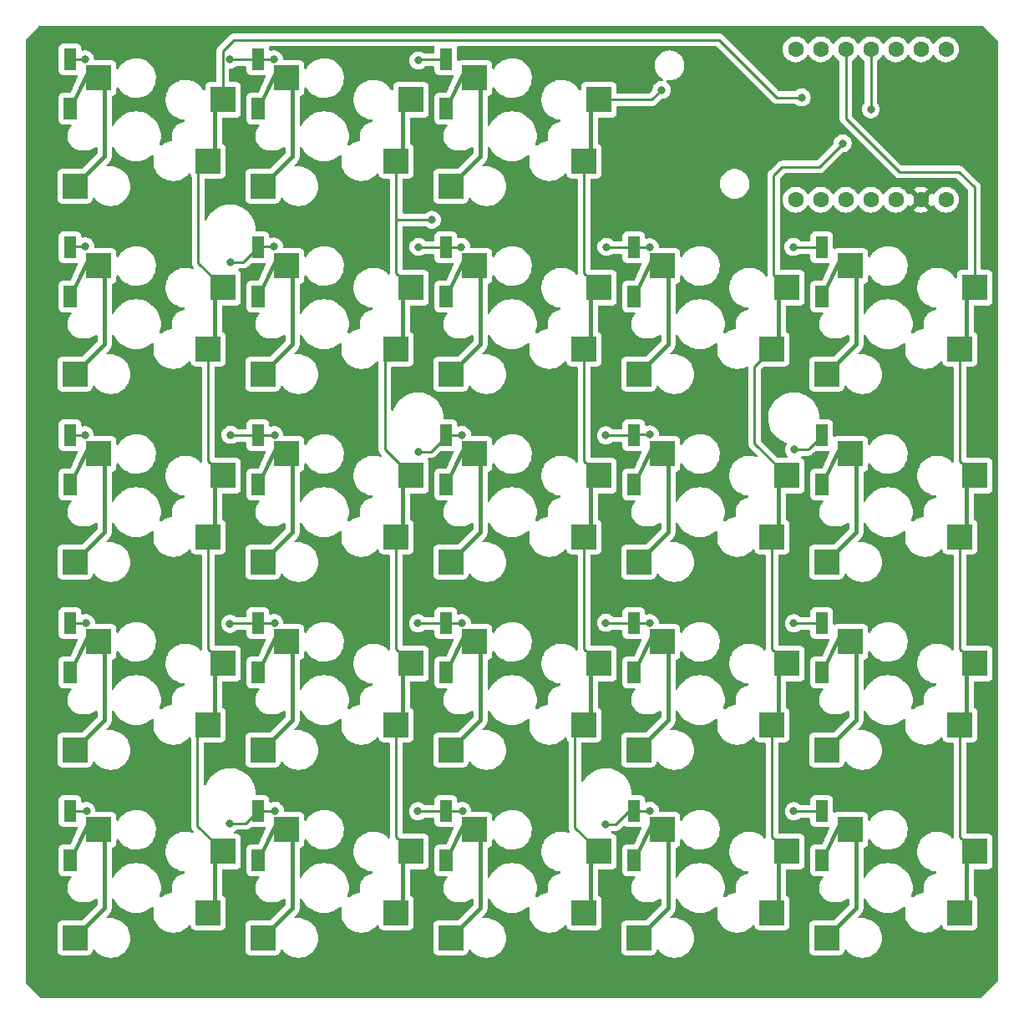
<source format=gbl>
%TF.GenerationSoftware,KiCad,Pcbnew,(6.0.11-0)*%
%TF.CreationDate,2025-02-06T17:03:13+09:00*%
%TF.ProjectId,ktMacroPad,6b744d61-6372-46f5-9061-642e6b696361,rev?*%
%TF.SameCoordinates,Original*%
%TF.FileFunction,Copper,L2,Bot*%
%TF.FilePolarity,Positive*%
%FSLAX46Y46*%
G04 Gerber Fmt 4.6, Leading zero omitted, Abs format (unit mm)*
G04 Created by KiCad (PCBNEW (6.0.11-0)) date 2025-02-06 17:03:13*
%MOMM*%
%LPD*%
G01*
G04 APERTURE LIST*
G04 Aperture macros list*
%AMFreePoly0*
4,1,15,-3.912888,2.180032,-0.812574,0.679880,-0.775373,0.650000,1.100000,0.650000,1.100000,-0.650000,-1.100000,-0.650000,-1.100000,0.374591,-4.087426,1.820120,-4.156784,1.875828,-4.195123,1.956102,-4.194858,2.045061,-4.156040,2.125106,-4.086351,2.180398,-3.999578,2.199999,-3.912888,2.180032,-3.912888,2.180032,$1*%
%AMFreePoly1*
4,1,22,3.044650,10.194952,3.124776,10.156304,3.180215,10.086732,3.200000,10.000000,3.200000,2.999651,3.192512,2.967088,3.188760,2.933897,3.182641,2.924162,3.180064,2.912954,3.159196,2.886860,3.141421,2.858579,1.275000,0.992157,1.275000,-1.250000,-1.275000,-1.250000,-1.275000,1.250000,0.967158,1.250000,2.800000,3.082843,2.800000,10.000349,2.819936,10.087046,2.875497,10.156522,
2.955690,10.195030,3.044650,10.194952,3.044650,10.194952,$1*%
%AMFreePoly2*
4,1,15,0.744650,5.194952,0.824776,5.156304,0.880215,5.086732,0.900000,5.000000,0.900000,1.250000,1.275000,1.250000,1.275000,-1.250000,-1.275000,-1.250000,-1.275000,1.250000,0.500000,1.250000,0.500000,5.000349,0.519936,5.087046,0.575497,5.156522,0.655690,5.195030,0.744650,5.194952,0.744650,5.194952,$1*%
G04 Aperture macros list end*
%TA.AperFunction,SMDPad,CuDef*%
%ADD10FreePoly0,270.000000*%
%TD*%
%TA.AperFunction,SMDPad,CuDef*%
%ADD11R,1.300000X2.200000*%
%TD*%
%TA.AperFunction,SMDPad,CuDef*%
%ADD12R,2.550000X2.500000*%
%TD*%
%TA.AperFunction,SMDPad,CuDef*%
%ADD13FreePoly1,0.000000*%
%TD*%
%TA.AperFunction,SMDPad,CuDef*%
%ADD14R,2.600000X2.600000*%
%TD*%
%TA.AperFunction,SMDPad,CuDef*%
%ADD15FreePoly2,0.000000*%
%TD*%
%TA.AperFunction,ComponentPad*%
%ADD16C,1.600000*%
%TD*%
%TA.AperFunction,ViaPad*%
%ADD17C,0.800000*%
%TD*%
%TA.AperFunction,Conductor*%
%ADD18C,0.250000*%
%TD*%
G04 APERTURE END LIST*
D10*
%TO.P,D45,1,A*%
%TO.N,Net-(D45-Pad1)*%
X79025000Y-63875000D03*
D11*
X79025000Y-63875000D03*
%TO.P,D45,2,K*%
%TO.N,Net-(D41-Pad2)*%
X79025000Y-58896600D03*
%TD*%
D12*
%TO.P,SW25,1,1*%
%TO.N,Net-(D25-Pad1)*%
X79527400Y-33640000D03*
D13*
X79527400Y-33640000D03*
D14*
X81925000Y-22675000D03*
D12*
%TO.P,SW25,2,2*%
%TO.N,Net-(SW25-Pad2)*%
X93040200Y-31100000D03*
D14*
X94525000Y-24875000D03*
D15*
X93040200Y-31100000D03*
%TD*%
D10*
%TO.P,D22,1,A*%
%TO.N,Net-(D22-Pad1)*%
X21875000Y-25775000D03*
D11*
X21875000Y-25775000D03*
%TO.P,D22,2,K*%
%TO.N,Net-(D21-Pad2)*%
X21875000Y-20796600D03*
%TD*%
D10*
%TO.P,D43,1,A*%
%TO.N,Net-(D43-Pad1)*%
X40925000Y-63875000D03*
D11*
X40925000Y-63875000D03*
%TO.P,D43,2,K*%
%TO.N,Net-(D41-Pad2)*%
X40925000Y-58896600D03*
%TD*%
D10*
%TO.P,D52,1,A*%
%TO.N,Net-(D52-Pad1)*%
X21875000Y-82925000D03*
D11*
X21875000Y-82925000D03*
%TO.P,D52,2,K*%
%TO.N,Net-(D51-Pad2)*%
X21875000Y-77946600D03*
%TD*%
D12*
%TO.P,SW23,1,1*%
%TO.N,Net-(D23-Pad1)*%
X41427400Y-33640000D03*
D13*
X41427400Y-33640000D03*
D14*
X43825000Y-22675000D03*
D12*
%TO.P,SW23,2,2*%
%TO.N,Net-(SW13-Pad2)*%
X54940200Y-31100000D03*
D14*
X56425000Y-24875000D03*
D15*
X54940200Y-31100000D03*
%TD*%
D10*
%TO.P,D44,1,A*%
%TO.N,Net-(D44-Pad1)*%
X59975000Y-63875000D03*
D11*
X59975000Y-63875000D03*
%TO.P,D44,2,K*%
%TO.N,Net-(D41-Pad2)*%
X59975000Y-58896600D03*
%TD*%
D10*
%TO.P,D32,1,A*%
%TO.N,Net-(D32-Pad1)*%
X21875000Y-44825000D03*
D11*
X21875000Y-44825000D03*
%TO.P,D32,2,K*%
%TO.N,Net-(D31-Pad2)*%
X21875000Y-39846600D03*
%TD*%
D10*
%TO.P,D21,1,A*%
%TO.N,Net-(D21-Pad1)*%
X2825000Y-25775000D03*
D11*
X2825000Y-25775000D03*
%TO.P,D21,2,K*%
%TO.N,Net-(D21-Pad2)*%
X2825000Y-20796600D03*
%TD*%
D12*
%TO.P,SW31,1,1*%
%TO.N,Net-(D31-Pad1)*%
X3327400Y-52690000D03*
D13*
X3327400Y-52690000D03*
D14*
X5725000Y-41725000D03*
D12*
%TO.P,SW31,2,2*%
%TO.N,Net-(SW11-Pad2)*%
X16840200Y-50150000D03*
D14*
X18325000Y-43925000D03*
D15*
X16840200Y-50150000D03*
%TD*%
D12*
%TO.P,SW41,1,1*%
%TO.N,Net-(D41-Pad1)*%
X3327400Y-71740000D03*
D13*
X3327400Y-71740000D03*
D14*
X5725000Y-60775000D03*
D12*
%TO.P,SW41,2,2*%
%TO.N,Net-(SW11-Pad2)*%
X16840200Y-69200000D03*
D14*
X18325000Y-62975000D03*
D15*
X16840200Y-69200000D03*
%TD*%
D12*
%TO.P,SW51,1,1*%
%TO.N,Net-(D51-Pad1)*%
X3327400Y-90790000D03*
D13*
X3327400Y-90790000D03*
D14*
X5725000Y-79825000D03*
D12*
%TO.P,SW51,2,2*%
%TO.N,Net-(SW11-Pad2)*%
X16840200Y-88250000D03*
D14*
X18325000Y-82025000D03*
D15*
X16840200Y-88250000D03*
%TD*%
D12*
%TO.P,SW11,1,1*%
%TO.N,Net-(D11-Pad1)*%
X3327400Y-14590000D03*
D13*
X3327400Y-14590000D03*
D14*
X5725000Y-3625000D03*
D12*
%TO.P,SW11,2,2*%
%TO.N,Net-(SW11-Pad2)*%
X16840200Y-12050000D03*
D14*
X18325000Y-5825000D03*
D15*
X16840200Y-12050000D03*
%TD*%
D10*
%TO.P,D11,1,A*%
%TO.N,Net-(D11-Pad1)*%
X2825000Y-6725000D03*
D11*
X2825000Y-6725000D03*
%TO.P,D11,2,K*%
%TO.N,Net-(D11-Pad2)*%
X2825000Y-1746600D03*
%TD*%
D10*
%TO.P,D25,1,A*%
%TO.N,Net-(D25-Pad1)*%
X79025000Y-25775000D03*
D11*
X79025000Y-25775000D03*
%TO.P,D25,2,K*%
%TO.N,Net-(D21-Pad2)*%
X79025000Y-20796600D03*
%TD*%
D10*
%TO.P,D42,1,A*%
%TO.N,Net-(D42-Pad1)*%
X21875000Y-63875000D03*
D11*
X21875000Y-63875000D03*
%TO.P,D42,2,K*%
%TO.N,Net-(D41-Pad2)*%
X21875000Y-58896600D03*
%TD*%
D12*
%TO.P,SW54,1,1*%
%TO.N,Net-(D54-Pad1)*%
X60477400Y-90790000D03*
D13*
X60477400Y-90790000D03*
D14*
X62875000Y-79825000D03*
D12*
%TO.P,SW54,2,2*%
%TO.N,Net-(SW24-Pad2)*%
X73990200Y-88250000D03*
D14*
X75475000Y-82025000D03*
D15*
X73990200Y-88250000D03*
%TD*%
D12*
%TO.P,SW53,1,1*%
%TO.N,Net-(D53-Pad1)*%
X41427400Y-90790000D03*
D13*
X41427400Y-90790000D03*
D14*
X43825000Y-79825000D03*
D12*
%TO.P,SW53,2,2*%
%TO.N,Net-(SW13-Pad2)*%
X54940200Y-88250000D03*
D14*
X56425000Y-82025000D03*
D15*
X54940200Y-88250000D03*
%TD*%
D12*
%TO.P,SW35,1,1*%
%TO.N,Net-(D35-Pad1)*%
X79527400Y-52690000D03*
D13*
X79527400Y-52690000D03*
D14*
X81925000Y-41725000D03*
D12*
%TO.P,SW35,2,2*%
%TO.N,Net-(SW25-Pad2)*%
X93040200Y-50150000D03*
D14*
X94525000Y-43925000D03*
D15*
X93040200Y-50150000D03*
%TD*%
D16*
%TO.P,U1,0,D0*%
%TO.N,Net-(SW11-Pad2)*%
X91620000Y-717500D03*
%TO.P,U1,1,D1*%
%TO.N,Net-(SW12-Pad2)*%
X89080000Y-717500D03*
%TO.P,U1,2,D2*%
%TO.N,Net-(SW13-Pad2)*%
X86540000Y-717500D03*
%TO.P,U1,3,D3*%
%TO.N,Net-(SW24-Pad2)*%
X84000000Y-717500D03*
%TO.P,U1,4,D4*%
%TO.N,Net-(SW25-Pad2)*%
X81460000Y-717500D03*
%TO.P,U1,5,D5*%
%TO.N,Net-(D11-Pad2)*%
X78920000Y-717500D03*
%TO.P,U1,6,D6*%
%TO.N,Net-(D21-Pad2)*%
X76380000Y-717500D03*
%TO.P,U1,7,D7*%
%TO.N,Net-(D31-Pad2)*%
X76380000Y-15957500D03*
%TO.P,U1,8,D8*%
%TO.N,Net-(D41-Pad2)*%
X78920000Y-15957500D03*
%TO.P,U1,9,D9*%
%TO.N,Net-(D51-Pad2)*%
X81460000Y-15957500D03*
%TO.P,U1,10,D10*%
%TO.N,unconnected-(U1-Pad10)*%
X84000000Y-15957500D03*
%TO.P,U1,11,3V3*%
%TO.N,unconnected-(U1-Pad11)*%
X86540000Y-15957500D03*
%TO.P,U1,12,GND*%
%TO.N,unconnected-(U1-Pad12)*%
X89080000Y-15957500D03*
%TO.P,U1,13,5V*%
%TO.N,unconnected-(U1-Pad13)*%
X91620000Y-15957500D03*
%TD*%
D12*
%TO.P,SW12,1,1*%
%TO.N,Net-(D12-Pad1)*%
X22377400Y-14590000D03*
D13*
X22377400Y-14590000D03*
D14*
X24775000Y-3625000D03*
D12*
%TO.P,SW12,2,2*%
%TO.N,Net-(SW12-Pad2)*%
X35890200Y-12050000D03*
D14*
X37375000Y-5825000D03*
D15*
X35890200Y-12050000D03*
%TD*%
D10*
%TO.P,D55,1,A*%
%TO.N,Net-(D55-Pad1)*%
X79025000Y-82925000D03*
D11*
X79025000Y-82925000D03*
%TO.P,D55,2,K*%
%TO.N,Net-(D51-Pad2)*%
X79025000Y-77946600D03*
%TD*%
D10*
%TO.P,D53,1,A*%
%TO.N,Net-(D53-Pad1)*%
X40925000Y-82925000D03*
D11*
X40925000Y-82925000D03*
%TO.P,D53,2,K*%
%TO.N,Net-(D51-Pad2)*%
X40925000Y-77946600D03*
%TD*%
D12*
%TO.P,SW21,1,1*%
%TO.N,Net-(D21-Pad1)*%
X3327400Y-33640000D03*
D13*
X3327400Y-33640000D03*
D14*
X5725000Y-22675000D03*
D12*
%TO.P,SW21,2,2*%
%TO.N,Net-(SW11-Pad2)*%
X16840200Y-31100000D03*
D14*
X18325000Y-24875000D03*
D15*
X16840200Y-31100000D03*
%TD*%
D12*
%TO.P,SW42,1,1*%
%TO.N,Net-(D42-Pad1)*%
X22377400Y-71740000D03*
D13*
X22377400Y-71740000D03*
D14*
X24775000Y-60775000D03*
D12*
%TO.P,SW42,2,2*%
%TO.N,Net-(SW12-Pad2)*%
X35890200Y-69200000D03*
D14*
X37375000Y-62975000D03*
D15*
X35890200Y-69200000D03*
%TD*%
D10*
%TO.P,D41,1,A*%
%TO.N,Net-(D41-Pad1)*%
X2825000Y-63875000D03*
D11*
X2825000Y-63875000D03*
%TO.P,D41,2,K*%
%TO.N,Net-(D41-Pad2)*%
X2825000Y-58896600D03*
%TD*%
D12*
%TO.P,SW32,1,1*%
%TO.N,Net-(D32-Pad1)*%
X22377400Y-52690000D03*
D13*
X22377400Y-52690000D03*
D14*
X24775000Y-41725000D03*
D12*
%TO.P,SW32,2,2*%
%TO.N,Net-(SW12-Pad2)*%
X35890200Y-50150000D03*
D14*
X37375000Y-43925000D03*
D15*
X35890200Y-50150000D03*
%TD*%
D10*
%TO.P,D23,1,A*%
%TO.N,Net-(D23-Pad1)*%
X40925000Y-25775000D03*
D11*
X40925000Y-25775000D03*
%TO.P,D23,2,K*%
%TO.N,Net-(D21-Pad2)*%
X40925000Y-20796600D03*
%TD*%
D12*
%TO.P,SW13,1,1*%
%TO.N,Net-(D13-Pad1)*%
X41427400Y-14590000D03*
D13*
X41427400Y-14590000D03*
D14*
X43825000Y-3625000D03*
D12*
%TO.P,SW13,2,2*%
%TO.N,Net-(SW13-Pad2)*%
X54940200Y-12050000D03*
D14*
X56425000Y-5825000D03*
D15*
X54940200Y-12050000D03*
%TD*%
D12*
%TO.P,SW33,1,1*%
%TO.N,Net-(D33-Pad1)*%
X41427400Y-52690000D03*
D13*
X41427400Y-52690000D03*
D14*
X43825000Y-41725000D03*
D12*
%TO.P,SW33,2,2*%
%TO.N,Net-(SW13-Pad2)*%
X54940200Y-50150000D03*
D14*
X56425000Y-43925000D03*
D15*
X54940200Y-50150000D03*
%TD*%
D12*
%TO.P,SW24,1,1*%
%TO.N,Net-(D24-Pad1)*%
X60477400Y-33640000D03*
D13*
X60477400Y-33640000D03*
D14*
X62875000Y-22675000D03*
D12*
%TO.P,SW24,2,2*%
%TO.N,Net-(SW24-Pad2)*%
X73990200Y-31100000D03*
D14*
X75475000Y-24875000D03*
D15*
X73990200Y-31100000D03*
%TD*%
D10*
%TO.P,D13,1,A*%
%TO.N,Net-(D13-Pad1)*%
X40925000Y-6725000D03*
D11*
X40925000Y-6725000D03*
%TO.P,D13,2,K*%
%TO.N,Net-(D11-Pad2)*%
X40925000Y-1746600D03*
%TD*%
D10*
%TO.P,D12,1,A*%
%TO.N,Net-(D12-Pad1)*%
X21875000Y-6725000D03*
D11*
X21875000Y-6725000D03*
%TO.P,D12,2,K*%
%TO.N,Net-(D11-Pad2)*%
X21875000Y-1746600D03*
%TD*%
D10*
%TO.P,D31,1,A*%
%TO.N,Net-(D31-Pad1)*%
X2825000Y-44825000D03*
D11*
X2825000Y-44825000D03*
%TO.P,D31,2,K*%
%TO.N,Net-(D31-Pad2)*%
X2825000Y-39846600D03*
%TD*%
D12*
%TO.P,SW55,1,1*%
%TO.N,Net-(D55-Pad1)*%
X79527400Y-90790000D03*
D13*
X79527400Y-90790000D03*
D14*
X81925000Y-79825000D03*
D12*
%TO.P,SW55,2,2*%
%TO.N,Net-(SW25-Pad2)*%
X93040200Y-88250000D03*
D14*
X94525000Y-82025000D03*
D15*
X93040200Y-88250000D03*
%TD*%
D10*
%TO.P,D33,1,A*%
%TO.N,Net-(D33-Pad1)*%
X40925000Y-44825000D03*
D11*
X40925000Y-44825000D03*
%TO.P,D33,2,K*%
%TO.N,Net-(D31-Pad2)*%
X40925000Y-39846600D03*
%TD*%
D12*
%TO.P,SW22,1,1*%
%TO.N,Net-(D22-Pad1)*%
X22377400Y-33640000D03*
D13*
X22377400Y-33640000D03*
D14*
X24775000Y-22675000D03*
D12*
%TO.P,SW22,2,2*%
%TO.N,Net-(SW12-Pad2)*%
X35890200Y-31100000D03*
D14*
X37375000Y-24875000D03*
D15*
X35890200Y-31100000D03*
%TD*%
D12*
%TO.P,SW44,1,1*%
%TO.N,Net-(D44-Pad1)*%
X60477400Y-71740000D03*
D13*
X60477400Y-71740000D03*
D14*
X62875000Y-60775000D03*
D12*
%TO.P,SW44,2,2*%
%TO.N,Net-(SW24-Pad2)*%
X73990200Y-69200000D03*
D14*
X75475000Y-62975000D03*
D15*
X73990200Y-69200000D03*
%TD*%
D10*
%TO.P,D24,1,A*%
%TO.N,Net-(D24-Pad1)*%
X59975000Y-25775000D03*
D11*
X59975000Y-25775000D03*
%TO.P,D24,2,K*%
%TO.N,Net-(D21-Pad2)*%
X59975000Y-20796600D03*
%TD*%
D12*
%TO.P,SW43,1,1*%
%TO.N,Net-(D43-Pad1)*%
X41427400Y-71740000D03*
D13*
X41427400Y-71740000D03*
D14*
X43825000Y-60775000D03*
D12*
%TO.P,SW43,2,2*%
%TO.N,Net-(SW13-Pad2)*%
X54940200Y-69200000D03*
D14*
X56425000Y-62975000D03*
D15*
X54940200Y-69200000D03*
%TD*%
D12*
%TO.P,SW52,1,1*%
%TO.N,Net-(D52-Pad1)*%
X22377400Y-90790000D03*
D13*
X22377400Y-90790000D03*
D14*
X24775000Y-79825000D03*
D12*
%TO.P,SW52,2,2*%
%TO.N,Net-(SW12-Pad2)*%
X35890200Y-88250000D03*
D14*
X37375000Y-82025000D03*
D15*
X35890200Y-88250000D03*
%TD*%
D10*
%TO.P,D51,1,A*%
%TO.N,Net-(D51-Pad1)*%
X2825000Y-82925000D03*
D11*
X2825000Y-82925000D03*
%TO.P,D51,2,K*%
%TO.N,Net-(D51-Pad2)*%
X2825000Y-77946600D03*
%TD*%
D10*
%TO.P,D54,1,A*%
%TO.N,Net-(D54-Pad1)*%
X59975000Y-82925000D03*
D11*
X59975000Y-82925000D03*
%TO.P,D54,2,K*%
%TO.N,Net-(D51-Pad2)*%
X59975000Y-77946600D03*
%TD*%
D10*
%TO.P,D35,1,A*%
%TO.N,Net-(D35-Pad1)*%
X79025000Y-44825000D03*
D11*
X79025000Y-44825000D03*
%TO.P,D35,2,K*%
%TO.N,Net-(D31-Pad2)*%
X79025000Y-39846600D03*
%TD*%
D12*
%TO.P,SW34,1,1*%
%TO.N,Net-(D34-Pad1)*%
X60477400Y-52690000D03*
D13*
X60477400Y-52690000D03*
D14*
X62875000Y-41725000D03*
D12*
%TO.P,SW34,2,2*%
%TO.N,Net-(SW24-Pad2)*%
X73990200Y-50150000D03*
D14*
X75475000Y-43925000D03*
D15*
X73990200Y-50150000D03*
%TD*%
D12*
%TO.P,SW45,1,1*%
%TO.N,Net-(D45-Pad1)*%
X79527400Y-71740000D03*
D13*
X79527400Y-71740000D03*
D14*
X81925000Y-60775000D03*
D12*
%TO.P,SW45,2,2*%
%TO.N,Net-(SW25-Pad2)*%
X93040200Y-69200000D03*
D14*
X94525000Y-62975000D03*
D15*
X93040200Y-69200000D03*
%TD*%
D10*
%TO.P,D34,1,A*%
%TO.N,Net-(D34-Pad1)*%
X59975000Y-44825000D03*
D11*
X59975000Y-44825000D03*
%TO.P,D34,2,K*%
%TO.N,Net-(D31-Pad2)*%
X59975000Y-39846600D03*
%TD*%
D17*
%TO.N,Net-(D11-Pad2)*%
X38150000Y-1850000D03*
X4347461Y-1730534D03*
X19050000Y-1750000D03*
X23500000Y-1725498D03*
%TO.N,Net-(D21-Pad2)*%
X38150000Y-20750000D03*
X76150000Y-20750000D03*
X57200000Y-20750000D03*
X23500000Y-20700000D03*
X4400000Y-20700000D03*
X61600000Y-20775498D03*
X19100000Y-22300000D03*
X42500000Y-20750000D03*
%TO.N,Net-(D31-Pad2)*%
X19100000Y-39800000D03*
X57150000Y-39850000D03*
X42550000Y-39800000D03*
X4331500Y-39832835D03*
X23550000Y-39825498D03*
X38150000Y-41500000D03*
X61600000Y-39750000D03*
X76250000Y-41300000D03*
%TO.N,Net-(D41-Pad2)*%
X76200000Y-58900000D03*
X23550000Y-58875498D03*
X61600000Y-58875498D03*
X19050000Y-58950000D03*
X57150000Y-58850000D03*
X38100000Y-58900000D03*
X42550000Y-58875498D03*
X4450000Y-58875498D03*
%TO.N,Net-(SW11-Pad2)*%
X77000000Y-5600000D03*
%TO.N,Net-(SW12-Pad2)*%
X39500000Y-18000000D03*
%TO.N,Net-(SW13-Pad2)*%
X62800000Y-4824500D03*
%TO.N,unconnected-(U1-Pad12)*%
X29000000Y-18000000D03*
X29000000Y-76000000D03*
X29000000Y-38000000D03*
X29000000Y-57000000D03*
X68000000Y-2000000D03*
X39000000Y-10000000D03*
%TO.N,Net-(D51-Pad2)*%
X61600000Y-77900000D03*
X23600000Y-77900000D03*
X76200000Y-77950000D03*
X38100000Y-77950000D03*
X57150000Y-79300000D03*
X19050000Y-79200000D03*
X42600000Y-77925498D03*
X4500000Y-77925498D03*
%TO.N,Net-(SW24-Pad2)*%
X81150000Y-10250000D03*
X84000000Y-6800000D03*
%TD*%
D18*
%TO.N,Net-(D11-Pad2)*%
X21896102Y-1725498D02*
X21875000Y-1746600D01*
X2841066Y-1730534D02*
X2825000Y-1746600D01*
X38253400Y-1746600D02*
X38150000Y-1850000D01*
X21875000Y-1746600D02*
X19053400Y-1746600D01*
X4347461Y-1730534D02*
X2841066Y-1730534D01*
X23500000Y-1725498D02*
X21896102Y-1725498D01*
X19053400Y-1746600D02*
X19050000Y-1750000D01*
X40925000Y-1746600D02*
X38253400Y-1746600D01*
%TO.N,Net-(D21-Pad2)*%
X57246600Y-20796600D02*
X57200000Y-20750000D01*
X59975000Y-20796600D02*
X57246600Y-20796600D01*
X4400000Y-20700000D02*
X2921600Y-20700000D01*
X23500000Y-20700000D02*
X21971600Y-20700000D01*
X76196600Y-20796600D02*
X76150000Y-20750000D01*
X79025000Y-20796600D02*
X76196600Y-20796600D01*
X38196600Y-20796600D02*
X38150000Y-20750000D01*
X21971600Y-20700000D02*
X21875000Y-20796600D01*
X21875000Y-20796600D02*
X20371600Y-22300000D01*
X40971600Y-20750000D02*
X40925000Y-20796600D01*
X20371600Y-22300000D02*
X19100000Y-22300000D01*
X59996102Y-20775498D02*
X59975000Y-20796600D01*
X61600000Y-20775498D02*
X59996102Y-20775498D01*
X2921600Y-20700000D02*
X2825000Y-20796600D01*
X42500000Y-20750000D02*
X40971600Y-20750000D01*
X40925000Y-20796600D02*
X38196600Y-20796600D01*
%TO.N,Net-(D31-Pad2)*%
X57153400Y-39846600D02*
X57150000Y-39850000D01*
X59975000Y-39846600D02*
X57153400Y-39846600D01*
X79025000Y-39846600D02*
X79025000Y-39875000D01*
X40971600Y-39800000D02*
X40925000Y-39846600D01*
X61600000Y-39750000D02*
X60071600Y-39750000D01*
X21875000Y-39846600D02*
X19146600Y-39846600D01*
X39550000Y-41350000D02*
X39400000Y-41500000D01*
X4331500Y-39832835D02*
X2838765Y-39832835D01*
X60071600Y-39750000D02*
X59975000Y-39846600D01*
X19146600Y-39846600D02*
X19100000Y-39800000D01*
X40925000Y-39846600D02*
X40925000Y-39975000D01*
X77600000Y-41300000D02*
X76250000Y-41300000D01*
X40925000Y-39975000D02*
X39550000Y-41350000D01*
X21896102Y-39825498D02*
X21875000Y-39846600D01*
X77750000Y-41150000D02*
X77600000Y-41300000D01*
X2838765Y-39832835D02*
X2825000Y-39846600D01*
X39400000Y-41500000D02*
X38150000Y-41500000D01*
X42550000Y-39800000D02*
X40971600Y-39800000D01*
X79025000Y-39875000D02*
X77750000Y-41150000D01*
X23550000Y-39825498D02*
X21896102Y-39825498D01*
%TO.N,Net-(D41-Pad2)*%
X21875000Y-58896600D02*
X19103400Y-58896600D01*
X61600000Y-58875498D02*
X59996102Y-58875498D01*
X76203400Y-58896600D02*
X76200000Y-58900000D01*
X40946102Y-58875498D02*
X40925000Y-58896600D01*
X42550000Y-58875498D02*
X40946102Y-58875498D01*
X23550000Y-58875498D02*
X21896102Y-58875498D01*
X40925000Y-58896600D02*
X38103400Y-58896600D01*
X19103400Y-58896600D02*
X19050000Y-58950000D01*
X4450000Y-58875498D02*
X2846102Y-58875498D01*
X59996102Y-58875498D02*
X59975000Y-58896600D01*
X21896102Y-58875498D02*
X21875000Y-58896600D01*
X57196600Y-58896600D02*
X57150000Y-58850000D01*
X79025000Y-58896600D02*
X76203400Y-58896600D01*
X59975000Y-58896600D02*
X57196600Y-58896600D01*
X38103400Y-58896600D02*
X38100000Y-58900000D01*
X2846102Y-58875498D02*
X2825000Y-58896600D01*
%TO.N,Net-(SW11-Pad2)*%
X16840200Y-50150000D02*
X16840200Y-61490200D01*
X15750000Y-79450000D02*
X18325000Y-82025000D01*
X19450000Y250000D02*
X68600000Y250000D01*
X16840200Y-42440200D02*
X18325000Y-43925000D01*
X16840200Y-31100000D02*
X16840200Y-42440200D01*
X77000000Y-5600000D02*
X74450000Y-5600000D01*
X15800000Y-13090200D02*
X15800000Y-22350000D01*
X15750000Y-70290200D02*
X15750000Y-79450000D01*
X68600000Y250000D02*
X74450000Y-5600000D01*
X16840200Y-69200000D02*
X15750000Y-70290200D01*
X16840200Y-12050000D02*
X15800000Y-13090200D01*
X18325000Y-925000D02*
X18300000Y-900000D01*
X16840200Y-61490200D02*
X18325000Y-62975000D01*
X18300000Y-900000D02*
X19450000Y250000D01*
X15800000Y-22350000D02*
X18325000Y-24875000D01*
X18325000Y-5825000D02*
X18325000Y-925000D01*
%TO.N,Net-(SW12-Pad2)*%
X34750000Y-32240200D02*
X34750000Y-41300000D01*
X35890200Y-69200000D02*
X35890200Y-80540200D01*
X35890200Y-12050000D02*
X35890200Y-18159800D01*
X39500000Y-18000000D02*
X36050000Y-18000000D01*
X35890200Y-80540200D02*
X37375000Y-82025000D01*
X36050000Y-18000000D02*
X35890200Y-18159800D01*
X35890200Y-23390200D02*
X37375000Y-24875000D01*
X35890200Y-61490200D02*
X37375000Y-62975000D01*
X35890200Y-50150000D02*
X35890200Y-61490200D01*
X35890200Y-18159800D02*
X35890200Y-23390200D01*
X35890200Y-31100000D02*
X34750000Y-32240200D01*
X34750000Y-41300000D02*
X37375000Y-43925000D01*
%TO.N,Net-(SW13-Pad2)*%
X54940200Y-69200000D02*
X54000000Y-70140200D01*
X54000000Y-70140200D02*
X54000000Y-79600000D01*
X54940200Y-61490200D02*
X56425000Y-62975000D01*
X62800000Y-4824500D02*
X61799500Y-5825000D01*
X54940200Y-12050000D02*
X54940200Y-23390200D01*
X54940200Y-23390200D02*
X56425000Y-24875000D01*
X54000000Y-79600000D02*
X56425000Y-82025000D01*
X54940200Y-31100000D02*
X54940200Y-42440200D01*
X54940200Y-50150000D02*
X54940200Y-61490200D01*
X61799500Y-5825000D02*
X56425000Y-5825000D01*
X54940200Y-42440200D02*
X56425000Y-43925000D01*
%TO.N,Net-(D51-Pad2)*%
X79025000Y-77946600D02*
X76203400Y-77946600D01*
X61600000Y-77900000D02*
X60021600Y-77900000D01*
X58150000Y-79300000D02*
X57150000Y-79300000D01*
X38103400Y-77946600D02*
X38100000Y-77950000D01*
X60021600Y-77900000D02*
X59975000Y-77946600D01*
X2846102Y-77925498D02*
X2825000Y-77946600D01*
X42600000Y-77925498D02*
X40946102Y-77925498D01*
X40946102Y-77925498D02*
X40925000Y-77946600D01*
X40925000Y-77946600D02*
X38103400Y-77946600D01*
X23600000Y-77900000D02*
X21921600Y-77900000D01*
X58500000Y-78950000D02*
X58150000Y-79300000D01*
X59503400Y-77946600D02*
X58500000Y-78950000D01*
X59975000Y-77946600D02*
X59503400Y-77946600D01*
X21921600Y-77900000D02*
X21875000Y-77946600D01*
X20621600Y-79200000D02*
X19050000Y-79200000D01*
X76203400Y-77946600D02*
X76200000Y-77950000D01*
X4500000Y-77925498D02*
X2846102Y-77925498D01*
X21875000Y-77946600D02*
X20621600Y-79200000D01*
%TO.N,Net-(SW24-Pad2)*%
X74150000Y-23550000D02*
X75475000Y-24875000D01*
X73990200Y-69200000D02*
X73990200Y-80540200D01*
X73990200Y-31100000D02*
X72215199Y-32875001D01*
X75000000Y-12650000D02*
X74150000Y-13500000D01*
X73990200Y-80540200D02*
X75475000Y-82025000D01*
X74150000Y-13500000D02*
X74150000Y-23550000D01*
X78750000Y-12650000D02*
X75000000Y-12650000D01*
X73990200Y-61490200D02*
X75475000Y-62975000D01*
X81150000Y-10250000D02*
X78750000Y-12650000D01*
X72215199Y-32875001D02*
X72215199Y-40665199D01*
X73990200Y-50150000D02*
X73990200Y-61490200D01*
X72215199Y-40665199D02*
X75475000Y-43925000D01*
X84000000Y-6800000D02*
X84000000Y-717500D01*
%TO.N,Net-(SW25-Pad2)*%
X81460000Y-717500D02*
X81460000Y-7710000D01*
X93040200Y-31100000D02*
X93040200Y-42440200D01*
X93040200Y-61490200D02*
X94525000Y-62975000D01*
X93040200Y-42440200D02*
X94525000Y-43925000D01*
X93040200Y-69200000D02*
X93040200Y-80540200D01*
X94525000Y-14725000D02*
X94525000Y-24875000D01*
X86900000Y-13150000D02*
X92950000Y-13150000D01*
X81460000Y-7710000D02*
X86900000Y-13150000D01*
X93040200Y-50150000D02*
X93040200Y-61490200D01*
X93040200Y-80540200D02*
X94525000Y-82025000D01*
X92950000Y-13150000D02*
X94525000Y-14725000D01*
%TD*%
%TA.AperFunction,Conductor*%
%TO.N,unconnected-(U1-Pad12)*%
G36*
X95212014Y1673422D02*
G01*
X95235080Y1670385D01*
X95235084Y1670385D01*
X95242611Y1669394D01*
X95261724Y1671504D01*
X95331628Y1659095D01*
X95364641Y1635359D01*
X96883975Y116025D01*
X96918001Y53713D01*
X96919297Y22528D01*
X96920465Y22516D01*
X96920386Y14922D01*
X96919394Y7389D01*
X96921841Y-14778D01*
X96923739Y-31968D01*
X96924500Y-45794D01*
X96924500Y-95023310D01*
X96904498Y-95091431D01*
X96887595Y-95112405D01*
X95112405Y-96887595D01*
X95050093Y-96921621D01*
X95023310Y-96924500D01*
X54432Y-96924500D01*
X37986Y-96923422D01*
X14920Y-96920385D01*
X14916Y-96920385D01*
X7389Y-96919394D01*
X-11724Y-96921504D01*
X-81628Y-96909095D01*
X-114641Y-96885359D01*
X-1633975Y-95366025D01*
X-1668001Y-95303713D01*
X-1669297Y-95272528D01*
X-1670465Y-95272516D01*
X-1670386Y-95264922D01*
X-1669394Y-95257389D01*
X-1673739Y-95218032D01*
X-1674500Y-95204206D01*
X-1674500Y-92040000D01*
X1538671Y-92040000D01*
X1538832Y-92042250D01*
X1542213Y-92089519D01*
X1543900Y-92113111D01*
X1545802Y-92119589D01*
X1547002Y-92126237D01*
X1546891Y-92126257D01*
X1549417Y-92138918D01*
X1550655Y-92150316D01*
X1556945Y-92167094D01*
X1568273Y-92197313D01*
X1571187Y-92206043D01*
X1585096Y-92253411D01*
X1589970Y-92260995D01*
X1593711Y-92269187D01*
X1593646Y-92269217D01*
X1594268Y-92270456D01*
X1594323Y-92270426D01*
X1598634Y-92278299D01*
X1601785Y-92286705D01*
X1607170Y-92293890D01*
X1607171Y-92293892D01*
X1632109Y-92327167D01*
X1637275Y-92334602D01*
X1664150Y-92376421D01*
X1670963Y-92382324D01*
X1676863Y-92389133D01*
X1676775Y-92389209D01*
X1677331Y-92389806D01*
X1677407Y-92389730D01*
X1683758Y-92396081D01*
X1689139Y-92403261D01*
X1729895Y-92433806D01*
X1736818Y-92439388D01*
X1774657Y-92472176D01*
X1782857Y-92475921D01*
X1790433Y-92480790D01*
X1790346Y-92480926D01*
X1790568Y-92481058D01*
X1790642Y-92480923D01*
X1798512Y-92485232D01*
X1805695Y-92490615D01*
X1814097Y-92493765D01*
X1814101Y-92493767D01*
X1853712Y-92508616D01*
X1861807Y-92511976D01*
X1907666Y-92532919D01*
X1916582Y-92534201D01*
X1925233Y-92536741D01*
X1925175Y-92536939D01*
X1926940Y-92537392D01*
X1926999Y-92537144D01*
X1934686Y-92538972D01*
X1942084Y-92541745D01*
X2004266Y-92548500D01*
X2007682Y-92548500D01*
X2011080Y-92548684D01*
X2011074Y-92548790D01*
X2024956Y-92549783D01*
X2052400Y-92553729D01*
X4602400Y-92553729D01*
X4615561Y-92552788D01*
X4668777Y-92548982D01*
X4668780Y-92548981D01*
X4675511Y-92548500D01*
X4681989Y-92546598D01*
X4688637Y-92545398D01*
X4688657Y-92545509D01*
X4701318Y-92542983D01*
X4712716Y-92541745D01*
X4742438Y-92530603D01*
X4759713Y-92524127D01*
X4768443Y-92521213D01*
X4789735Y-92514961D01*
X4815811Y-92507304D01*
X4823395Y-92502430D01*
X4831587Y-92498689D01*
X4831617Y-92498754D01*
X4832856Y-92498132D01*
X4832826Y-92498077D01*
X4840699Y-92493766D01*
X4849105Y-92490615D01*
X4856290Y-92485230D01*
X4856292Y-92485229D01*
X4889567Y-92460291D01*
X4897002Y-92455125D01*
X4938821Y-92428250D01*
X4944724Y-92421437D01*
X4951533Y-92415537D01*
X4951609Y-92415625D01*
X4952206Y-92415069D01*
X4952130Y-92414993D01*
X4958482Y-92408641D01*
X4965661Y-92403261D01*
X4996206Y-92362505D01*
X5001788Y-92355582D01*
X5034576Y-92317743D01*
X5038321Y-92309543D01*
X5043190Y-92301967D01*
X5043326Y-92302054D01*
X5043458Y-92301832D01*
X5043323Y-92301758D01*
X5047632Y-92293888D01*
X5053015Y-92286705D01*
X5056165Y-92278303D01*
X5056167Y-92278299D01*
X5071016Y-92238688D01*
X5074376Y-92230593D01*
X5095319Y-92184734D01*
X5096601Y-92175818D01*
X5099141Y-92167167D01*
X5099339Y-92167225D01*
X5099792Y-92165460D01*
X5099544Y-92165401D01*
X5101372Y-92157714D01*
X5104145Y-92150316D01*
X5110900Y-92088134D01*
X5111121Y-92088158D01*
X5134294Y-92022579D01*
X5190384Y-91979053D01*
X5261101Y-91972762D01*
X5323994Y-92005702D01*
X5338131Y-92022551D01*
X5338246Y-92022461D01*
X5340819Y-92025755D01*
X5340911Y-92025864D01*
X5343415Y-92029576D01*
X5346360Y-92032847D01*
X5346361Y-92032848D01*
X5396985Y-92089071D01*
X5531371Y-92238322D01*
X5746550Y-92418879D01*
X5984764Y-92567731D01*
X6241375Y-92681982D01*
X6511390Y-92759407D01*
X6515740Y-92760018D01*
X6515743Y-92760019D01*
X6618690Y-92774487D01*
X6789552Y-92798500D01*
X7000146Y-92798500D01*
X7002332Y-92798347D01*
X7002336Y-92798347D01*
X7205827Y-92784118D01*
X7205832Y-92784117D01*
X7210212Y-92783811D01*
X7484970Y-92725409D01*
X7489099Y-92723906D01*
X7489103Y-92723905D01*
X7744781Y-92630846D01*
X7744785Y-92630844D01*
X7748926Y-92629337D01*
X7996942Y-92497464D01*
X8039872Y-92466274D01*
X8220629Y-92334947D01*
X8220632Y-92334944D01*
X8224192Y-92332358D01*
X8229568Y-92327167D01*
X8423087Y-92140287D01*
X8426252Y-92137231D01*
X8599188Y-91915882D01*
X8601384Y-91912078D01*
X8601389Y-91912071D01*
X8737435Y-91676431D01*
X8739636Y-91672619D01*
X8844862Y-91412176D01*
X8912817Y-91139624D01*
X8942178Y-90860267D01*
X8932375Y-90579542D01*
X8883598Y-90302913D01*
X8796797Y-90035765D01*
X8793750Y-90029516D01*
X8724849Y-89888250D01*
X8673660Y-89783298D01*
X8671205Y-89779659D01*
X8671202Y-89779653D01*
X8568388Y-89627225D01*
X8516585Y-89550424D01*
X8511257Y-89544506D01*
X8335605Y-89349426D01*
X8328629Y-89341678D01*
X8113450Y-89161121D01*
X7875236Y-89012269D01*
X7618625Y-88898018D01*
X7348610Y-88820593D01*
X7344260Y-88819982D01*
X7344257Y-88819981D01*
X7241310Y-88805513D01*
X7070448Y-88781500D01*
X6859854Y-88781500D01*
X6857668Y-88781653D01*
X6857664Y-88781653D01*
X6795371Y-88786009D01*
X6649859Y-88796184D01*
X6649788Y-88796189D01*
X6649787Y-88796173D01*
X6580679Y-88786009D01*
X6527173Y-88739344D01*
X6507391Y-88671159D01*
X6527612Y-88603103D01*
X6544295Y-88582470D01*
X6807960Y-88318805D01*
X6807853Y-88318698D01*
X6813041Y-88311994D01*
X6839931Y-88286770D01*
X6842760Y-88289786D01*
X6843677Y-88288685D01*
X6840968Y-88285797D01*
X6853035Y-88274478D01*
X6853037Y-88274476D01*
X6856316Y-88271400D01*
X6877913Y-88244394D01*
X6877117Y-88243757D01*
X6880444Y-88238093D01*
X6884107Y-88233500D01*
X6884613Y-88232866D01*
X6891135Y-88226287D01*
X6891903Y-88226901D01*
X6913305Y-88200139D01*
X6930004Y-88175364D01*
X6956100Y-88136647D01*
X6956101Y-88136644D01*
X6960052Y-88130783D01*
X6968750Y-88108276D01*
X6974498Y-88095550D01*
X6991291Y-88063268D01*
X6991292Y-88063266D01*
X6994555Y-88056993D01*
X6996341Y-88050153D01*
X6996343Y-88050147D01*
X7005211Y-88016176D01*
X7009599Y-88002576D01*
X7011137Y-87998596D01*
X7011137Y-87998595D01*
X7012762Y-87994391D01*
X7015405Y-87982895D01*
X7015226Y-87982854D01*
X7016018Y-87974781D01*
X7025385Y-87938901D01*
X7025593Y-87938901D01*
X7029673Y-87939966D01*
X7029690Y-87939843D01*
X7025593Y-87938901D01*
X7025385Y-87938901D01*
X7025398Y-87938852D01*
X7025480Y-87938871D01*
X7025525Y-87938883D01*
X7025525Y-87938882D01*
X7025526Y-87938882D01*
X7026125Y-87936277D01*
X7027000Y-87932714D01*
X7031491Y-87915512D01*
X7035340Y-87881465D01*
X7034333Y-87881351D01*
X7034125Y-87874434D01*
X7034873Y-87867843D01*
X7036871Y-87858909D01*
X7037877Y-87859023D01*
X7041741Y-87824843D01*
X7044341Y-87741268D01*
X7042983Y-87734328D01*
X7042411Y-87727277D01*
X7042546Y-87727266D01*
X7041129Y-87712637D01*
X7041129Y-86904611D01*
X7061131Y-86836490D01*
X7114787Y-86789997D01*
X7185061Y-86779893D01*
X7249641Y-86809387D01*
X7277543Y-86843910D01*
X7400907Y-87068307D01*
X7402816Y-87071779D01*
X7588346Y-87327140D01*
X7804418Y-87557233D01*
X8047625Y-87758432D01*
X8314131Y-87927562D01*
X8317710Y-87929246D01*
X8317717Y-87929250D01*
X8596144Y-88060267D01*
X8596148Y-88060269D01*
X8599734Y-88061956D01*
X8899928Y-88159495D01*
X9209980Y-88218641D01*
X9446162Y-88233500D01*
X9603838Y-88233500D01*
X9840020Y-88218641D01*
X10150072Y-88159495D01*
X10450266Y-88061956D01*
X10453852Y-88060269D01*
X10453856Y-88060267D01*
X10732283Y-87929250D01*
X10732290Y-87929246D01*
X10735869Y-87927562D01*
X11002375Y-87758432D01*
X11005430Y-87755904D01*
X11005435Y-87755901D01*
X11123096Y-87658564D01*
X11188333Y-87630554D01*
X11258358Y-87642261D01*
X11310938Y-87689968D01*
X11329378Y-87758528D01*
X11325669Y-87786126D01*
X11297183Y-87900376D01*
X11296724Y-87904744D01*
X11296723Y-87904749D01*
X11276670Y-88095550D01*
X11267822Y-88179733D01*
X11267975Y-88184121D01*
X11267975Y-88184127D01*
X11272708Y-88319642D01*
X11277625Y-88460458D01*
X11326402Y-88737087D01*
X11413203Y-89004235D01*
X11415131Y-89008188D01*
X11415133Y-89008193D01*
X11469524Y-89119709D01*
X11536340Y-89256702D01*
X11538795Y-89260341D01*
X11538798Y-89260347D01*
X11551197Y-89278729D01*
X11693415Y-89489576D01*
X11696360Y-89492847D01*
X11696361Y-89492848D01*
X11735547Y-89536368D01*
X11881371Y-89698322D01*
X12096550Y-89878879D01*
X12334764Y-90027731D01*
X12591375Y-90141982D01*
X12861390Y-90219407D01*
X12865740Y-90220018D01*
X12865743Y-90220019D01*
X12968690Y-90234487D01*
X13139552Y-90258500D01*
X13350146Y-90258500D01*
X13352332Y-90258347D01*
X13352336Y-90258347D01*
X13555827Y-90244118D01*
X13555832Y-90244117D01*
X13560212Y-90243811D01*
X13834970Y-90185409D01*
X13839099Y-90183906D01*
X13839103Y-90183905D01*
X14094781Y-90090846D01*
X14094785Y-90090844D01*
X14098926Y-90089337D01*
X14346942Y-89957464D01*
X14389872Y-89926274D01*
X14570629Y-89794947D01*
X14570632Y-89794944D01*
X14574192Y-89792358D01*
X14579482Y-89787250D01*
X14773087Y-89600287D01*
X14776252Y-89597231D01*
X14834912Y-89522149D01*
X14892612Y-89480785D01*
X14963517Y-89477181D01*
X15025115Y-89512484D01*
X15056124Y-89573282D01*
X15056701Y-89573113D01*
X15058603Y-89579590D01*
X15059802Y-89586237D01*
X15059691Y-89586257D01*
X15062217Y-89598918D01*
X15063455Y-89610316D01*
X15069745Y-89627094D01*
X15081073Y-89657313D01*
X15083987Y-89666043D01*
X15097896Y-89713411D01*
X15102770Y-89720995D01*
X15106511Y-89729187D01*
X15106446Y-89729217D01*
X15107068Y-89730456D01*
X15107123Y-89730426D01*
X15111434Y-89738299D01*
X15114585Y-89746705D01*
X15119970Y-89753890D01*
X15119971Y-89753892D01*
X15144909Y-89787167D01*
X15150075Y-89794602D01*
X15176950Y-89836421D01*
X15183763Y-89842324D01*
X15189663Y-89849133D01*
X15189575Y-89849209D01*
X15190131Y-89849806D01*
X15190207Y-89849730D01*
X15196558Y-89856081D01*
X15201939Y-89863261D01*
X15242695Y-89893806D01*
X15249618Y-89899388D01*
X15287457Y-89932176D01*
X15295657Y-89935921D01*
X15303233Y-89940790D01*
X15303146Y-89940926D01*
X15303368Y-89941058D01*
X15303442Y-89940923D01*
X15311312Y-89945232D01*
X15318495Y-89950615D01*
X15326897Y-89953765D01*
X15326901Y-89953767D01*
X15366512Y-89968616D01*
X15374607Y-89971976D01*
X15420466Y-89992919D01*
X15429382Y-89994201D01*
X15438033Y-89996741D01*
X15437975Y-89996939D01*
X15439740Y-89997392D01*
X15439799Y-89997144D01*
X15447486Y-89998972D01*
X15454884Y-90001745D01*
X15517066Y-90008500D01*
X15520482Y-90008500D01*
X15523880Y-90008684D01*
X15523874Y-90008790D01*
X15537756Y-90009783D01*
X15565200Y-90013729D01*
X18115200Y-90013729D01*
X18128361Y-90012788D01*
X18181577Y-90008982D01*
X18181580Y-90008981D01*
X18188311Y-90008500D01*
X18194789Y-90006598D01*
X18201437Y-90005398D01*
X18201457Y-90005509D01*
X18214118Y-90002983D01*
X18225516Y-90001745D01*
X18255238Y-89990603D01*
X18272513Y-89984127D01*
X18281243Y-89981213D01*
X18302535Y-89974961D01*
X18328611Y-89967304D01*
X18336195Y-89962430D01*
X18344387Y-89958689D01*
X18344417Y-89958754D01*
X18345656Y-89958132D01*
X18345626Y-89958077D01*
X18353499Y-89953766D01*
X18361905Y-89950615D01*
X18369090Y-89945230D01*
X18369092Y-89945229D01*
X18402367Y-89920291D01*
X18409802Y-89915125D01*
X18451621Y-89888250D01*
X18457524Y-89881437D01*
X18464333Y-89875537D01*
X18464409Y-89875625D01*
X18465006Y-89875069D01*
X18464930Y-89874993D01*
X18471282Y-89868641D01*
X18478461Y-89863261D01*
X18509006Y-89822505D01*
X18514588Y-89815582D01*
X18547376Y-89777743D01*
X18551121Y-89769543D01*
X18555990Y-89761967D01*
X18556126Y-89762054D01*
X18556258Y-89761832D01*
X18556123Y-89761758D01*
X18560432Y-89753888D01*
X18565815Y-89746705D01*
X18568965Y-89738303D01*
X18568967Y-89738299D01*
X18583816Y-89698688D01*
X18587176Y-89690593D01*
X18608119Y-89644734D01*
X18609401Y-89635818D01*
X18611941Y-89627167D01*
X18612139Y-89627225D01*
X18612592Y-89625460D01*
X18612344Y-89625401D01*
X18614172Y-89617714D01*
X18616945Y-89610316D01*
X18623700Y-89548134D01*
X18623700Y-89544718D01*
X18623884Y-89541320D01*
X18623990Y-89541326D01*
X18624983Y-89527445D01*
X18628287Y-89504463D01*
X18628929Y-89500000D01*
X18628929Y-87000000D01*
X18623700Y-86926889D01*
X18621798Y-86920411D01*
X18620598Y-86913763D01*
X18620709Y-86913743D01*
X18618183Y-86901082D01*
X18616945Y-86889684D01*
X18599327Y-86842687D01*
X18596413Y-86833957D01*
X18585043Y-86795237D01*
X18582504Y-86786589D01*
X18577630Y-86779005D01*
X18573889Y-86770813D01*
X18573954Y-86770783D01*
X18573332Y-86769544D01*
X18573277Y-86769574D01*
X18568966Y-86761701D01*
X18565815Y-86753295D01*
X18560429Y-86746108D01*
X18535491Y-86712833D01*
X18530319Y-86705389D01*
X18524707Y-86696655D01*
X18503450Y-86663579D01*
X18496637Y-86657676D01*
X18490737Y-86650867D01*
X18490825Y-86650791D01*
X18490269Y-86650194D01*
X18490193Y-86650270D01*
X18483842Y-86643919D01*
X18478461Y-86636739D01*
X18437705Y-86606194D01*
X18430782Y-86600612D01*
X18392943Y-86567824D01*
X18384743Y-86564079D01*
X18377167Y-86559210D01*
X18377254Y-86559074D01*
X18377032Y-86558942D01*
X18376958Y-86559077D01*
X18369088Y-86554768D01*
X18361905Y-86549385D01*
X18353503Y-86546235D01*
X18353499Y-86546233D01*
X18335700Y-86539561D01*
X18278935Y-86496920D01*
X18254235Y-86430359D01*
X18253929Y-86421579D01*
X18253929Y-83959500D01*
X18273931Y-83891379D01*
X18327587Y-83844886D01*
X18379929Y-83833500D01*
X19673134Y-83833500D01*
X19735316Y-83826745D01*
X19871705Y-83775615D01*
X19988261Y-83688261D01*
X20075615Y-83571705D01*
X20126745Y-83435316D01*
X20133500Y-83373134D01*
X20133500Y-80676866D01*
X20126745Y-80614684D01*
X20075615Y-80478295D01*
X19988261Y-80361739D01*
X19871705Y-80274385D01*
X19735316Y-80223255D01*
X19673134Y-80216500D01*
X19584328Y-80216500D01*
X19516207Y-80196498D01*
X19469714Y-80142842D01*
X19459610Y-80072568D01*
X19489104Y-80007988D01*
X19510267Y-79988564D01*
X19518274Y-79982747D01*
X19661253Y-79878866D01*
X19665668Y-79873963D01*
X19670580Y-79869540D01*
X19671705Y-79870789D01*
X19725014Y-79837949D01*
X19758200Y-79833500D01*
X20542833Y-79833500D01*
X20554016Y-79834027D01*
X20561509Y-79835702D01*
X20569435Y-79835453D01*
X20569436Y-79835453D01*
X20629586Y-79833562D01*
X20633545Y-79833500D01*
X20661456Y-79833500D01*
X20665391Y-79833003D01*
X20665456Y-79832995D01*
X20677293Y-79832062D01*
X20709551Y-79831048D01*
X20713570Y-79830922D01*
X20721489Y-79830673D01*
X20740943Y-79825021D01*
X20760300Y-79821013D01*
X20772530Y-79819468D01*
X20772531Y-79819468D01*
X20780397Y-79818474D01*
X20787768Y-79815555D01*
X20787770Y-79815555D01*
X20821512Y-79802196D01*
X20832742Y-79798351D01*
X20867583Y-79788229D01*
X20867584Y-79788229D01*
X20875193Y-79786018D01*
X20882012Y-79781985D01*
X20882017Y-79781983D01*
X20892628Y-79775707D01*
X20910376Y-79767012D01*
X20929217Y-79759552D01*
X20941085Y-79750930D01*
X20964987Y-79733564D01*
X20974907Y-79727048D01*
X21006135Y-79708580D01*
X21006138Y-79708578D01*
X21012962Y-79704542D01*
X21027283Y-79690221D01*
X21042317Y-79677380D01*
X21052294Y-79670131D01*
X21058707Y-79665472D01*
X21086898Y-79631395D01*
X21094888Y-79622616D01*
X21125499Y-79592005D01*
X21187811Y-79557979D01*
X21214594Y-79555100D01*
X22573134Y-79555100D01*
X22573134Y-79555957D01*
X22638645Y-79571395D01*
X22687974Y-79622455D01*
X22701867Y-79692079D01*
X22689782Y-79735806D01*
X21961873Y-81240152D01*
X21914197Y-81292759D01*
X21848453Y-81311271D01*
X21225000Y-81311271D01*
X21211839Y-81312212D01*
X21158623Y-81316018D01*
X21158620Y-81316019D01*
X21151889Y-81316500D01*
X21145411Y-81318402D01*
X21138763Y-81319602D01*
X21138743Y-81319491D01*
X21126082Y-81322017D01*
X21114684Y-81323255D01*
X21084962Y-81334397D01*
X21067687Y-81340873D01*
X21058957Y-81343787D01*
X21037665Y-81350039D01*
X21011589Y-81357696D01*
X21004005Y-81362570D01*
X20995813Y-81366311D01*
X20995783Y-81366246D01*
X20994544Y-81366868D01*
X20994574Y-81366923D01*
X20986701Y-81371234D01*
X20978295Y-81374385D01*
X20971110Y-81379770D01*
X20971108Y-81379771D01*
X20937833Y-81404709D01*
X20930398Y-81409875D01*
X20888579Y-81436750D01*
X20882676Y-81443563D01*
X20875867Y-81449463D01*
X20875791Y-81449375D01*
X20875194Y-81449931D01*
X20875270Y-81450007D01*
X20868919Y-81456358D01*
X20861739Y-81461739D01*
X20831194Y-81502495D01*
X20825612Y-81509418D01*
X20792824Y-81547257D01*
X20789079Y-81555457D01*
X20784210Y-81563033D01*
X20784074Y-81562946D01*
X20783942Y-81563168D01*
X20784077Y-81563242D01*
X20779768Y-81571112D01*
X20774385Y-81578295D01*
X20771235Y-81586697D01*
X20771233Y-81586701D01*
X20756384Y-81626312D01*
X20753024Y-81634407D01*
X20732081Y-81680266D01*
X20730799Y-81689182D01*
X20728259Y-81697833D01*
X20728061Y-81697775D01*
X20727608Y-81699540D01*
X20727856Y-81699599D01*
X20726028Y-81707286D01*
X20723255Y-81714684D01*
X20716500Y-81776866D01*
X20716500Y-81780282D01*
X20716316Y-81783680D01*
X20716210Y-81783674D01*
X20715217Y-81797555D01*
X20711271Y-81825000D01*
X20711271Y-84025000D01*
X20711432Y-84027250D01*
X20714957Y-84076531D01*
X20716500Y-84098111D01*
X20718402Y-84104589D01*
X20719602Y-84111237D01*
X20719491Y-84111257D01*
X20722017Y-84123918D01*
X20723255Y-84135316D01*
X20726030Y-84142717D01*
X20740873Y-84182313D01*
X20743787Y-84191043D01*
X20750039Y-84212335D01*
X20757696Y-84238411D01*
X20762570Y-84245995D01*
X20766311Y-84254187D01*
X20766246Y-84254217D01*
X20766868Y-84255456D01*
X20766923Y-84255426D01*
X20771234Y-84263299D01*
X20774385Y-84271705D01*
X20779770Y-84278890D01*
X20779771Y-84278892D01*
X20804709Y-84312167D01*
X20809875Y-84319602D01*
X20836750Y-84361421D01*
X20843563Y-84367324D01*
X20849463Y-84374133D01*
X20849375Y-84374209D01*
X20849931Y-84374806D01*
X20850007Y-84374730D01*
X20856358Y-84381081D01*
X20861739Y-84388261D01*
X20902495Y-84418806D01*
X20909418Y-84424388D01*
X20947257Y-84457176D01*
X20955457Y-84460921D01*
X20963033Y-84465790D01*
X20962946Y-84465926D01*
X20963168Y-84466058D01*
X20963242Y-84465923D01*
X20971112Y-84470232D01*
X20978295Y-84475615D01*
X20986697Y-84478765D01*
X20986701Y-84478767D01*
X21026312Y-84493616D01*
X21034407Y-84496976D01*
X21080266Y-84517919D01*
X21089182Y-84519201D01*
X21097833Y-84521741D01*
X21097775Y-84521939D01*
X21099540Y-84522392D01*
X21099599Y-84522144D01*
X21107286Y-84523972D01*
X21114684Y-84526745D01*
X21176866Y-84533500D01*
X21180282Y-84533500D01*
X21183680Y-84533684D01*
X21183674Y-84533790D01*
X21197556Y-84534783D01*
X21225000Y-84538729D01*
X21903206Y-84538729D01*
X21971327Y-84558731D01*
X22017820Y-84612387D01*
X22027924Y-84682661D01*
X22002088Y-84742821D01*
X21866021Y-84915112D01*
X21750113Y-85125078D01*
X21736759Y-85162789D01*
X21704451Y-85254025D01*
X21670055Y-85351155D01*
X21669148Y-85356248D01*
X21669147Y-85356251D01*
X21632276Y-85563247D01*
X21627996Y-85587273D01*
X21625066Y-85827089D01*
X21661343Y-86064163D01*
X21735854Y-86292129D01*
X21752925Y-86324922D01*
X21842462Y-86496920D01*
X21846597Y-86504864D01*
X21849700Y-86508997D01*
X21849702Y-86509000D01*
X21987493Y-86692520D01*
X21990598Y-86696655D01*
X21994336Y-86700227D01*
X22144692Y-86843910D01*
X22163990Y-86862352D01*
X22168262Y-86865266D01*
X22168263Y-86865267D01*
X22220766Y-86901082D01*
X22362117Y-86997505D01*
X22494070Y-87058756D01*
X22529024Y-87074981D01*
X22579656Y-87098484D01*
X22810768Y-87162576D01*
X22914479Y-87173660D01*
X23003222Y-87183144D01*
X23003230Y-87183144D01*
X23006557Y-87183500D01*
X23545803Y-87183500D01*
X23548376Y-87183288D01*
X23548387Y-87183288D01*
X23718876Y-87169271D01*
X23718882Y-87169270D01*
X23724027Y-87168847D01*
X23902102Y-87124118D01*
X23951625Y-87111679D01*
X23951629Y-87111678D01*
X23956636Y-87110420D01*
X23961366Y-87108364D01*
X23961373Y-87108361D01*
X24171841Y-87016847D01*
X24171844Y-87016845D01*
X24176578Y-87014787D01*
X24180912Y-87011983D01*
X24180916Y-87011981D01*
X24373604Y-86887325D01*
X24373607Y-86887323D01*
X24377947Y-86884515D01*
X24452872Y-86816339D01*
X24516717Y-86785287D01*
X24587215Y-86793681D01*
X24641984Y-86838858D01*
X24663671Y-86909532D01*
X24663671Y-87442174D01*
X24643669Y-87510295D01*
X24626766Y-87531269D01*
X23168669Y-88989366D01*
X23106357Y-89023392D01*
X23079574Y-89026271D01*
X21102400Y-89026271D01*
X21089239Y-89027212D01*
X21036023Y-89031018D01*
X21036020Y-89031019D01*
X21029289Y-89031500D01*
X21022811Y-89033402D01*
X21016163Y-89034602D01*
X21016143Y-89034491D01*
X21003482Y-89037017D01*
X20992084Y-89038255D01*
X20962362Y-89049397D01*
X20945087Y-89055873D01*
X20936357Y-89058787D01*
X20915065Y-89065039D01*
X20888989Y-89072696D01*
X20881405Y-89077570D01*
X20873213Y-89081311D01*
X20873183Y-89081246D01*
X20871944Y-89081868D01*
X20871974Y-89081923D01*
X20864101Y-89086234D01*
X20855695Y-89089385D01*
X20848510Y-89094770D01*
X20848508Y-89094771D01*
X20815233Y-89119709D01*
X20807798Y-89124875D01*
X20765979Y-89151750D01*
X20760076Y-89158563D01*
X20753267Y-89164463D01*
X20753191Y-89164375D01*
X20752594Y-89164931D01*
X20752670Y-89165007D01*
X20746319Y-89171358D01*
X20739139Y-89176739D01*
X20708594Y-89217495D01*
X20703012Y-89224418D01*
X20670224Y-89262257D01*
X20666479Y-89270457D01*
X20661610Y-89278033D01*
X20661474Y-89277946D01*
X20661342Y-89278168D01*
X20661477Y-89278242D01*
X20657168Y-89286112D01*
X20651785Y-89293295D01*
X20648635Y-89301697D01*
X20648633Y-89301701D01*
X20633784Y-89341312D01*
X20630424Y-89349407D01*
X20609481Y-89395266D01*
X20608199Y-89404182D01*
X20605659Y-89412833D01*
X20605461Y-89412775D01*
X20605008Y-89414540D01*
X20605256Y-89414599D01*
X20603428Y-89422286D01*
X20600655Y-89429684D01*
X20593900Y-89491866D01*
X20593900Y-89495282D01*
X20593716Y-89498680D01*
X20593610Y-89498674D01*
X20592617Y-89512555D01*
X20588671Y-89540000D01*
X20588671Y-92040000D01*
X20588832Y-92042250D01*
X20592213Y-92089519D01*
X20593900Y-92113111D01*
X20595802Y-92119589D01*
X20597002Y-92126237D01*
X20596891Y-92126257D01*
X20599417Y-92138918D01*
X20600655Y-92150316D01*
X20606945Y-92167094D01*
X20618273Y-92197313D01*
X20621187Y-92206043D01*
X20635096Y-92253411D01*
X20639970Y-92260995D01*
X20643711Y-92269187D01*
X20643646Y-92269217D01*
X20644268Y-92270456D01*
X20644323Y-92270426D01*
X20648634Y-92278299D01*
X20651785Y-92286705D01*
X20657170Y-92293890D01*
X20657171Y-92293892D01*
X20682109Y-92327167D01*
X20687275Y-92334602D01*
X20714150Y-92376421D01*
X20720963Y-92382324D01*
X20726863Y-92389133D01*
X20726775Y-92389209D01*
X20727331Y-92389806D01*
X20727407Y-92389730D01*
X20733758Y-92396081D01*
X20739139Y-92403261D01*
X20779895Y-92433806D01*
X20786818Y-92439388D01*
X20824657Y-92472176D01*
X20832857Y-92475921D01*
X20840433Y-92480790D01*
X20840346Y-92480926D01*
X20840568Y-92481058D01*
X20840642Y-92480923D01*
X20848512Y-92485232D01*
X20855695Y-92490615D01*
X20864097Y-92493765D01*
X20864101Y-92493767D01*
X20903712Y-92508616D01*
X20911807Y-92511976D01*
X20957666Y-92532919D01*
X20966582Y-92534201D01*
X20975233Y-92536741D01*
X20975175Y-92536939D01*
X20976940Y-92537392D01*
X20976999Y-92537144D01*
X20984686Y-92538972D01*
X20992084Y-92541745D01*
X21054266Y-92548500D01*
X21057682Y-92548500D01*
X21061080Y-92548684D01*
X21061074Y-92548790D01*
X21074956Y-92549783D01*
X21102400Y-92553729D01*
X23652400Y-92553729D01*
X23665561Y-92552788D01*
X23718777Y-92548982D01*
X23718780Y-92548981D01*
X23725511Y-92548500D01*
X23731989Y-92546598D01*
X23738637Y-92545398D01*
X23738657Y-92545509D01*
X23751318Y-92542983D01*
X23762716Y-92541745D01*
X23792438Y-92530603D01*
X23809713Y-92524127D01*
X23818443Y-92521213D01*
X23839735Y-92514961D01*
X23865811Y-92507304D01*
X23873395Y-92502430D01*
X23881587Y-92498689D01*
X23881617Y-92498754D01*
X23882856Y-92498132D01*
X23882826Y-92498077D01*
X23890699Y-92493766D01*
X23899105Y-92490615D01*
X23906290Y-92485230D01*
X23906292Y-92485229D01*
X23939567Y-92460291D01*
X23947002Y-92455125D01*
X23988821Y-92428250D01*
X23994724Y-92421437D01*
X24001533Y-92415537D01*
X24001609Y-92415625D01*
X24002206Y-92415069D01*
X24002130Y-92414993D01*
X24008482Y-92408641D01*
X24015661Y-92403261D01*
X24046206Y-92362505D01*
X24051788Y-92355582D01*
X24084576Y-92317743D01*
X24088321Y-92309543D01*
X24093190Y-92301967D01*
X24093326Y-92302054D01*
X24093458Y-92301832D01*
X24093323Y-92301758D01*
X24097632Y-92293888D01*
X24103015Y-92286705D01*
X24106165Y-92278303D01*
X24106167Y-92278299D01*
X24121016Y-92238688D01*
X24124376Y-92230593D01*
X24145319Y-92184734D01*
X24146601Y-92175818D01*
X24149141Y-92167167D01*
X24149339Y-92167225D01*
X24149792Y-92165460D01*
X24149544Y-92165401D01*
X24151372Y-92157714D01*
X24154145Y-92150316D01*
X24160900Y-92088134D01*
X24161121Y-92088158D01*
X24184294Y-92022579D01*
X24240384Y-91979053D01*
X24311101Y-91972762D01*
X24373994Y-92005702D01*
X24388131Y-92022551D01*
X24388246Y-92022461D01*
X24390819Y-92025755D01*
X24390911Y-92025864D01*
X24393415Y-92029576D01*
X24396360Y-92032847D01*
X24396361Y-92032848D01*
X24446985Y-92089071D01*
X24581371Y-92238322D01*
X24796550Y-92418879D01*
X25034764Y-92567731D01*
X25291375Y-92681982D01*
X25561390Y-92759407D01*
X25565740Y-92760018D01*
X25565743Y-92760019D01*
X25668690Y-92774487D01*
X25839552Y-92798500D01*
X26050146Y-92798500D01*
X26052332Y-92798347D01*
X26052336Y-92798347D01*
X26255827Y-92784118D01*
X26255832Y-92784117D01*
X26260212Y-92783811D01*
X26534970Y-92725409D01*
X26539099Y-92723906D01*
X26539103Y-92723905D01*
X26794781Y-92630846D01*
X26794785Y-92630844D01*
X26798926Y-92629337D01*
X27046942Y-92497464D01*
X27089872Y-92466274D01*
X27270629Y-92334947D01*
X27270632Y-92334944D01*
X27274192Y-92332358D01*
X27279568Y-92327167D01*
X27473087Y-92140287D01*
X27476252Y-92137231D01*
X27649188Y-91915882D01*
X27651384Y-91912078D01*
X27651389Y-91912071D01*
X27787435Y-91676431D01*
X27789636Y-91672619D01*
X27894862Y-91412176D01*
X27962817Y-91139624D01*
X27992178Y-90860267D01*
X27982375Y-90579542D01*
X27933598Y-90302913D01*
X27846797Y-90035765D01*
X27843750Y-90029516D01*
X27774849Y-89888250D01*
X27723660Y-89783298D01*
X27721205Y-89779659D01*
X27721202Y-89779653D01*
X27618388Y-89627225D01*
X27566585Y-89550424D01*
X27561257Y-89544506D01*
X27385605Y-89349426D01*
X27378629Y-89341678D01*
X27163450Y-89161121D01*
X26925236Y-89012269D01*
X26668625Y-88898018D01*
X26398610Y-88820593D01*
X26394260Y-88819982D01*
X26394257Y-88819981D01*
X26291310Y-88805513D01*
X26120448Y-88781500D01*
X25909854Y-88781500D01*
X25907668Y-88781653D01*
X25907664Y-88781653D01*
X25845371Y-88786009D01*
X25699859Y-88796184D01*
X25699788Y-88796189D01*
X25699787Y-88796173D01*
X25630679Y-88786009D01*
X25577173Y-88739344D01*
X25557391Y-88671159D01*
X25577612Y-88603103D01*
X25594295Y-88582470D01*
X25857960Y-88318805D01*
X25857853Y-88318698D01*
X25863041Y-88311994D01*
X25889931Y-88286770D01*
X25892760Y-88289786D01*
X25893677Y-88288685D01*
X25890968Y-88285797D01*
X25903035Y-88274478D01*
X25903037Y-88274476D01*
X25906316Y-88271400D01*
X25927913Y-88244394D01*
X25927117Y-88243757D01*
X25930444Y-88238093D01*
X25934107Y-88233500D01*
X25934613Y-88232866D01*
X25941135Y-88226287D01*
X25941903Y-88226901D01*
X25963305Y-88200139D01*
X25980004Y-88175364D01*
X26006100Y-88136647D01*
X26006101Y-88136644D01*
X26010052Y-88130783D01*
X26018750Y-88108276D01*
X26024498Y-88095550D01*
X26041291Y-88063268D01*
X26041292Y-88063266D01*
X26044555Y-88056993D01*
X26046341Y-88050153D01*
X26046343Y-88050147D01*
X26055211Y-88016176D01*
X26059599Y-88002576D01*
X26061137Y-87998596D01*
X26061137Y-87998595D01*
X26062762Y-87994391D01*
X26065405Y-87982895D01*
X26065226Y-87982854D01*
X26066018Y-87974781D01*
X26075385Y-87938901D01*
X26075593Y-87938901D01*
X26079673Y-87939966D01*
X26079690Y-87939843D01*
X26075593Y-87938901D01*
X26075385Y-87938901D01*
X26075398Y-87938852D01*
X26075480Y-87938871D01*
X26075525Y-87938883D01*
X26075525Y-87938882D01*
X26075526Y-87938882D01*
X26076125Y-87936277D01*
X26077000Y-87932714D01*
X26081491Y-87915512D01*
X26085340Y-87881465D01*
X26084333Y-87881351D01*
X26084125Y-87874434D01*
X26084873Y-87867843D01*
X26086871Y-87858909D01*
X26087877Y-87859023D01*
X26091741Y-87824843D01*
X26094341Y-87741268D01*
X26092983Y-87734328D01*
X26092411Y-87727277D01*
X26092546Y-87727266D01*
X26091129Y-87712637D01*
X26091129Y-86904611D01*
X26111131Y-86836490D01*
X26164787Y-86789997D01*
X26235061Y-86779893D01*
X26299641Y-86809387D01*
X26327543Y-86843910D01*
X26450907Y-87068307D01*
X26452816Y-87071779D01*
X26638346Y-87327140D01*
X26854418Y-87557233D01*
X27097625Y-87758432D01*
X27364131Y-87927562D01*
X27367710Y-87929246D01*
X27367717Y-87929250D01*
X27646144Y-88060267D01*
X27646148Y-88060269D01*
X27649734Y-88061956D01*
X27949928Y-88159495D01*
X28259980Y-88218641D01*
X28496162Y-88233500D01*
X28653838Y-88233500D01*
X28890020Y-88218641D01*
X29200072Y-88159495D01*
X29500266Y-88061956D01*
X29503852Y-88060269D01*
X29503856Y-88060267D01*
X29782283Y-87929250D01*
X29782290Y-87929246D01*
X29785869Y-87927562D01*
X30052375Y-87758432D01*
X30055430Y-87755904D01*
X30055435Y-87755901D01*
X30173096Y-87658564D01*
X30238333Y-87630554D01*
X30308358Y-87642261D01*
X30360938Y-87689968D01*
X30379378Y-87758528D01*
X30375669Y-87786126D01*
X30347183Y-87900376D01*
X30346724Y-87904744D01*
X30346723Y-87904749D01*
X30326670Y-88095550D01*
X30317822Y-88179733D01*
X30317975Y-88184121D01*
X30317975Y-88184127D01*
X30322708Y-88319642D01*
X30327625Y-88460458D01*
X30376402Y-88737087D01*
X30463203Y-89004235D01*
X30465131Y-89008188D01*
X30465133Y-89008193D01*
X30519524Y-89119709D01*
X30586340Y-89256702D01*
X30588795Y-89260341D01*
X30588798Y-89260347D01*
X30601197Y-89278729D01*
X30743415Y-89489576D01*
X30746360Y-89492847D01*
X30746361Y-89492848D01*
X30785547Y-89536368D01*
X30931371Y-89698322D01*
X31146550Y-89878879D01*
X31384764Y-90027731D01*
X31641375Y-90141982D01*
X31911390Y-90219407D01*
X31915740Y-90220018D01*
X31915743Y-90220019D01*
X32018690Y-90234487D01*
X32189552Y-90258500D01*
X32400146Y-90258500D01*
X32402332Y-90258347D01*
X32402336Y-90258347D01*
X32605827Y-90244118D01*
X32605832Y-90244117D01*
X32610212Y-90243811D01*
X32884970Y-90185409D01*
X32889099Y-90183906D01*
X32889103Y-90183905D01*
X33144781Y-90090846D01*
X33144785Y-90090844D01*
X33148926Y-90089337D01*
X33396942Y-89957464D01*
X33439872Y-89926274D01*
X33620629Y-89794947D01*
X33620632Y-89794944D01*
X33624192Y-89792358D01*
X33629482Y-89787250D01*
X33823087Y-89600287D01*
X33826252Y-89597231D01*
X33884912Y-89522149D01*
X33942612Y-89480785D01*
X34013517Y-89477181D01*
X34075115Y-89512484D01*
X34106124Y-89573282D01*
X34106701Y-89573113D01*
X34108603Y-89579590D01*
X34109802Y-89586237D01*
X34109691Y-89586257D01*
X34112217Y-89598918D01*
X34113455Y-89610316D01*
X34119745Y-89627094D01*
X34131073Y-89657313D01*
X34133987Y-89666043D01*
X34147896Y-89713411D01*
X34152770Y-89720995D01*
X34156511Y-89729187D01*
X34156446Y-89729217D01*
X34157068Y-89730456D01*
X34157123Y-89730426D01*
X34161434Y-89738299D01*
X34164585Y-89746705D01*
X34169970Y-89753890D01*
X34169971Y-89753892D01*
X34194909Y-89787167D01*
X34200075Y-89794602D01*
X34226950Y-89836421D01*
X34233763Y-89842324D01*
X34239663Y-89849133D01*
X34239575Y-89849209D01*
X34240131Y-89849806D01*
X34240207Y-89849730D01*
X34246558Y-89856081D01*
X34251939Y-89863261D01*
X34292695Y-89893806D01*
X34299618Y-89899388D01*
X34337457Y-89932176D01*
X34345657Y-89935921D01*
X34353233Y-89940790D01*
X34353146Y-89940926D01*
X34353368Y-89941058D01*
X34353442Y-89940923D01*
X34361312Y-89945232D01*
X34368495Y-89950615D01*
X34376897Y-89953765D01*
X34376901Y-89953767D01*
X34416512Y-89968616D01*
X34424607Y-89971976D01*
X34470466Y-89992919D01*
X34479382Y-89994201D01*
X34488033Y-89996741D01*
X34487975Y-89996939D01*
X34489740Y-89997392D01*
X34489799Y-89997144D01*
X34497486Y-89998972D01*
X34504884Y-90001745D01*
X34567066Y-90008500D01*
X34570482Y-90008500D01*
X34573880Y-90008684D01*
X34573874Y-90008790D01*
X34587756Y-90009783D01*
X34615200Y-90013729D01*
X37165200Y-90013729D01*
X37178361Y-90012788D01*
X37231577Y-90008982D01*
X37231580Y-90008981D01*
X37238311Y-90008500D01*
X37244789Y-90006598D01*
X37251437Y-90005398D01*
X37251457Y-90005509D01*
X37264118Y-90002983D01*
X37275516Y-90001745D01*
X37305238Y-89990603D01*
X37322513Y-89984127D01*
X37331243Y-89981213D01*
X37352535Y-89974961D01*
X37378611Y-89967304D01*
X37386195Y-89962430D01*
X37394387Y-89958689D01*
X37394417Y-89958754D01*
X37395656Y-89958132D01*
X37395626Y-89958077D01*
X37403499Y-89953766D01*
X37411905Y-89950615D01*
X37419090Y-89945230D01*
X37419092Y-89945229D01*
X37452367Y-89920291D01*
X37459802Y-89915125D01*
X37501621Y-89888250D01*
X37507524Y-89881437D01*
X37514333Y-89875537D01*
X37514409Y-89875625D01*
X37515006Y-89875069D01*
X37514930Y-89874993D01*
X37521282Y-89868641D01*
X37528461Y-89863261D01*
X37559006Y-89822505D01*
X37564588Y-89815582D01*
X37597376Y-89777743D01*
X37601121Y-89769543D01*
X37605990Y-89761967D01*
X37606126Y-89762054D01*
X37606258Y-89761832D01*
X37606123Y-89761758D01*
X37610432Y-89753888D01*
X37615815Y-89746705D01*
X37618965Y-89738303D01*
X37618967Y-89738299D01*
X37633816Y-89698688D01*
X37637176Y-89690593D01*
X37658119Y-89644734D01*
X37659401Y-89635818D01*
X37661941Y-89627167D01*
X37662139Y-89627225D01*
X37662592Y-89625460D01*
X37662344Y-89625401D01*
X37664172Y-89617714D01*
X37666945Y-89610316D01*
X37673700Y-89548134D01*
X37673700Y-89544718D01*
X37673884Y-89541320D01*
X37673990Y-89541326D01*
X37674983Y-89527445D01*
X37678287Y-89504463D01*
X37678929Y-89500000D01*
X37678929Y-87000000D01*
X37673700Y-86926889D01*
X37671798Y-86920411D01*
X37670598Y-86913763D01*
X37670709Y-86913743D01*
X37668183Y-86901082D01*
X37666945Y-86889684D01*
X37649327Y-86842687D01*
X37646413Y-86833957D01*
X37635043Y-86795237D01*
X37632504Y-86786589D01*
X37627630Y-86779005D01*
X37623889Y-86770813D01*
X37623954Y-86770783D01*
X37623332Y-86769544D01*
X37623277Y-86769574D01*
X37618966Y-86761701D01*
X37615815Y-86753295D01*
X37610429Y-86746108D01*
X37585491Y-86712833D01*
X37580319Y-86705389D01*
X37574707Y-86696655D01*
X37553450Y-86663579D01*
X37546637Y-86657676D01*
X37540737Y-86650867D01*
X37540825Y-86650791D01*
X37540269Y-86650194D01*
X37540193Y-86650270D01*
X37533842Y-86643919D01*
X37528461Y-86636739D01*
X37487705Y-86606194D01*
X37480782Y-86600612D01*
X37442943Y-86567824D01*
X37434743Y-86564079D01*
X37427167Y-86559210D01*
X37427254Y-86559074D01*
X37427032Y-86558942D01*
X37426958Y-86559077D01*
X37419088Y-86554768D01*
X37411905Y-86549385D01*
X37403503Y-86546235D01*
X37403499Y-86546233D01*
X37385700Y-86539561D01*
X37328935Y-86496920D01*
X37304235Y-86430359D01*
X37303929Y-86421579D01*
X37303929Y-83959500D01*
X37323931Y-83891379D01*
X37377587Y-83844886D01*
X37429929Y-83833500D01*
X38723134Y-83833500D01*
X38785316Y-83826745D01*
X38921705Y-83775615D01*
X39038261Y-83688261D01*
X39125615Y-83571705D01*
X39176745Y-83435316D01*
X39183500Y-83373134D01*
X39183500Y-80676866D01*
X39176745Y-80614684D01*
X39125615Y-80478295D01*
X39038261Y-80361739D01*
X38921705Y-80274385D01*
X38785316Y-80223255D01*
X38723134Y-80216500D01*
X36649700Y-80216500D01*
X36581579Y-80196498D01*
X36535086Y-80142842D01*
X36523700Y-80090500D01*
X36523700Y-71089729D01*
X36543702Y-71021608D01*
X36597358Y-70975115D01*
X36649700Y-70963729D01*
X37165200Y-70963729D01*
X37178361Y-70962788D01*
X37231577Y-70958982D01*
X37231580Y-70958981D01*
X37238311Y-70958500D01*
X37244789Y-70956598D01*
X37251437Y-70955398D01*
X37251457Y-70955509D01*
X37264118Y-70952983D01*
X37275516Y-70951745D01*
X37305238Y-70940603D01*
X37322513Y-70934127D01*
X37331243Y-70931213D01*
X37353511Y-70924674D01*
X37378611Y-70917304D01*
X37386195Y-70912430D01*
X37394387Y-70908689D01*
X37394417Y-70908754D01*
X37395656Y-70908132D01*
X37395626Y-70908077D01*
X37403499Y-70903766D01*
X37411905Y-70900615D01*
X37419090Y-70895230D01*
X37419092Y-70895229D01*
X37452367Y-70870291D01*
X37459802Y-70865125D01*
X37501621Y-70838250D01*
X37507524Y-70831437D01*
X37514333Y-70825537D01*
X37514409Y-70825625D01*
X37515006Y-70825069D01*
X37514930Y-70824993D01*
X37521282Y-70818641D01*
X37528461Y-70813261D01*
X37559006Y-70772505D01*
X37564588Y-70765582D01*
X37597376Y-70727743D01*
X37601121Y-70719543D01*
X37605990Y-70711967D01*
X37606126Y-70712054D01*
X37606258Y-70711832D01*
X37606123Y-70711758D01*
X37610432Y-70703888D01*
X37615815Y-70696705D01*
X37618965Y-70688303D01*
X37618967Y-70688299D01*
X37633816Y-70648688D01*
X37637176Y-70640593D01*
X37658119Y-70594734D01*
X37659401Y-70585818D01*
X37661941Y-70577167D01*
X37662139Y-70577225D01*
X37662592Y-70575460D01*
X37662344Y-70575401D01*
X37664172Y-70567714D01*
X37666945Y-70560316D01*
X37673700Y-70498134D01*
X37673700Y-70494718D01*
X37673884Y-70491320D01*
X37673990Y-70491326D01*
X37674983Y-70477445D01*
X37678287Y-70454463D01*
X37678929Y-70450000D01*
X37678929Y-67950000D01*
X37673700Y-67876889D01*
X37671798Y-67870411D01*
X37670598Y-67863763D01*
X37670709Y-67863743D01*
X37668183Y-67851082D01*
X37666945Y-67839684D01*
X37649327Y-67792687D01*
X37646413Y-67783957D01*
X37635043Y-67745237D01*
X37632504Y-67736589D01*
X37627630Y-67729005D01*
X37623889Y-67720813D01*
X37623954Y-67720783D01*
X37623332Y-67719544D01*
X37623277Y-67719574D01*
X37618966Y-67711701D01*
X37615815Y-67703295D01*
X37610429Y-67696108D01*
X37585491Y-67662833D01*
X37580319Y-67655389D01*
X37574707Y-67646655D01*
X37553450Y-67613579D01*
X37546637Y-67607676D01*
X37540737Y-67600867D01*
X37540825Y-67600791D01*
X37540269Y-67600194D01*
X37540193Y-67600270D01*
X37533842Y-67593919D01*
X37528461Y-67586739D01*
X37487705Y-67556194D01*
X37480782Y-67550612D01*
X37442943Y-67517824D01*
X37434743Y-67514079D01*
X37427167Y-67509210D01*
X37427254Y-67509074D01*
X37427032Y-67508942D01*
X37426958Y-67509077D01*
X37419088Y-67504768D01*
X37411905Y-67499385D01*
X37403503Y-67496235D01*
X37403499Y-67496233D01*
X37385700Y-67489561D01*
X37328935Y-67446920D01*
X37304235Y-67380359D01*
X37303929Y-67371579D01*
X37303929Y-64909500D01*
X37323931Y-64841379D01*
X37377587Y-64794886D01*
X37429929Y-64783500D01*
X38723134Y-64783500D01*
X38785316Y-64776745D01*
X38921705Y-64725615D01*
X39038261Y-64638261D01*
X39125615Y-64521705D01*
X39176745Y-64385316D01*
X39183500Y-64323134D01*
X39183500Y-61626866D01*
X39176745Y-61564684D01*
X39125615Y-61428295D01*
X39038261Y-61311739D01*
X38921705Y-61224385D01*
X38785316Y-61173255D01*
X38723134Y-61166500D01*
X36649700Y-61166500D01*
X36581579Y-61146498D01*
X36535086Y-61092842D01*
X36523700Y-61040500D01*
X36523700Y-52039729D01*
X36543702Y-51971608D01*
X36597358Y-51925115D01*
X36649700Y-51913729D01*
X37165200Y-51913729D01*
X37178361Y-51912788D01*
X37231577Y-51908982D01*
X37231580Y-51908981D01*
X37238311Y-51908500D01*
X37244789Y-51906598D01*
X37251437Y-51905398D01*
X37251457Y-51905509D01*
X37264118Y-51902983D01*
X37275516Y-51901745D01*
X37305238Y-51890603D01*
X37322513Y-51884127D01*
X37331243Y-51881213D01*
X37352535Y-51874961D01*
X37378611Y-51867304D01*
X37386195Y-51862430D01*
X37394387Y-51858689D01*
X37394417Y-51858754D01*
X37395656Y-51858132D01*
X37395626Y-51858077D01*
X37403499Y-51853766D01*
X37411905Y-51850615D01*
X37419090Y-51845230D01*
X37419092Y-51845229D01*
X37452367Y-51820291D01*
X37459802Y-51815125D01*
X37501621Y-51788250D01*
X37507524Y-51781437D01*
X37514333Y-51775537D01*
X37514409Y-51775625D01*
X37515006Y-51775069D01*
X37514930Y-51774993D01*
X37521282Y-51768641D01*
X37528461Y-51763261D01*
X37559006Y-51722505D01*
X37564588Y-51715582D01*
X37597376Y-51677743D01*
X37601121Y-51669543D01*
X37605990Y-51661967D01*
X37606126Y-51662054D01*
X37606258Y-51661832D01*
X37606123Y-51661758D01*
X37610432Y-51653888D01*
X37615815Y-51646705D01*
X37618965Y-51638303D01*
X37618967Y-51638299D01*
X37633816Y-51598688D01*
X37637176Y-51590593D01*
X37658119Y-51544734D01*
X37659401Y-51535818D01*
X37661941Y-51527167D01*
X37662139Y-51527225D01*
X37662592Y-51525460D01*
X37662344Y-51525401D01*
X37664172Y-51517714D01*
X37666945Y-51510316D01*
X37673700Y-51448134D01*
X37673700Y-51444718D01*
X37673884Y-51441320D01*
X37673990Y-51441326D01*
X37674983Y-51427445D01*
X37678287Y-51404463D01*
X37678929Y-51400000D01*
X37678929Y-48900000D01*
X37673700Y-48826889D01*
X37671798Y-48820411D01*
X37670598Y-48813763D01*
X37670709Y-48813743D01*
X37668183Y-48801082D01*
X37666945Y-48789684D01*
X37649327Y-48742687D01*
X37646413Y-48733957D01*
X37635043Y-48695237D01*
X37632504Y-48686589D01*
X37627630Y-48679005D01*
X37623889Y-48670813D01*
X37623954Y-48670783D01*
X37623332Y-48669544D01*
X37623277Y-48669574D01*
X37618966Y-48661701D01*
X37615815Y-48653295D01*
X37610429Y-48646108D01*
X37585491Y-48612833D01*
X37580319Y-48605389D01*
X37574707Y-48596655D01*
X37553450Y-48563579D01*
X37546637Y-48557676D01*
X37540737Y-48550867D01*
X37540825Y-48550791D01*
X37540269Y-48550194D01*
X37540193Y-48550270D01*
X37533842Y-48543919D01*
X37528461Y-48536739D01*
X37487705Y-48506194D01*
X37480782Y-48500612D01*
X37442943Y-48467824D01*
X37434743Y-48464079D01*
X37427167Y-48459210D01*
X37427254Y-48459074D01*
X37427032Y-48458942D01*
X37426958Y-48459077D01*
X37419088Y-48454768D01*
X37411905Y-48449385D01*
X37403503Y-48446235D01*
X37403499Y-48446233D01*
X37385700Y-48439561D01*
X37328935Y-48396920D01*
X37304235Y-48330359D01*
X37303929Y-48321579D01*
X37303929Y-45859500D01*
X37323931Y-45791379D01*
X37377587Y-45744886D01*
X37429929Y-45733500D01*
X38723134Y-45733500D01*
X38785316Y-45726745D01*
X38921705Y-45675615D01*
X39038261Y-45588261D01*
X39125615Y-45471705D01*
X39176745Y-45335316D01*
X39183500Y-45273134D01*
X39183500Y-42576866D01*
X39176745Y-42514684D01*
X39125615Y-42378295D01*
X39120230Y-42371110D01*
X39120229Y-42371108D01*
X39093216Y-42335065D01*
X39068368Y-42268558D01*
X39083421Y-42199176D01*
X39133595Y-42148946D01*
X39194042Y-42133500D01*
X39321233Y-42133500D01*
X39332416Y-42134027D01*
X39339909Y-42135702D01*
X39347835Y-42135453D01*
X39347836Y-42135453D01*
X39407986Y-42133562D01*
X39411945Y-42133500D01*
X39439856Y-42133500D01*
X39443791Y-42133003D01*
X39443856Y-42132995D01*
X39455693Y-42132062D01*
X39487951Y-42131048D01*
X39491970Y-42130922D01*
X39499889Y-42130673D01*
X39519343Y-42125021D01*
X39538700Y-42121013D01*
X39550930Y-42119468D01*
X39550931Y-42119468D01*
X39558797Y-42118474D01*
X39566168Y-42115555D01*
X39566170Y-42115555D01*
X39599912Y-42102196D01*
X39611142Y-42098351D01*
X39645983Y-42088229D01*
X39645984Y-42088229D01*
X39653593Y-42086018D01*
X39660412Y-42081985D01*
X39660417Y-42081983D01*
X39671028Y-42075707D01*
X39688776Y-42067012D01*
X39707617Y-42059552D01*
X39743387Y-42033564D01*
X39753307Y-42027048D01*
X39784535Y-42008580D01*
X39784538Y-42008578D01*
X39791362Y-42004542D01*
X39805686Y-41990218D01*
X39820713Y-41977383D01*
X39837107Y-41965472D01*
X39848509Y-41951690D01*
X39865287Y-41931408D01*
X39873277Y-41922627D01*
X40026135Y-41769770D01*
X40026148Y-41769756D01*
X40303899Y-41492005D01*
X40366211Y-41457979D01*
X40392994Y-41455100D01*
X41623134Y-41455100D01*
X41623134Y-41455957D01*
X41688645Y-41471395D01*
X41737974Y-41522455D01*
X41751867Y-41592079D01*
X41739782Y-41635806D01*
X41011873Y-43140152D01*
X40964197Y-43192759D01*
X40898453Y-43211271D01*
X40275000Y-43211271D01*
X40261839Y-43212212D01*
X40208623Y-43216018D01*
X40208620Y-43216019D01*
X40201889Y-43216500D01*
X40195411Y-43218402D01*
X40188763Y-43219602D01*
X40188743Y-43219491D01*
X40176082Y-43222017D01*
X40164684Y-43223255D01*
X40134962Y-43234397D01*
X40117687Y-43240873D01*
X40108957Y-43243787D01*
X40087665Y-43250039D01*
X40061589Y-43257696D01*
X40054005Y-43262570D01*
X40045813Y-43266311D01*
X40045783Y-43266246D01*
X40044544Y-43266868D01*
X40044574Y-43266923D01*
X40036701Y-43271234D01*
X40028295Y-43274385D01*
X40021110Y-43279770D01*
X40021108Y-43279771D01*
X39987833Y-43304709D01*
X39980398Y-43309875D01*
X39938579Y-43336750D01*
X39932676Y-43343563D01*
X39925867Y-43349463D01*
X39925791Y-43349375D01*
X39925194Y-43349931D01*
X39925270Y-43350007D01*
X39918919Y-43356358D01*
X39911739Y-43361739D01*
X39881194Y-43402495D01*
X39875612Y-43409418D01*
X39842824Y-43447257D01*
X39839079Y-43455457D01*
X39834210Y-43463033D01*
X39834074Y-43462946D01*
X39833942Y-43463168D01*
X39834077Y-43463242D01*
X39829768Y-43471112D01*
X39824385Y-43478295D01*
X39821235Y-43486697D01*
X39821233Y-43486701D01*
X39806384Y-43526312D01*
X39803024Y-43534407D01*
X39782081Y-43580266D01*
X39780799Y-43589182D01*
X39778259Y-43597833D01*
X39778061Y-43597775D01*
X39777608Y-43599540D01*
X39777856Y-43599599D01*
X39776028Y-43607286D01*
X39773255Y-43614684D01*
X39766500Y-43676866D01*
X39766500Y-43680282D01*
X39766316Y-43683680D01*
X39766210Y-43683674D01*
X39765217Y-43697555D01*
X39761271Y-43725000D01*
X39761271Y-45925000D01*
X39761432Y-45927250D01*
X39764957Y-45976531D01*
X39766500Y-45998111D01*
X39768402Y-46004589D01*
X39769602Y-46011237D01*
X39769491Y-46011257D01*
X39772017Y-46023918D01*
X39773255Y-46035316D01*
X39776030Y-46042717D01*
X39790873Y-46082313D01*
X39793787Y-46091043D01*
X39800039Y-46112335D01*
X39807696Y-46138411D01*
X39812570Y-46145995D01*
X39816311Y-46154187D01*
X39816246Y-46154217D01*
X39816868Y-46155456D01*
X39816923Y-46155426D01*
X39821234Y-46163299D01*
X39824385Y-46171705D01*
X39829770Y-46178890D01*
X39829771Y-46178892D01*
X39854709Y-46212167D01*
X39859875Y-46219602D01*
X39886750Y-46261421D01*
X39893563Y-46267324D01*
X39899463Y-46274133D01*
X39899375Y-46274209D01*
X39899931Y-46274806D01*
X39900007Y-46274730D01*
X39906358Y-46281081D01*
X39911739Y-46288261D01*
X39952495Y-46318806D01*
X39959418Y-46324388D01*
X39997257Y-46357176D01*
X40005457Y-46360921D01*
X40013033Y-46365790D01*
X40012946Y-46365926D01*
X40013168Y-46366058D01*
X40013242Y-46365923D01*
X40021112Y-46370232D01*
X40028295Y-46375615D01*
X40036697Y-46378765D01*
X40036701Y-46378767D01*
X40076312Y-46393616D01*
X40084407Y-46396976D01*
X40130266Y-46417919D01*
X40139182Y-46419201D01*
X40147833Y-46421741D01*
X40147775Y-46421939D01*
X40149540Y-46422392D01*
X40149599Y-46422144D01*
X40157286Y-46423972D01*
X40164684Y-46426745D01*
X40226866Y-46433500D01*
X40230282Y-46433500D01*
X40233680Y-46433684D01*
X40233674Y-46433790D01*
X40247556Y-46434783D01*
X40275000Y-46438729D01*
X40953206Y-46438729D01*
X41021327Y-46458731D01*
X41067820Y-46512387D01*
X41077924Y-46582661D01*
X41052088Y-46642821D01*
X40916021Y-46815112D01*
X40800113Y-47025078D01*
X40786759Y-47062789D01*
X40754451Y-47154025D01*
X40720055Y-47251155D01*
X40719148Y-47256248D01*
X40719147Y-47256251D01*
X40682276Y-47463247D01*
X40677996Y-47487273D01*
X40675066Y-47727089D01*
X40711343Y-47964163D01*
X40785854Y-48192129D01*
X40802925Y-48224922D01*
X40892462Y-48396920D01*
X40896597Y-48404864D01*
X40899700Y-48408997D01*
X40899702Y-48409000D01*
X41037493Y-48592520D01*
X41040598Y-48596655D01*
X41044336Y-48600227D01*
X41194692Y-48743910D01*
X41213990Y-48762352D01*
X41218262Y-48765266D01*
X41218263Y-48765267D01*
X41270766Y-48801082D01*
X41412117Y-48897505D01*
X41544070Y-48958756D01*
X41579024Y-48974981D01*
X41629656Y-48998484D01*
X41860768Y-49062576D01*
X41964479Y-49073660D01*
X42053222Y-49083144D01*
X42053230Y-49083144D01*
X42056557Y-49083500D01*
X42595803Y-49083500D01*
X42598376Y-49083288D01*
X42598387Y-49083288D01*
X42768876Y-49069271D01*
X42768882Y-49069270D01*
X42774027Y-49068847D01*
X42952102Y-49024118D01*
X43001625Y-49011679D01*
X43001629Y-49011678D01*
X43006636Y-49010420D01*
X43011366Y-49008364D01*
X43011373Y-49008361D01*
X43221841Y-48916847D01*
X43221844Y-48916845D01*
X43226578Y-48914787D01*
X43230912Y-48911983D01*
X43230916Y-48911981D01*
X43423604Y-48787325D01*
X43423607Y-48787323D01*
X43427947Y-48784515D01*
X43502872Y-48716339D01*
X43566717Y-48685287D01*
X43637215Y-48693681D01*
X43691984Y-48738858D01*
X43713671Y-48809532D01*
X43713671Y-49342174D01*
X43693669Y-49410295D01*
X43676766Y-49431269D01*
X42218669Y-50889366D01*
X42156357Y-50923392D01*
X42129574Y-50926271D01*
X40152400Y-50926271D01*
X40139239Y-50927212D01*
X40086023Y-50931018D01*
X40086020Y-50931019D01*
X40079289Y-50931500D01*
X40072811Y-50933402D01*
X40066163Y-50934602D01*
X40066143Y-50934491D01*
X40053482Y-50937017D01*
X40042084Y-50938255D01*
X40012362Y-50949397D01*
X39995087Y-50955873D01*
X39986357Y-50958787D01*
X39965065Y-50965039D01*
X39938989Y-50972696D01*
X39931405Y-50977570D01*
X39923213Y-50981311D01*
X39923183Y-50981246D01*
X39921944Y-50981868D01*
X39921974Y-50981923D01*
X39914101Y-50986234D01*
X39905695Y-50989385D01*
X39898510Y-50994770D01*
X39898508Y-50994771D01*
X39865233Y-51019709D01*
X39857798Y-51024875D01*
X39815979Y-51051750D01*
X39810076Y-51058563D01*
X39803267Y-51064463D01*
X39803191Y-51064375D01*
X39802594Y-51064931D01*
X39802670Y-51065007D01*
X39796319Y-51071358D01*
X39789139Y-51076739D01*
X39758594Y-51117495D01*
X39753012Y-51124418D01*
X39720224Y-51162257D01*
X39716479Y-51170457D01*
X39711610Y-51178033D01*
X39711474Y-51177946D01*
X39711342Y-51178168D01*
X39711477Y-51178242D01*
X39707168Y-51186112D01*
X39701785Y-51193295D01*
X39698635Y-51201697D01*
X39698633Y-51201701D01*
X39683784Y-51241312D01*
X39680424Y-51249407D01*
X39659481Y-51295266D01*
X39658199Y-51304182D01*
X39655659Y-51312833D01*
X39655461Y-51312775D01*
X39655008Y-51314540D01*
X39655256Y-51314599D01*
X39653428Y-51322286D01*
X39650655Y-51329684D01*
X39643900Y-51391866D01*
X39643900Y-51395282D01*
X39643716Y-51398680D01*
X39643610Y-51398674D01*
X39642617Y-51412555D01*
X39638671Y-51440000D01*
X39638671Y-53940000D01*
X39638832Y-53942250D01*
X39642213Y-53989519D01*
X39643900Y-54013111D01*
X39645802Y-54019589D01*
X39647002Y-54026237D01*
X39646891Y-54026257D01*
X39649417Y-54038918D01*
X39650655Y-54050316D01*
X39656945Y-54067094D01*
X39668273Y-54097313D01*
X39671187Y-54106043D01*
X39685096Y-54153411D01*
X39689970Y-54160995D01*
X39693711Y-54169187D01*
X39693646Y-54169217D01*
X39694268Y-54170456D01*
X39694323Y-54170426D01*
X39698634Y-54178299D01*
X39701785Y-54186705D01*
X39707170Y-54193890D01*
X39707171Y-54193892D01*
X39732109Y-54227167D01*
X39737275Y-54234602D01*
X39764150Y-54276421D01*
X39770963Y-54282324D01*
X39776863Y-54289133D01*
X39776775Y-54289209D01*
X39777331Y-54289806D01*
X39777407Y-54289730D01*
X39783758Y-54296081D01*
X39789139Y-54303261D01*
X39829895Y-54333806D01*
X39836818Y-54339388D01*
X39874657Y-54372176D01*
X39882857Y-54375921D01*
X39890433Y-54380790D01*
X39890346Y-54380926D01*
X39890568Y-54381058D01*
X39890642Y-54380923D01*
X39898512Y-54385232D01*
X39905695Y-54390615D01*
X39914097Y-54393765D01*
X39914101Y-54393767D01*
X39953712Y-54408616D01*
X39961807Y-54411976D01*
X40007666Y-54432919D01*
X40016582Y-54434201D01*
X40025233Y-54436741D01*
X40025175Y-54436939D01*
X40026940Y-54437392D01*
X40026999Y-54437144D01*
X40034686Y-54438972D01*
X40042084Y-54441745D01*
X40104266Y-54448500D01*
X40107682Y-54448500D01*
X40111080Y-54448684D01*
X40111074Y-54448790D01*
X40124956Y-54449783D01*
X40152400Y-54453729D01*
X42702400Y-54453729D01*
X42715561Y-54452788D01*
X42768777Y-54448982D01*
X42768780Y-54448981D01*
X42775511Y-54448500D01*
X42781989Y-54446598D01*
X42788637Y-54445398D01*
X42788657Y-54445509D01*
X42801318Y-54442983D01*
X42812716Y-54441745D01*
X42842438Y-54430603D01*
X42859713Y-54424127D01*
X42868443Y-54421213D01*
X42889735Y-54414961D01*
X42915811Y-54407304D01*
X42923395Y-54402430D01*
X42931587Y-54398689D01*
X42931617Y-54398754D01*
X42932856Y-54398132D01*
X42932826Y-54398077D01*
X42940699Y-54393766D01*
X42949105Y-54390615D01*
X42956290Y-54385230D01*
X42956292Y-54385229D01*
X42989567Y-54360291D01*
X42997002Y-54355125D01*
X43038821Y-54328250D01*
X43044724Y-54321437D01*
X43051533Y-54315537D01*
X43051609Y-54315625D01*
X43052206Y-54315069D01*
X43052130Y-54314993D01*
X43058482Y-54308641D01*
X43065661Y-54303261D01*
X43096206Y-54262505D01*
X43101788Y-54255582D01*
X43134576Y-54217743D01*
X43138321Y-54209543D01*
X43143190Y-54201967D01*
X43143326Y-54202054D01*
X43143458Y-54201832D01*
X43143323Y-54201758D01*
X43147632Y-54193888D01*
X43153015Y-54186705D01*
X43156165Y-54178303D01*
X43156167Y-54178299D01*
X43171016Y-54138688D01*
X43174376Y-54130593D01*
X43195319Y-54084734D01*
X43196601Y-54075818D01*
X43199141Y-54067167D01*
X43199339Y-54067225D01*
X43199792Y-54065460D01*
X43199544Y-54065401D01*
X43201372Y-54057714D01*
X43204145Y-54050316D01*
X43210900Y-53988134D01*
X43211121Y-53988158D01*
X43234294Y-53922579D01*
X43290384Y-53879053D01*
X43361101Y-53872762D01*
X43423994Y-53905702D01*
X43438131Y-53922551D01*
X43438246Y-53922461D01*
X43440819Y-53925755D01*
X43440911Y-53925864D01*
X43443415Y-53929576D01*
X43446360Y-53932847D01*
X43446361Y-53932848D01*
X43496985Y-53989071D01*
X43631371Y-54138322D01*
X43846550Y-54318879D01*
X44084764Y-54467731D01*
X44341375Y-54581982D01*
X44611390Y-54659407D01*
X44615740Y-54660018D01*
X44615743Y-54660019D01*
X44718690Y-54674487D01*
X44889552Y-54698500D01*
X45100146Y-54698500D01*
X45102332Y-54698347D01*
X45102336Y-54698347D01*
X45305827Y-54684118D01*
X45305832Y-54684117D01*
X45310212Y-54683811D01*
X45584970Y-54625409D01*
X45589099Y-54623906D01*
X45589103Y-54623905D01*
X45844781Y-54530846D01*
X45844785Y-54530844D01*
X45848926Y-54529337D01*
X46096942Y-54397464D01*
X46139872Y-54366274D01*
X46320629Y-54234947D01*
X46320632Y-54234944D01*
X46324192Y-54232358D01*
X46329568Y-54227167D01*
X46523087Y-54040287D01*
X46526252Y-54037231D01*
X46699188Y-53815882D01*
X46701384Y-53812078D01*
X46701389Y-53812071D01*
X46837435Y-53576431D01*
X46839636Y-53572619D01*
X46944862Y-53312176D01*
X47012817Y-53039624D01*
X47042178Y-52760267D01*
X47032375Y-52479542D01*
X46983598Y-52202913D01*
X46896797Y-51935765D01*
X46893750Y-51929516D01*
X46824849Y-51788250D01*
X46773660Y-51683298D01*
X46771205Y-51679659D01*
X46771202Y-51679653D01*
X46668388Y-51527225D01*
X46616585Y-51450424D01*
X46611257Y-51444506D01*
X46435605Y-51249426D01*
X46428629Y-51241678D01*
X46213450Y-51061121D01*
X45975236Y-50912269D01*
X45718625Y-50798018D01*
X45448610Y-50720593D01*
X45444260Y-50719982D01*
X45444257Y-50719981D01*
X45341310Y-50705513D01*
X45170448Y-50681500D01*
X44959854Y-50681500D01*
X44957668Y-50681653D01*
X44957664Y-50681653D01*
X44895371Y-50686009D01*
X44749859Y-50696184D01*
X44749788Y-50696189D01*
X44749787Y-50696173D01*
X44680679Y-50686009D01*
X44627173Y-50639344D01*
X44607391Y-50571159D01*
X44627612Y-50503103D01*
X44644295Y-50482470D01*
X44907960Y-50218805D01*
X44907853Y-50218698D01*
X44913041Y-50211994D01*
X44939931Y-50186770D01*
X44942760Y-50189786D01*
X44943677Y-50188685D01*
X44940968Y-50185797D01*
X44953035Y-50174478D01*
X44953037Y-50174476D01*
X44956316Y-50171400D01*
X44977913Y-50144394D01*
X44977117Y-50143757D01*
X44980444Y-50138093D01*
X44984107Y-50133500D01*
X44984613Y-50132866D01*
X44991135Y-50126287D01*
X44991903Y-50126901D01*
X45013305Y-50100139D01*
X45030004Y-50075364D01*
X45056100Y-50036647D01*
X45056101Y-50036644D01*
X45060052Y-50030783D01*
X45068750Y-50008276D01*
X45074498Y-49995550D01*
X45091291Y-49963268D01*
X45091292Y-49963266D01*
X45094555Y-49956993D01*
X45096341Y-49950153D01*
X45096343Y-49950147D01*
X45105211Y-49916176D01*
X45109599Y-49902576D01*
X45111137Y-49898596D01*
X45111137Y-49898595D01*
X45112762Y-49894391D01*
X45115405Y-49882895D01*
X45115226Y-49882854D01*
X45116018Y-49874781D01*
X45125385Y-49838901D01*
X45125593Y-49838901D01*
X45129673Y-49839966D01*
X45129690Y-49839843D01*
X45125593Y-49838901D01*
X45125385Y-49838901D01*
X45125398Y-49838852D01*
X45125480Y-49838871D01*
X45125525Y-49838883D01*
X45125525Y-49838882D01*
X45125526Y-49838882D01*
X45126125Y-49836277D01*
X45127000Y-49832714D01*
X45131491Y-49815512D01*
X45135340Y-49781465D01*
X45134333Y-49781351D01*
X45134125Y-49774434D01*
X45134873Y-49767843D01*
X45136871Y-49758909D01*
X45137877Y-49759023D01*
X45141741Y-49724843D01*
X45144341Y-49641268D01*
X45142983Y-49634328D01*
X45142411Y-49627277D01*
X45142546Y-49627266D01*
X45141129Y-49612637D01*
X45141129Y-48804611D01*
X45161131Y-48736490D01*
X45214787Y-48689997D01*
X45285061Y-48679893D01*
X45349641Y-48709387D01*
X45377543Y-48743910D01*
X45500907Y-48968307D01*
X45502816Y-48971779D01*
X45688346Y-49227140D01*
X45904418Y-49457233D01*
X46147625Y-49658432D01*
X46414131Y-49827562D01*
X46417710Y-49829246D01*
X46417717Y-49829250D01*
X46696144Y-49960267D01*
X46696148Y-49960269D01*
X46699734Y-49961956D01*
X46999928Y-50059495D01*
X47309980Y-50118641D01*
X47546162Y-50133500D01*
X47703838Y-50133500D01*
X47940020Y-50118641D01*
X48250072Y-50059495D01*
X48550266Y-49961956D01*
X48553852Y-49960269D01*
X48553856Y-49960267D01*
X48832283Y-49829250D01*
X48832290Y-49829246D01*
X48835869Y-49827562D01*
X49102375Y-49658432D01*
X49105430Y-49655904D01*
X49105435Y-49655901D01*
X49223096Y-49558564D01*
X49288333Y-49530554D01*
X49358358Y-49542261D01*
X49410938Y-49589968D01*
X49429378Y-49658528D01*
X49425669Y-49686126D01*
X49397183Y-49800376D01*
X49396724Y-49804744D01*
X49396723Y-49804749D01*
X49376670Y-49995550D01*
X49367822Y-50079733D01*
X49367975Y-50084121D01*
X49367975Y-50084127D01*
X49372708Y-50219642D01*
X49377625Y-50360458D01*
X49426402Y-50637087D01*
X49513203Y-50904235D01*
X49515131Y-50908188D01*
X49515133Y-50908193D01*
X49569524Y-51019709D01*
X49636340Y-51156702D01*
X49638795Y-51160341D01*
X49638798Y-51160347D01*
X49651197Y-51178729D01*
X49793415Y-51389576D01*
X49796360Y-51392847D01*
X49796361Y-51392848D01*
X49835547Y-51436368D01*
X49981371Y-51598322D01*
X50196550Y-51778879D01*
X50434764Y-51927731D01*
X50533313Y-51971608D01*
X50686315Y-52039729D01*
X50691375Y-52041982D01*
X50961390Y-52119407D01*
X50965740Y-52120018D01*
X50965743Y-52120019D01*
X51068690Y-52134487D01*
X51239552Y-52158500D01*
X51450146Y-52158500D01*
X51452332Y-52158347D01*
X51452336Y-52158347D01*
X51655827Y-52144118D01*
X51655832Y-52144117D01*
X51660212Y-52143811D01*
X51934970Y-52085409D01*
X51939099Y-52083906D01*
X51939103Y-52083905D01*
X52194781Y-51990846D01*
X52194785Y-51990844D01*
X52198926Y-51989337D01*
X52446942Y-51857464D01*
X52489872Y-51826274D01*
X52670629Y-51694947D01*
X52670632Y-51694944D01*
X52674192Y-51692358D01*
X52679482Y-51687250D01*
X52873087Y-51500287D01*
X52876252Y-51497231D01*
X52934912Y-51422149D01*
X52992612Y-51380785D01*
X53063517Y-51377181D01*
X53125115Y-51412484D01*
X53156124Y-51473282D01*
X53156701Y-51473113D01*
X53158603Y-51479590D01*
X53159802Y-51486237D01*
X53159691Y-51486257D01*
X53162217Y-51498918D01*
X53163455Y-51510316D01*
X53169745Y-51527094D01*
X53181073Y-51557313D01*
X53183987Y-51566043D01*
X53197896Y-51613411D01*
X53202770Y-51620995D01*
X53206511Y-51629187D01*
X53206446Y-51629217D01*
X53207068Y-51630456D01*
X53207123Y-51630426D01*
X53211434Y-51638299D01*
X53214585Y-51646705D01*
X53219970Y-51653890D01*
X53219971Y-51653892D01*
X53244909Y-51687167D01*
X53250075Y-51694602D01*
X53276950Y-51736421D01*
X53283763Y-51742324D01*
X53289663Y-51749133D01*
X53289575Y-51749209D01*
X53290131Y-51749806D01*
X53290207Y-51749730D01*
X53296558Y-51756081D01*
X53301939Y-51763261D01*
X53342695Y-51793806D01*
X53349618Y-51799388D01*
X53387457Y-51832176D01*
X53395657Y-51835921D01*
X53403233Y-51840790D01*
X53403146Y-51840926D01*
X53403368Y-51841058D01*
X53403442Y-51840923D01*
X53411312Y-51845232D01*
X53418495Y-51850615D01*
X53426897Y-51853765D01*
X53426901Y-51853767D01*
X53466512Y-51868616D01*
X53474607Y-51871976D01*
X53520466Y-51892919D01*
X53529382Y-51894201D01*
X53538033Y-51896741D01*
X53537975Y-51896939D01*
X53539740Y-51897392D01*
X53539799Y-51897144D01*
X53547486Y-51898972D01*
X53554884Y-51901745D01*
X53617066Y-51908500D01*
X53620482Y-51908500D01*
X53623880Y-51908684D01*
X53623874Y-51908790D01*
X53637756Y-51909783D01*
X53665200Y-51913729D01*
X54180700Y-51913729D01*
X54248821Y-51933731D01*
X54295314Y-51987387D01*
X54306700Y-52039729D01*
X54306700Y-61411433D01*
X54306173Y-61422616D01*
X54304498Y-61430109D01*
X54304747Y-61438035D01*
X54304747Y-61438036D01*
X54306638Y-61498186D01*
X54306700Y-61502145D01*
X54306700Y-61512819D01*
X54286698Y-61580940D01*
X54233042Y-61627433D01*
X54162768Y-61637537D01*
X54098188Y-61608043D01*
X54087064Y-61597129D01*
X54026573Y-61529947D01*
X54026569Y-61529943D01*
X54023629Y-61526678D01*
X53808450Y-61346121D01*
X53570236Y-61197269D01*
X53313625Y-61083018D01*
X53043610Y-61005593D01*
X53039260Y-61004982D01*
X53039257Y-61004981D01*
X52936310Y-60990513D01*
X52765448Y-60966500D01*
X52554854Y-60966500D01*
X52552668Y-60966653D01*
X52552664Y-60966653D01*
X52349173Y-60980882D01*
X52349168Y-60980883D01*
X52344788Y-60981189D01*
X52070030Y-61039591D01*
X52065901Y-61041094D01*
X52065897Y-61041095D01*
X51810219Y-61134154D01*
X51810215Y-61134156D01*
X51806074Y-61135663D01*
X51558058Y-61267536D01*
X51554499Y-61270122D01*
X51554497Y-61270123D01*
X51343676Y-61423293D01*
X51330808Y-61432642D01*
X51327644Y-61435698D01*
X51327641Y-61435700D01*
X51247782Y-61512819D01*
X51128748Y-61627769D01*
X50955812Y-61849118D01*
X50953616Y-61852922D01*
X50953611Y-61852929D01*
X50887003Y-61968298D01*
X50815364Y-62092381D01*
X50710138Y-62352824D01*
X50709073Y-62357097D01*
X50709072Y-62357099D01*
X50647637Y-62603502D01*
X50642183Y-62625376D01*
X50641724Y-62629744D01*
X50641723Y-62629749D01*
X50625628Y-62782888D01*
X50612822Y-62904733D01*
X50622625Y-63185458D01*
X50623387Y-63189781D01*
X50623388Y-63189788D01*
X50632596Y-63242009D01*
X50671402Y-63462087D01*
X50758203Y-63729235D01*
X50881340Y-63981702D01*
X50883795Y-63985341D01*
X50883798Y-63985347D01*
X50956890Y-64093710D01*
X51038415Y-64214576D01*
X51226371Y-64423322D01*
X51441550Y-64603879D01*
X51679764Y-64752731D01*
X51936375Y-64866982D01*
X52206390Y-64944407D01*
X52210740Y-64945018D01*
X52210743Y-64945019D01*
X52475001Y-64982158D01*
X52539675Y-65011446D01*
X52578248Y-65071050D01*
X52578473Y-65142047D01*
X52540279Y-65201894D01*
X52478701Y-65230929D01*
X52475973Y-65231153D01*
X52470960Y-65232412D01*
X52470955Y-65232413D01*
X52248375Y-65288321D01*
X52248371Y-65288322D01*
X52243364Y-65289580D01*
X52238634Y-65291636D01*
X52238627Y-65291639D01*
X52028159Y-65383153D01*
X52028156Y-65383155D01*
X52023422Y-65385213D01*
X52019088Y-65388017D01*
X52019084Y-65388019D01*
X51826396Y-65512675D01*
X51826393Y-65512677D01*
X51822053Y-65515485D01*
X51818230Y-65518964D01*
X51818227Y-65518966D01*
X51648487Y-65673418D01*
X51644665Y-65676896D01*
X51641466Y-65680947D01*
X51641462Y-65680951D01*
X51620511Y-65707480D01*
X51496021Y-65865112D01*
X51380113Y-66075078D01*
X51366759Y-66112789D01*
X51334451Y-66204025D01*
X51300055Y-66301155D01*
X51299148Y-66306248D01*
X51299147Y-66306251D01*
X51262276Y-66513247D01*
X51257996Y-66537273D01*
X51255066Y-66777089D01*
X51291343Y-67014163D01*
X51297469Y-67032904D01*
X51298231Y-67035237D01*
X51300381Y-67106201D01*
X51263823Y-67167062D01*
X51200165Y-67198497D01*
X51187256Y-67200073D01*
X51170077Y-67201274D01*
X51104172Y-67205882D01*
X51104166Y-67205883D01*
X51099788Y-67206189D01*
X50825030Y-67264591D01*
X50820901Y-67266094D01*
X50820897Y-67266095D01*
X50565219Y-67359154D01*
X50565215Y-67359156D01*
X50561074Y-67360663D01*
X50313058Y-67492536D01*
X50309499Y-67495122D01*
X50309497Y-67495123D01*
X50217443Y-67562004D01*
X50150575Y-67585863D01*
X50081423Y-67569782D01*
X50031943Y-67518868D01*
X50017844Y-67449285D01*
X50021341Y-67428733D01*
X50092952Y-67149825D01*
X50092953Y-67149817D01*
X50093940Y-67145975D01*
X50133500Y-66832821D01*
X50133500Y-66517179D01*
X50093940Y-66204025D01*
X50015443Y-65898298D01*
X49939893Y-65707480D01*
X49900702Y-65608495D01*
X49900700Y-65608490D01*
X49899247Y-65604821D01*
X49823984Y-65467919D01*
X49749093Y-65331693D01*
X49749091Y-65331690D01*
X49747184Y-65328221D01*
X49564995Y-65077458D01*
X49563982Y-65076064D01*
X49563981Y-65076062D01*
X49561654Y-65072860D01*
X49345582Y-64842767D01*
X49266807Y-64777598D01*
X49154307Y-64684530D01*
X49102375Y-64641568D01*
X48835869Y-64472438D01*
X48832290Y-64470754D01*
X48832283Y-64470750D01*
X48553856Y-64339733D01*
X48553852Y-64339731D01*
X48550266Y-64338044D01*
X48250072Y-64240505D01*
X47940020Y-64181359D01*
X47703838Y-64166500D01*
X47546162Y-64166500D01*
X47309980Y-64181359D01*
X46999928Y-64240505D01*
X46699734Y-64338044D01*
X46696148Y-64339731D01*
X46696144Y-64339733D01*
X46417717Y-64470750D01*
X46417710Y-64470754D01*
X46414131Y-64472438D01*
X46147625Y-64641568D01*
X46095693Y-64684530D01*
X45983194Y-64777598D01*
X45904418Y-64842767D01*
X45688346Y-65072860D01*
X45686019Y-65076062D01*
X45686018Y-65076064D01*
X45685005Y-65077458D01*
X45502816Y-65328221D01*
X45500909Y-65331690D01*
X45500907Y-65331693D01*
X45377543Y-65556090D01*
X45327198Y-65606149D01*
X45257781Y-65621042D01*
X45191332Y-65596041D01*
X45148948Y-65539084D01*
X45141129Y-65495389D01*
X45141129Y-62697679D01*
X45161131Y-62629558D01*
X45214787Y-62583065D01*
X45232200Y-62577083D01*
X45235316Y-62576745D01*
X45242709Y-62573973D01*
X45242711Y-62573973D01*
X45363297Y-62528767D01*
X45371705Y-62525615D01*
X45488261Y-62438261D01*
X45575615Y-62321705D01*
X45626745Y-62185316D01*
X45633500Y-62123134D01*
X45633500Y-61819321D01*
X45653502Y-61751200D01*
X45707158Y-61704707D01*
X45777432Y-61694603D01*
X45842012Y-61724097D01*
X45872748Y-61764086D01*
X45881340Y-61781702D01*
X45883795Y-61785341D01*
X45883798Y-61785347D01*
X45929383Y-61852929D01*
X46038415Y-62014576D01*
X46226371Y-62223322D01*
X46441550Y-62403879D01*
X46679764Y-62552731D01*
X46835515Y-62622076D01*
X46931214Y-62664684D01*
X46936375Y-62666982D01*
X47206390Y-62744407D01*
X47210740Y-62745018D01*
X47210743Y-62745019D01*
X47313690Y-62759487D01*
X47484552Y-62783500D01*
X47695146Y-62783500D01*
X47697332Y-62783347D01*
X47697336Y-62783347D01*
X47900827Y-62769118D01*
X47900832Y-62769117D01*
X47905212Y-62768811D01*
X48179970Y-62710409D01*
X48184099Y-62708906D01*
X48184103Y-62708905D01*
X48439781Y-62615846D01*
X48439785Y-62615844D01*
X48443926Y-62614337D01*
X48691942Y-62482464D01*
X48695503Y-62479877D01*
X48915629Y-62319947D01*
X48915632Y-62319944D01*
X48919192Y-62317358D01*
X48923398Y-62313297D01*
X49050918Y-62190152D01*
X49121252Y-62122231D01*
X49294188Y-61900882D01*
X49296384Y-61897078D01*
X49296389Y-61897071D01*
X49432435Y-61661431D01*
X49434636Y-61657619D01*
X49539862Y-61397176D01*
X49540928Y-61392901D01*
X49606753Y-61128893D01*
X49606754Y-61128888D01*
X49607817Y-61124624D01*
X49611158Y-61092842D01*
X49636719Y-60849636D01*
X49636719Y-60849633D01*
X49637178Y-60845267D01*
X49630083Y-60642079D01*
X49627529Y-60568939D01*
X49627528Y-60568933D01*
X49627375Y-60564542D01*
X49605738Y-60441829D01*
X49579360Y-60292236D01*
X49578598Y-60287913D01*
X49491797Y-60020765D01*
X49368660Y-59768298D01*
X49366205Y-59764659D01*
X49366202Y-59764653D01*
X49282876Y-59641118D01*
X49211585Y-59535424D01*
X49023629Y-59326678D01*
X48808450Y-59146121D01*
X48570236Y-58997269D01*
X48313625Y-58883018D01*
X48043610Y-58805593D01*
X48039260Y-58804982D01*
X48039257Y-58804981D01*
X47936310Y-58790513D01*
X47765448Y-58766500D01*
X47554854Y-58766500D01*
X47552668Y-58766653D01*
X47552664Y-58766653D01*
X47349173Y-58780882D01*
X47349168Y-58780883D01*
X47344788Y-58781189D01*
X47070030Y-58839591D01*
X47065901Y-58841094D01*
X47065897Y-58841095D01*
X46810219Y-58934154D01*
X46810215Y-58934156D01*
X46806074Y-58935663D01*
X46558058Y-59067536D01*
X46554499Y-59070122D01*
X46554497Y-59070123D01*
X46338190Y-59227279D01*
X46330808Y-59232642D01*
X46327644Y-59235698D01*
X46327641Y-59235700D01*
X46290511Y-59271556D01*
X46128748Y-59427769D01*
X46016922Y-59570901D01*
X45959965Y-59643803D01*
X45955812Y-59649118D01*
X45886717Y-59768794D01*
X45868619Y-59800141D01*
X45817237Y-59849134D01*
X45747523Y-59862570D01*
X45681612Y-59836184D01*
X45640430Y-59778352D01*
X45633500Y-59737141D01*
X45633500Y-59426866D01*
X45626745Y-59364684D01*
X45575615Y-59228295D01*
X45488261Y-59111739D01*
X45371705Y-59024385D01*
X45235316Y-58973255D01*
X45173134Y-58966500D01*
X43586520Y-58966500D01*
X43518399Y-58946498D01*
X43471906Y-58892842D01*
X43461210Y-58853671D01*
X43444232Y-58692132D01*
X43444231Y-58692129D01*
X43443542Y-58685570D01*
X43384527Y-58503942D01*
X43289040Y-58338554D01*
X43261663Y-58308148D01*
X43165675Y-58201543D01*
X43165674Y-58201542D01*
X43161253Y-58196632D01*
X43040476Y-58108882D01*
X43012094Y-58088261D01*
X43012093Y-58088260D01*
X43006752Y-58084380D01*
X43000724Y-58081696D01*
X43000722Y-58081695D01*
X42838319Y-58009389D01*
X42838318Y-58009389D01*
X42832288Y-58006704D01*
X42724962Y-57983891D01*
X42651944Y-57968370D01*
X42651939Y-57968370D01*
X42645487Y-57966998D01*
X42454513Y-57966998D01*
X42448061Y-57968370D01*
X42448056Y-57968370D01*
X42375038Y-57983891D01*
X42267712Y-58006704D01*
X42261682Y-58009389D01*
X42261681Y-58009389D01*
X42260747Y-58009805D01*
X42260158Y-58009884D01*
X42255400Y-58011430D01*
X42255117Y-58010560D01*
X42190380Y-58019238D01*
X42126083Y-57989130D01*
X42088271Y-57929041D01*
X42083500Y-57894697D01*
X42083500Y-57748466D01*
X42076745Y-57686284D01*
X42025615Y-57549895D01*
X41938261Y-57433339D01*
X41821705Y-57345985D01*
X41685316Y-57294855D01*
X41623134Y-57288100D01*
X40226866Y-57288100D01*
X40164684Y-57294855D01*
X40028295Y-57345985D01*
X39911739Y-57433339D01*
X39824385Y-57549895D01*
X39773255Y-57686284D01*
X39766500Y-57748466D01*
X39766500Y-58137100D01*
X39746498Y-58205221D01*
X39692842Y-58251714D01*
X39640500Y-58263100D01*
X38805139Y-58263100D01*
X38737018Y-58243098D01*
X38721254Y-58229712D01*
X38720580Y-58230461D01*
X38715672Y-58226041D01*
X38711253Y-58221134D01*
X38684289Y-58201543D01*
X38562094Y-58112763D01*
X38562093Y-58112762D01*
X38556752Y-58108882D01*
X38550724Y-58106198D01*
X38550722Y-58106197D01*
X38388319Y-58033891D01*
X38388318Y-58033891D01*
X38382288Y-58031206D01*
X38285157Y-58010560D01*
X38201944Y-57992872D01*
X38201939Y-57992872D01*
X38195487Y-57991500D01*
X38004513Y-57991500D01*
X37998061Y-57992872D01*
X37998056Y-57992872D01*
X37914843Y-58010560D01*
X37817712Y-58031206D01*
X37811682Y-58033891D01*
X37811681Y-58033891D01*
X37649278Y-58106197D01*
X37649276Y-58106198D01*
X37643248Y-58108882D01*
X37488747Y-58221134D01*
X37484326Y-58226044D01*
X37484325Y-58226045D01*
X37400832Y-58318774D01*
X37360960Y-58363056D01*
X37328791Y-58418774D01*
X37275991Y-58510227D01*
X37265473Y-58528444D01*
X37206458Y-58710072D01*
X37186496Y-58900000D01*
X37187186Y-58906565D01*
X37204105Y-59067536D01*
X37206458Y-59089928D01*
X37265473Y-59271556D01*
X37360960Y-59436944D01*
X37365378Y-59441851D01*
X37365379Y-59441852D01*
X37447223Y-59532749D01*
X37488747Y-59578866D01*
X37643248Y-59691118D01*
X37649276Y-59693802D01*
X37649278Y-59693803D01*
X37794591Y-59758500D01*
X37817712Y-59768794D01*
X37911112Y-59788647D01*
X37998056Y-59807128D01*
X37998061Y-59807128D01*
X38004513Y-59808500D01*
X38195487Y-59808500D01*
X38201939Y-59807128D01*
X38201944Y-59807128D01*
X38288888Y-59788647D01*
X38382288Y-59768794D01*
X38405409Y-59758500D01*
X38550722Y-59693803D01*
X38550724Y-59693802D01*
X38556752Y-59691118D01*
X38711253Y-59578866D01*
X38717625Y-59571789D01*
X38719067Y-59570901D01*
X38720577Y-59569541D01*
X38720826Y-59569817D01*
X38778067Y-59534551D01*
X38811260Y-59530100D01*
X39640500Y-59530100D01*
X39708621Y-59550102D01*
X39755114Y-59603758D01*
X39766500Y-59656100D01*
X39766500Y-60044734D01*
X39773255Y-60106916D01*
X39824385Y-60243305D01*
X39911739Y-60359861D01*
X40028295Y-60447215D01*
X40164684Y-60498345D01*
X40226866Y-60505100D01*
X41623134Y-60505100D01*
X41623134Y-60505957D01*
X41688645Y-60521395D01*
X41737974Y-60572455D01*
X41751867Y-60642079D01*
X41739782Y-60685806D01*
X41011873Y-62190152D01*
X40964197Y-62242759D01*
X40898453Y-62261271D01*
X40275000Y-62261271D01*
X40261839Y-62262212D01*
X40208623Y-62266018D01*
X40208620Y-62266019D01*
X40201889Y-62266500D01*
X40195411Y-62268402D01*
X40188763Y-62269602D01*
X40188743Y-62269491D01*
X40176082Y-62272017D01*
X40164684Y-62273255D01*
X40134962Y-62284397D01*
X40117687Y-62290873D01*
X40108957Y-62293787D01*
X40087665Y-62300039D01*
X40061589Y-62307696D01*
X40054005Y-62312570D01*
X40045813Y-62316311D01*
X40045783Y-62316246D01*
X40044544Y-62316868D01*
X40044574Y-62316923D01*
X40036701Y-62321234D01*
X40028295Y-62324385D01*
X40021110Y-62329770D01*
X40021108Y-62329771D01*
X39987833Y-62354709D01*
X39980398Y-62359875D01*
X39938579Y-62386750D01*
X39932676Y-62393563D01*
X39925867Y-62399463D01*
X39925791Y-62399375D01*
X39925194Y-62399931D01*
X39925270Y-62400007D01*
X39918919Y-62406358D01*
X39911739Y-62411739D01*
X39881194Y-62452495D01*
X39875612Y-62459418D01*
X39842824Y-62497257D01*
X39839079Y-62505457D01*
X39834210Y-62513033D01*
X39834074Y-62512946D01*
X39833942Y-62513168D01*
X39834077Y-62513242D01*
X39829768Y-62521112D01*
X39824385Y-62528295D01*
X39821235Y-62536697D01*
X39821233Y-62536701D01*
X39806384Y-62576312D01*
X39803024Y-62584407D01*
X39782081Y-62630266D01*
X39780799Y-62639182D01*
X39778259Y-62647833D01*
X39778061Y-62647775D01*
X39777608Y-62649540D01*
X39777856Y-62649599D01*
X39776028Y-62657286D01*
X39773255Y-62664684D01*
X39766500Y-62726866D01*
X39766500Y-62730282D01*
X39766316Y-62733680D01*
X39766210Y-62733674D01*
X39765217Y-62747555D01*
X39761271Y-62775000D01*
X39761271Y-64975000D01*
X39761432Y-64977250D01*
X39764957Y-65026531D01*
X39766500Y-65048111D01*
X39768402Y-65054589D01*
X39769602Y-65061237D01*
X39769491Y-65061257D01*
X39772017Y-65073918D01*
X39773255Y-65085316D01*
X39776030Y-65092717D01*
X39790873Y-65132313D01*
X39793787Y-65141043D01*
X39800039Y-65162335D01*
X39807696Y-65188411D01*
X39812570Y-65195995D01*
X39816311Y-65204187D01*
X39816246Y-65204217D01*
X39816868Y-65205456D01*
X39816923Y-65205426D01*
X39821234Y-65213299D01*
X39824385Y-65221705D01*
X39829770Y-65228890D01*
X39829771Y-65228892D01*
X39854709Y-65262167D01*
X39859875Y-65269602D01*
X39886750Y-65311421D01*
X39893563Y-65317324D01*
X39899463Y-65324133D01*
X39899375Y-65324209D01*
X39899931Y-65324806D01*
X39900007Y-65324730D01*
X39906358Y-65331081D01*
X39911739Y-65338261D01*
X39952495Y-65368806D01*
X39959418Y-65374388D01*
X39997257Y-65407176D01*
X40005457Y-65410921D01*
X40013033Y-65415790D01*
X40012946Y-65415926D01*
X40013168Y-65416058D01*
X40013242Y-65415923D01*
X40021112Y-65420232D01*
X40028295Y-65425615D01*
X40036697Y-65428765D01*
X40036701Y-65428767D01*
X40076312Y-65443616D01*
X40084407Y-65446976D01*
X40130266Y-65467919D01*
X40139182Y-65469201D01*
X40147833Y-65471741D01*
X40147775Y-65471939D01*
X40149540Y-65472392D01*
X40149599Y-65472144D01*
X40157286Y-65473972D01*
X40164684Y-65476745D01*
X40226866Y-65483500D01*
X40230282Y-65483500D01*
X40233680Y-65483684D01*
X40233674Y-65483790D01*
X40247556Y-65484783D01*
X40275000Y-65488729D01*
X40953206Y-65488729D01*
X41021327Y-65508731D01*
X41067820Y-65562387D01*
X41077924Y-65632661D01*
X41052088Y-65692821D01*
X40916021Y-65865112D01*
X40800113Y-66075078D01*
X40786759Y-66112789D01*
X40754451Y-66204025D01*
X40720055Y-66301155D01*
X40719148Y-66306248D01*
X40719147Y-66306251D01*
X40682276Y-66513247D01*
X40677996Y-66537273D01*
X40675066Y-66777089D01*
X40711343Y-67014163D01*
X40785854Y-67242129D01*
X40802925Y-67274922D01*
X40892462Y-67446920D01*
X40896597Y-67454864D01*
X40899700Y-67458997D01*
X40899702Y-67459000D01*
X41037493Y-67642520D01*
X41040598Y-67646655D01*
X41044336Y-67650227D01*
X41194692Y-67793910D01*
X41213990Y-67812352D01*
X41218262Y-67815266D01*
X41218263Y-67815267D01*
X41270766Y-67851082D01*
X41412117Y-67947505D01*
X41544070Y-68008756D01*
X41579024Y-68024981D01*
X41629656Y-68048484D01*
X41860768Y-68112576D01*
X41964479Y-68123660D01*
X42053222Y-68133144D01*
X42053230Y-68133144D01*
X42056557Y-68133500D01*
X42595803Y-68133500D01*
X42598376Y-68133288D01*
X42598387Y-68133288D01*
X42768876Y-68119271D01*
X42768882Y-68119270D01*
X42774027Y-68118847D01*
X42952102Y-68074118D01*
X43001625Y-68061679D01*
X43001629Y-68061678D01*
X43006636Y-68060420D01*
X43011366Y-68058364D01*
X43011373Y-68058361D01*
X43221841Y-67966847D01*
X43221844Y-67966845D01*
X43226578Y-67964787D01*
X43230912Y-67961983D01*
X43230916Y-67961981D01*
X43423604Y-67837325D01*
X43423607Y-67837323D01*
X43427947Y-67834515D01*
X43502872Y-67766339D01*
X43566717Y-67735287D01*
X43637215Y-67743681D01*
X43691984Y-67788858D01*
X43713671Y-67859532D01*
X43713671Y-68392174D01*
X43693669Y-68460295D01*
X43676766Y-68481269D01*
X42218669Y-69939366D01*
X42156357Y-69973392D01*
X42129574Y-69976271D01*
X40152400Y-69976271D01*
X40139239Y-69977212D01*
X40086023Y-69981018D01*
X40086020Y-69981019D01*
X40079289Y-69981500D01*
X40072811Y-69983402D01*
X40066163Y-69984602D01*
X40066143Y-69984491D01*
X40053482Y-69987017D01*
X40042084Y-69988255D01*
X40012362Y-69999397D01*
X39995087Y-70005873D01*
X39986357Y-70008787D01*
X39965065Y-70015039D01*
X39938989Y-70022696D01*
X39931405Y-70027570D01*
X39923213Y-70031311D01*
X39923183Y-70031246D01*
X39921944Y-70031868D01*
X39921974Y-70031923D01*
X39914101Y-70036234D01*
X39905695Y-70039385D01*
X39898510Y-70044770D01*
X39898508Y-70044771D01*
X39865233Y-70069709D01*
X39857798Y-70074875D01*
X39815979Y-70101750D01*
X39810076Y-70108563D01*
X39803267Y-70114463D01*
X39803191Y-70114375D01*
X39802594Y-70114931D01*
X39802670Y-70115007D01*
X39796319Y-70121358D01*
X39789139Y-70126739D01*
X39758594Y-70167495D01*
X39753012Y-70174418D01*
X39720224Y-70212257D01*
X39716479Y-70220457D01*
X39711610Y-70228033D01*
X39711474Y-70227946D01*
X39711342Y-70228168D01*
X39711477Y-70228242D01*
X39707168Y-70236112D01*
X39701785Y-70243295D01*
X39698635Y-70251697D01*
X39698633Y-70251701D01*
X39683784Y-70291312D01*
X39680424Y-70299407D01*
X39659481Y-70345266D01*
X39658199Y-70354182D01*
X39655659Y-70362833D01*
X39655461Y-70362775D01*
X39655008Y-70364540D01*
X39655256Y-70364599D01*
X39653428Y-70372286D01*
X39650655Y-70379684D01*
X39643900Y-70441866D01*
X39643900Y-70445282D01*
X39643716Y-70448680D01*
X39643610Y-70448674D01*
X39642617Y-70462555D01*
X39638671Y-70490000D01*
X39638671Y-72990000D01*
X39638832Y-72992250D01*
X39642213Y-73039519D01*
X39643900Y-73063111D01*
X39645802Y-73069589D01*
X39647002Y-73076237D01*
X39646891Y-73076257D01*
X39649417Y-73088918D01*
X39650655Y-73100316D01*
X39656945Y-73117094D01*
X39668273Y-73147313D01*
X39671187Y-73156043D01*
X39685096Y-73203411D01*
X39689970Y-73210995D01*
X39693711Y-73219187D01*
X39693646Y-73219217D01*
X39694268Y-73220456D01*
X39694323Y-73220426D01*
X39698634Y-73228299D01*
X39701785Y-73236705D01*
X39707170Y-73243890D01*
X39707171Y-73243892D01*
X39732109Y-73277167D01*
X39737275Y-73284602D01*
X39764150Y-73326421D01*
X39770963Y-73332324D01*
X39776863Y-73339133D01*
X39776775Y-73339209D01*
X39777331Y-73339806D01*
X39777407Y-73339730D01*
X39783758Y-73346081D01*
X39789139Y-73353261D01*
X39829895Y-73383806D01*
X39836818Y-73389388D01*
X39874657Y-73422176D01*
X39882857Y-73425921D01*
X39890433Y-73430790D01*
X39890346Y-73430926D01*
X39890568Y-73431058D01*
X39890642Y-73430923D01*
X39898512Y-73435232D01*
X39905695Y-73440615D01*
X39914097Y-73443765D01*
X39914101Y-73443767D01*
X39953712Y-73458616D01*
X39961807Y-73461976D01*
X40007666Y-73482919D01*
X40016582Y-73484201D01*
X40025233Y-73486741D01*
X40025175Y-73486939D01*
X40026940Y-73487392D01*
X40026999Y-73487144D01*
X40034686Y-73488972D01*
X40042084Y-73491745D01*
X40104266Y-73498500D01*
X40107682Y-73498500D01*
X40111080Y-73498684D01*
X40111074Y-73498790D01*
X40124956Y-73499783D01*
X40152400Y-73503729D01*
X42702400Y-73503729D01*
X42715561Y-73502788D01*
X42768777Y-73498982D01*
X42768780Y-73498981D01*
X42775511Y-73498500D01*
X42781989Y-73496598D01*
X42788637Y-73495398D01*
X42788657Y-73495509D01*
X42801318Y-73492983D01*
X42812716Y-73491745D01*
X42842438Y-73480603D01*
X42859713Y-73474127D01*
X42868443Y-73471213D01*
X42889735Y-73464961D01*
X42915811Y-73457304D01*
X42923395Y-73452430D01*
X42931587Y-73448689D01*
X42931617Y-73448754D01*
X42932856Y-73448132D01*
X42932826Y-73448077D01*
X42940699Y-73443766D01*
X42949105Y-73440615D01*
X42956290Y-73435230D01*
X42956292Y-73435229D01*
X42989567Y-73410291D01*
X42997002Y-73405125D01*
X43038821Y-73378250D01*
X43044724Y-73371437D01*
X43051533Y-73365537D01*
X43051609Y-73365625D01*
X43052206Y-73365069D01*
X43052130Y-73364993D01*
X43058482Y-73358641D01*
X43065661Y-73353261D01*
X43096206Y-73312505D01*
X43101788Y-73305582D01*
X43134576Y-73267743D01*
X43138321Y-73259543D01*
X43143190Y-73251967D01*
X43143326Y-73252054D01*
X43143458Y-73251832D01*
X43143323Y-73251758D01*
X43147632Y-73243888D01*
X43153015Y-73236705D01*
X43156165Y-73228303D01*
X43156167Y-73228299D01*
X43171016Y-73188688D01*
X43174376Y-73180593D01*
X43195319Y-73134734D01*
X43196601Y-73125818D01*
X43199141Y-73117167D01*
X43199339Y-73117225D01*
X43199792Y-73115460D01*
X43199544Y-73115401D01*
X43201372Y-73107714D01*
X43204145Y-73100316D01*
X43210900Y-73038134D01*
X43211121Y-73038158D01*
X43234294Y-72972579D01*
X43290384Y-72929053D01*
X43361101Y-72922762D01*
X43423994Y-72955702D01*
X43438131Y-72972551D01*
X43438246Y-72972461D01*
X43440819Y-72975755D01*
X43440911Y-72975864D01*
X43443415Y-72979576D01*
X43446360Y-72982847D01*
X43446361Y-72982848D01*
X43496985Y-73039071D01*
X43631371Y-73188322D01*
X43846550Y-73368879D01*
X44084764Y-73517731D01*
X44218484Y-73577267D01*
X44282543Y-73605788D01*
X44341375Y-73631982D01*
X44611390Y-73709407D01*
X44615740Y-73710018D01*
X44615743Y-73710019D01*
X44718690Y-73724487D01*
X44889552Y-73748500D01*
X45100146Y-73748500D01*
X45102332Y-73748347D01*
X45102336Y-73748347D01*
X45305827Y-73734118D01*
X45305832Y-73734117D01*
X45310212Y-73733811D01*
X45584970Y-73675409D01*
X45589099Y-73673906D01*
X45589103Y-73673905D01*
X45844781Y-73580846D01*
X45844785Y-73580844D01*
X45848926Y-73579337D01*
X46096942Y-73447464D01*
X46139872Y-73416274D01*
X46320629Y-73284947D01*
X46320632Y-73284944D01*
X46324192Y-73282358D01*
X46329568Y-73277167D01*
X46523087Y-73090287D01*
X46526252Y-73087231D01*
X46699188Y-72865882D01*
X46701384Y-72862078D01*
X46701389Y-72862071D01*
X46837435Y-72626431D01*
X46839636Y-72622619D01*
X46944862Y-72362176D01*
X47012817Y-72089624D01*
X47042178Y-71810267D01*
X47032375Y-71529542D01*
X46983598Y-71252913D01*
X46896797Y-70985765D01*
X46893750Y-70979516D01*
X46824849Y-70838250D01*
X46773660Y-70733298D01*
X46771205Y-70729659D01*
X46771202Y-70729653D01*
X46668388Y-70577225D01*
X46616585Y-70500424D01*
X46611257Y-70494506D01*
X46435605Y-70299426D01*
X46428629Y-70291678D01*
X46213450Y-70111121D01*
X45975236Y-69962269D01*
X45718625Y-69848018D01*
X45448610Y-69770593D01*
X45444260Y-69769982D01*
X45444257Y-69769981D01*
X45341310Y-69755513D01*
X45170448Y-69731500D01*
X44959854Y-69731500D01*
X44957668Y-69731653D01*
X44957664Y-69731653D01*
X44895371Y-69736009D01*
X44749859Y-69746184D01*
X44749788Y-69746189D01*
X44749787Y-69746173D01*
X44680679Y-69736009D01*
X44627173Y-69689344D01*
X44607391Y-69621159D01*
X44627612Y-69553103D01*
X44644295Y-69532470D01*
X44907960Y-69268805D01*
X44907853Y-69268698D01*
X44913041Y-69261994D01*
X44939931Y-69236770D01*
X44942760Y-69239786D01*
X44943677Y-69238685D01*
X44940968Y-69235797D01*
X44953035Y-69224478D01*
X44953037Y-69224476D01*
X44956316Y-69221400D01*
X44977913Y-69194394D01*
X44977117Y-69193757D01*
X44980444Y-69188093D01*
X44984107Y-69183500D01*
X44984613Y-69182866D01*
X44991135Y-69176287D01*
X44991903Y-69176901D01*
X45013305Y-69150139D01*
X45030004Y-69125364D01*
X45056100Y-69086647D01*
X45056101Y-69086644D01*
X45060052Y-69080783D01*
X45068750Y-69058276D01*
X45074498Y-69045550D01*
X45091291Y-69013268D01*
X45091292Y-69013266D01*
X45094555Y-69006993D01*
X45096341Y-69000153D01*
X45096343Y-69000147D01*
X45105211Y-68966176D01*
X45109599Y-68952576D01*
X45111137Y-68948596D01*
X45111137Y-68948595D01*
X45112762Y-68944391D01*
X45115405Y-68932895D01*
X45115226Y-68932854D01*
X45116018Y-68924781D01*
X45125385Y-68888901D01*
X45125593Y-68888901D01*
X45129673Y-68889966D01*
X45129690Y-68889843D01*
X45125593Y-68888901D01*
X45125385Y-68888901D01*
X45125398Y-68888852D01*
X45125480Y-68888871D01*
X45125525Y-68888883D01*
X45125525Y-68888882D01*
X45125526Y-68888882D01*
X45126125Y-68886277D01*
X45127000Y-68882714D01*
X45131491Y-68865512D01*
X45135340Y-68831465D01*
X45134333Y-68831351D01*
X45134125Y-68824434D01*
X45134873Y-68817843D01*
X45136871Y-68808909D01*
X45137877Y-68809023D01*
X45141741Y-68774843D01*
X45144341Y-68691268D01*
X45142983Y-68684328D01*
X45142411Y-68677277D01*
X45142546Y-68677266D01*
X45141129Y-68662637D01*
X45141129Y-67854611D01*
X45161131Y-67786490D01*
X45214787Y-67739997D01*
X45285061Y-67729893D01*
X45349641Y-67759387D01*
X45377543Y-67793910D01*
X45500907Y-68018307D01*
X45502816Y-68021779D01*
X45688346Y-68277140D01*
X45904418Y-68507233D01*
X46147625Y-68708432D01*
X46414131Y-68877562D01*
X46417710Y-68879246D01*
X46417717Y-68879250D01*
X46696144Y-69010267D01*
X46696148Y-69010269D01*
X46699734Y-69011956D01*
X46999928Y-69109495D01*
X47309980Y-69168641D01*
X47546162Y-69183500D01*
X47703838Y-69183500D01*
X47940020Y-69168641D01*
X48250072Y-69109495D01*
X48550266Y-69011956D01*
X48553852Y-69010269D01*
X48553856Y-69010267D01*
X48832283Y-68879250D01*
X48832290Y-68879246D01*
X48835869Y-68877562D01*
X49102375Y-68708432D01*
X49105430Y-68705904D01*
X49105435Y-68705901D01*
X49223096Y-68608564D01*
X49288333Y-68580554D01*
X49358358Y-68592261D01*
X49410938Y-68639968D01*
X49429378Y-68708528D01*
X49425669Y-68736126D01*
X49397183Y-68850376D01*
X49396724Y-68854744D01*
X49396723Y-68854749D01*
X49376670Y-69045550D01*
X49367822Y-69129733D01*
X49367975Y-69134121D01*
X49367975Y-69134127D01*
X49372708Y-69269642D01*
X49377625Y-69410458D01*
X49426402Y-69687087D01*
X49513203Y-69954235D01*
X49515131Y-69958188D01*
X49515133Y-69958193D01*
X49569524Y-70069709D01*
X49636340Y-70206702D01*
X49638795Y-70210341D01*
X49638798Y-70210347D01*
X49651197Y-70228729D01*
X49793415Y-70439576D01*
X49796360Y-70442847D01*
X49796361Y-70442848D01*
X49835547Y-70486368D01*
X49981371Y-70648322D01*
X50196550Y-70828879D01*
X50434764Y-70977731D01*
X50533313Y-71021608D01*
X50686315Y-71089729D01*
X50691375Y-71091982D01*
X50961390Y-71169407D01*
X50965740Y-71170018D01*
X50965743Y-71170019D01*
X51068690Y-71184487D01*
X51239552Y-71208500D01*
X51450146Y-71208500D01*
X51452332Y-71208347D01*
X51452336Y-71208347D01*
X51655827Y-71194118D01*
X51655832Y-71194117D01*
X51660212Y-71193811D01*
X51934970Y-71135409D01*
X51939099Y-71133906D01*
X51939103Y-71133905D01*
X52194781Y-71040846D01*
X52194785Y-71040844D01*
X52198926Y-71039337D01*
X52446942Y-70907464D01*
X52489872Y-70876274D01*
X52670629Y-70744947D01*
X52670632Y-70744944D01*
X52674192Y-70742358D01*
X52679482Y-70737250D01*
X52873087Y-70550287D01*
X52876252Y-70547231D01*
X52934912Y-70472149D01*
X52992612Y-70430785D01*
X53063517Y-70427181D01*
X53125115Y-70462484D01*
X53156124Y-70523282D01*
X53156701Y-70523113D01*
X53158603Y-70529590D01*
X53159802Y-70536237D01*
X53159691Y-70536257D01*
X53162217Y-70548918D01*
X53163455Y-70560316D01*
X53169745Y-70577094D01*
X53181073Y-70607313D01*
X53183987Y-70616043D01*
X53197896Y-70663411D01*
X53202770Y-70670995D01*
X53206511Y-70679187D01*
X53206446Y-70679217D01*
X53207068Y-70680456D01*
X53207123Y-70680426D01*
X53211434Y-70688299D01*
X53214585Y-70696705D01*
X53219970Y-70703890D01*
X53219971Y-70703892D01*
X53244909Y-70737167D01*
X53250075Y-70744602D01*
X53276950Y-70786421D01*
X53283763Y-70792324D01*
X53289663Y-70799133D01*
X53289575Y-70799209D01*
X53290131Y-70799806D01*
X53290207Y-70799730D01*
X53296558Y-70806081D01*
X53301939Y-70813261D01*
X53316067Y-70823849D01*
X53358580Y-70880708D01*
X53366500Y-70924674D01*
X53366500Y-79521233D01*
X53365973Y-79532416D01*
X53364298Y-79539909D01*
X53364547Y-79547835D01*
X53364547Y-79547836D01*
X53366438Y-79607986D01*
X53366500Y-79611945D01*
X53366500Y-79639856D01*
X53366997Y-79643790D01*
X53366997Y-79643791D01*
X53367005Y-79643856D01*
X53367938Y-79655693D01*
X53369327Y-79699889D01*
X53372386Y-79710417D01*
X53374978Y-79719339D01*
X53378987Y-79738700D01*
X53381526Y-79758797D01*
X53384445Y-79766168D01*
X53384445Y-79766170D01*
X53397804Y-79799912D01*
X53401649Y-79811142D01*
X53408163Y-79833564D01*
X53413982Y-79853593D01*
X53418015Y-79860412D01*
X53418017Y-79860417D01*
X53424293Y-79871028D01*
X53432988Y-79888776D01*
X53440448Y-79907617D01*
X53445110Y-79914033D01*
X53445110Y-79914034D01*
X53466436Y-79943387D01*
X53472908Y-79953233D01*
X53473155Y-79953650D01*
X53490662Y-80022455D01*
X53468192Y-80089801D01*
X53412878Y-80134309D01*
X53342282Y-80141845D01*
X53321657Y-80136267D01*
X53317635Y-80134803D01*
X53313625Y-80133018D01*
X53043610Y-80055593D01*
X53039260Y-80054982D01*
X53039257Y-80054981D01*
X52932318Y-80039952D01*
X52765448Y-80016500D01*
X52554854Y-80016500D01*
X52552668Y-80016653D01*
X52552664Y-80016653D01*
X52349173Y-80030882D01*
X52349168Y-80030883D01*
X52344788Y-80031189D01*
X52070030Y-80089591D01*
X52065901Y-80091094D01*
X52065897Y-80091095D01*
X51810219Y-80184154D01*
X51810215Y-80184156D01*
X51806074Y-80185663D01*
X51558058Y-80317536D01*
X51554499Y-80320122D01*
X51554497Y-80320123D01*
X51343676Y-80473293D01*
X51330808Y-80482642D01*
X51327644Y-80485698D01*
X51327641Y-80485700D01*
X51247782Y-80562819D01*
X51128748Y-80677769D01*
X50955812Y-80899118D01*
X50953616Y-80902922D01*
X50953611Y-80902929D01*
X50887003Y-81018298D01*
X50815364Y-81142381D01*
X50710138Y-81402824D01*
X50709073Y-81407097D01*
X50709072Y-81407099D01*
X50647637Y-81653502D01*
X50642183Y-81675376D01*
X50641724Y-81679744D01*
X50641723Y-81679749D01*
X50625628Y-81832888D01*
X50612822Y-81954733D01*
X50622625Y-82235458D01*
X50623387Y-82239781D01*
X50623388Y-82239788D01*
X50632596Y-82292009D01*
X50671402Y-82512087D01*
X50758203Y-82779235D01*
X50881340Y-83031702D01*
X50883795Y-83035341D01*
X50883798Y-83035347D01*
X50956890Y-83143710D01*
X51038415Y-83264576D01*
X51226371Y-83473322D01*
X51441550Y-83653879D01*
X51679764Y-83802731D01*
X51936375Y-83916982D01*
X52206390Y-83994407D01*
X52210740Y-83995018D01*
X52210743Y-83995019D01*
X52475001Y-84032158D01*
X52539675Y-84061446D01*
X52578248Y-84121050D01*
X52578473Y-84192047D01*
X52540279Y-84251894D01*
X52478701Y-84280929D01*
X52475973Y-84281153D01*
X52470960Y-84282412D01*
X52470955Y-84282413D01*
X52248375Y-84338321D01*
X52248371Y-84338322D01*
X52243364Y-84339580D01*
X52238634Y-84341636D01*
X52238627Y-84341639D01*
X52028159Y-84433153D01*
X52028156Y-84433155D01*
X52023422Y-84435213D01*
X52019088Y-84438017D01*
X52019084Y-84438019D01*
X51826396Y-84562675D01*
X51826393Y-84562677D01*
X51822053Y-84565485D01*
X51818230Y-84568964D01*
X51818227Y-84568966D01*
X51648487Y-84723418D01*
X51644665Y-84726896D01*
X51641466Y-84730947D01*
X51641462Y-84730951D01*
X51620511Y-84757480D01*
X51496021Y-84915112D01*
X51380113Y-85125078D01*
X51366759Y-85162789D01*
X51334451Y-85254025D01*
X51300055Y-85351155D01*
X51299148Y-85356248D01*
X51299147Y-85356251D01*
X51262276Y-85563247D01*
X51257996Y-85587273D01*
X51255066Y-85827089D01*
X51291343Y-86064163D01*
X51297469Y-86082904D01*
X51298231Y-86085237D01*
X51300381Y-86156201D01*
X51263823Y-86217062D01*
X51200165Y-86248497D01*
X51187256Y-86250073D01*
X51170077Y-86251274D01*
X51104172Y-86255882D01*
X51104166Y-86255883D01*
X51099788Y-86256189D01*
X50825030Y-86314591D01*
X50820901Y-86316094D01*
X50820897Y-86316095D01*
X50565219Y-86409154D01*
X50565215Y-86409156D01*
X50561074Y-86410663D01*
X50313058Y-86542536D01*
X50309499Y-86545122D01*
X50309497Y-86545123D01*
X50217443Y-86612004D01*
X50150575Y-86635863D01*
X50081423Y-86619782D01*
X50031943Y-86568868D01*
X50017844Y-86499285D01*
X50021341Y-86478733D01*
X50092952Y-86199825D01*
X50092953Y-86199817D01*
X50093940Y-86195975D01*
X50133500Y-85882821D01*
X50133500Y-85567179D01*
X50093940Y-85254025D01*
X50015443Y-84948298D01*
X49939893Y-84757480D01*
X49900702Y-84658495D01*
X49900700Y-84658490D01*
X49899247Y-84654821D01*
X49823984Y-84517919D01*
X49749093Y-84381693D01*
X49749091Y-84381690D01*
X49747184Y-84378221D01*
X49564995Y-84127458D01*
X49563982Y-84126064D01*
X49563981Y-84126062D01*
X49561654Y-84122860D01*
X49345582Y-83892767D01*
X49266807Y-83827598D01*
X49154307Y-83734530D01*
X49102375Y-83691568D01*
X48835869Y-83522438D01*
X48832290Y-83520754D01*
X48832283Y-83520750D01*
X48553856Y-83389733D01*
X48553852Y-83389731D01*
X48550266Y-83388044D01*
X48250072Y-83290505D01*
X47940020Y-83231359D01*
X47703838Y-83216500D01*
X47546162Y-83216500D01*
X47309980Y-83231359D01*
X46999928Y-83290505D01*
X46699734Y-83388044D01*
X46696148Y-83389731D01*
X46696144Y-83389733D01*
X46417717Y-83520750D01*
X46417710Y-83520754D01*
X46414131Y-83522438D01*
X46147625Y-83691568D01*
X46095693Y-83734530D01*
X45983194Y-83827598D01*
X45904418Y-83892767D01*
X45688346Y-84122860D01*
X45686019Y-84126062D01*
X45686018Y-84126064D01*
X45685005Y-84127458D01*
X45502816Y-84378221D01*
X45500909Y-84381690D01*
X45500907Y-84381693D01*
X45377543Y-84606090D01*
X45327198Y-84656149D01*
X45257781Y-84671042D01*
X45191332Y-84646041D01*
X45148948Y-84589084D01*
X45141129Y-84545389D01*
X45141129Y-81747679D01*
X45161131Y-81679558D01*
X45214787Y-81633065D01*
X45232200Y-81627083D01*
X45235316Y-81626745D01*
X45242709Y-81623973D01*
X45242711Y-81623973D01*
X45363297Y-81578767D01*
X45371705Y-81575615D01*
X45488261Y-81488261D01*
X45575615Y-81371705D01*
X45626745Y-81235316D01*
X45633500Y-81173134D01*
X45633500Y-80869321D01*
X45653502Y-80801200D01*
X45707158Y-80754707D01*
X45777432Y-80744603D01*
X45842012Y-80774097D01*
X45872748Y-80814086D01*
X45881340Y-80831702D01*
X45883795Y-80835341D01*
X45883798Y-80835347D01*
X45929383Y-80902929D01*
X46038415Y-81064576D01*
X46226371Y-81273322D01*
X46441550Y-81453879D01*
X46679764Y-81602731D01*
X46835515Y-81672076D01*
X46931214Y-81714684D01*
X46936375Y-81716982D01*
X47206390Y-81794407D01*
X47210740Y-81795018D01*
X47210743Y-81795019D01*
X47313690Y-81809487D01*
X47484552Y-81833500D01*
X47695146Y-81833500D01*
X47697332Y-81833347D01*
X47697336Y-81833347D01*
X47900827Y-81819118D01*
X47900832Y-81819117D01*
X47905212Y-81818811D01*
X48179970Y-81760409D01*
X48184099Y-81758906D01*
X48184103Y-81758905D01*
X48439781Y-81665846D01*
X48439785Y-81665844D01*
X48443926Y-81664337D01*
X48691942Y-81532464D01*
X48695503Y-81529877D01*
X48915629Y-81369947D01*
X48915632Y-81369944D01*
X48919192Y-81367358D01*
X48923398Y-81363297D01*
X49050918Y-81240152D01*
X49121252Y-81172231D01*
X49294188Y-80950882D01*
X49296384Y-80947078D01*
X49296389Y-80947071D01*
X49432435Y-80711431D01*
X49434636Y-80707619D01*
X49539862Y-80447176D01*
X49540928Y-80442901D01*
X49606753Y-80178893D01*
X49606754Y-80178888D01*
X49607817Y-80174624D01*
X49611158Y-80142842D01*
X49636719Y-79899636D01*
X49636719Y-79899633D01*
X49637178Y-79895267D01*
X49636952Y-79888787D01*
X49627529Y-79618939D01*
X49627528Y-79618933D01*
X49627375Y-79614542D01*
X49623402Y-79592005D01*
X49589164Y-79397836D01*
X49578598Y-79337913D01*
X49491797Y-79070765D01*
X49368660Y-78818298D01*
X49366205Y-78814659D01*
X49366202Y-78814653D01*
X49269355Y-78671072D01*
X49211585Y-78585424D01*
X49023629Y-78376678D01*
X48808450Y-78196121D01*
X48570236Y-78047269D01*
X48313625Y-77933018D01*
X48043610Y-77855593D01*
X48039260Y-77854982D01*
X48039257Y-77854981D01*
X47936310Y-77840513D01*
X47765448Y-77816500D01*
X47554854Y-77816500D01*
X47552668Y-77816653D01*
X47552664Y-77816653D01*
X47349173Y-77830882D01*
X47349168Y-77830883D01*
X47344788Y-77831189D01*
X47070030Y-77889591D01*
X47065901Y-77891094D01*
X47065897Y-77891095D01*
X46810219Y-77984154D01*
X46810215Y-77984156D01*
X46806074Y-77985663D01*
X46558058Y-78117536D01*
X46554499Y-78120122D01*
X46554497Y-78120123D01*
X46346682Y-78271109D01*
X46330808Y-78282642D01*
X46327644Y-78285698D01*
X46327641Y-78285700D01*
X46290511Y-78321556D01*
X46128748Y-78477769D01*
X45955812Y-78699118D01*
X45885925Y-78820166D01*
X45868619Y-78850141D01*
X45817237Y-78899134D01*
X45747523Y-78912570D01*
X45681612Y-78886184D01*
X45640430Y-78828352D01*
X45633500Y-78787141D01*
X45633500Y-78476866D01*
X45626745Y-78414684D01*
X45575615Y-78278295D01*
X45488261Y-78161739D01*
X45371705Y-78074385D01*
X45235316Y-78023255D01*
X45173134Y-78016500D01*
X43636520Y-78016500D01*
X43568399Y-77996498D01*
X43521906Y-77942842D01*
X43511210Y-77903671D01*
X43494232Y-77742132D01*
X43494231Y-77742129D01*
X43493542Y-77735570D01*
X43434527Y-77553942D01*
X43339040Y-77388554D01*
X43311663Y-77358148D01*
X43215675Y-77251543D01*
X43215674Y-77251542D01*
X43211253Y-77246632D01*
X43090476Y-77158882D01*
X43062094Y-77138261D01*
X43062093Y-77138260D01*
X43056752Y-77134380D01*
X43050724Y-77131696D01*
X43050722Y-77131695D01*
X42888319Y-77059389D01*
X42888318Y-77059389D01*
X42882288Y-77056704D01*
X42774962Y-77033891D01*
X42701944Y-77018370D01*
X42701939Y-77018370D01*
X42695487Y-77016998D01*
X42504513Y-77016998D01*
X42498061Y-77018370D01*
X42498056Y-77018370D01*
X42425038Y-77033891D01*
X42317712Y-77056704D01*
X42311685Y-77059387D01*
X42311677Y-77059390D01*
X42260748Y-77082065D01*
X42190381Y-77091499D01*
X42126084Y-77061392D01*
X42088271Y-77001303D01*
X42083500Y-76966958D01*
X42083500Y-76798466D01*
X42076745Y-76736284D01*
X42025615Y-76599895D01*
X41938261Y-76483339D01*
X41821705Y-76395985D01*
X41685316Y-76344855D01*
X41623134Y-76338100D01*
X40226866Y-76338100D01*
X40164684Y-76344855D01*
X40028295Y-76395985D01*
X39911739Y-76483339D01*
X39824385Y-76599895D01*
X39773255Y-76736284D01*
X39766500Y-76798466D01*
X39766500Y-77187100D01*
X39746498Y-77255221D01*
X39692842Y-77301714D01*
X39640500Y-77313100D01*
X38805139Y-77313100D01*
X38737018Y-77293098D01*
X38721254Y-77279712D01*
X38720580Y-77280461D01*
X38715672Y-77276041D01*
X38711253Y-77271134D01*
X38684289Y-77251543D01*
X38562094Y-77162763D01*
X38562093Y-77162762D01*
X38556752Y-77158882D01*
X38550724Y-77156198D01*
X38550722Y-77156197D01*
X38388319Y-77083891D01*
X38388318Y-77083891D01*
X38382288Y-77081206D01*
X38288888Y-77061353D01*
X38201944Y-77042872D01*
X38201939Y-77042872D01*
X38195487Y-77041500D01*
X38004513Y-77041500D01*
X37998061Y-77042872D01*
X37998056Y-77042872D01*
X37911112Y-77061353D01*
X37817712Y-77081206D01*
X37811682Y-77083891D01*
X37811681Y-77083891D01*
X37649278Y-77156197D01*
X37649276Y-77156198D01*
X37643248Y-77158882D01*
X37488747Y-77271134D01*
X37484326Y-77276044D01*
X37484325Y-77276045D01*
X37400832Y-77368774D01*
X37360960Y-77413056D01*
X37357659Y-77418774D01*
X37275991Y-77560227D01*
X37265473Y-77578444D01*
X37206458Y-77760072D01*
X37186496Y-77950000D01*
X37187186Y-77956565D01*
X37204105Y-78117536D01*
X37206458Y-78139928D01*
X37265473Y-78321556D01*
X37268776Y-78327278D01*
X37268777Y-78327279D01*
X37295668Y-78373856D01*
X37360960Y-78486944D01*
X37365378Y-78491851D01*
X37365379Y-78491852D01*
X37448846Y-78584551D01*
X37488747Y-78628866D01*
X37643248Y-78741118D01*
X37649276Y-78743802D01*
X37649278Y-78743803D01*
X37808411Y-78814653D01*
X37817712Y-78818794D01*
X37911113Y-78838647D01*
X37998056Y-78857128D01*
X37998061Y-78857128D01*
X38004513Y-78858500D01*
X38195487Y-78858500D01*
X38201939Y-78857128D01*
X38201944Y-78857128D01*
X38288887Y-78838647D01*
X38382288Y-78818794D01*
X38391589Y-78814653D01*
X38550722Y-78743803D01*
X38550724Y-78743802D01*
X38556752Y-78741118D01*
X38711253Y-78628866D01*
X38717625Y-78621789D01*
X38719067Y-78620901D01*
X38720577Y-78619541D01*
X38720826Y-78619817D01*
X38778067Y-78584551D01*
X38811260Y-78580100D01*
X39640500Y-78580100D01*
X39708621Y-78600102D01*
X39755114Y-78653758D01*
X39766500Y-78706100D01*
X39766500Y-79094734D01*
X39773255Y-79156916D01*
X39824385Y-79293305D01*
X39911739Y-79409861D01*
X40028295Y-79497215D01*
X40164684Y-79548345D01*
X40226866Y-79555100D01*
X41623134Y-79555100D01*
X41623134Y-79555957D01*
X41688645Y-79571395D01*
X41737974Y-79622455D01*
X41751867Y-79692079D01*
X41739782Y-79735806D01*
X41011873Y-81240152D01*
X40964197Y-81292759D01*
X40898453Y-81311271D01*
X40275000Y-81311271D01*
X40261839Y-81312212D01*
X40208623Y-81316018D01*
X40208620Y-81316019D01*
X40201889Y-81316500D01*
X40195411Y-81318402D01*
X40188763Y-81319602D01*
X40188743Y-81319491D01*
X40176082Y-81322017D01*
X40164684Y-81323255D01*
X40134962Y-81334397D01*
X40117687Y-81340873D01*
X40108957Y-81343787D01*
X40087665Y-81350039D01*
X40061589Y-81357696D01*
X40054005Y-81362570D01*
X40045813Y-81366311D01*
X40045783Y-81366246D01*
X40044544Y-81366868D01*
X40044574Y-81366923D01*
X40036701Y-81371234D01*
X40028295Y-81374385D01*
X40021110Y-81379770D01*
X40021108Y-81379771D01*
X39987833Y-81404709D01*
X39980398Y-81409875D01*
X39938579Y-81436750D01*
X39932676Y-81443563D01*
X39925867Y-81449463D01*
X39925791Y-81449375D01*
X39925194Y-81449931D01*
X39925270Y-81450007D01*
X39918919Y-81456358D01*
X39911739Y-81461739D01*
X39881194Y-81502495D01*
X39875612Y-81509418D01*
X39842824Y-81547257D01*
X39839079Y-81555457D01*
X39834210Y-81563033D01*
X39834074Y-81562946D01*
X39833942Y-81563168D01*
X39834077Y-81563242D01*
X39829768Y-81571112D01*
X39824385Y-81578295D01*
X39821235Y-81586697D01*
X39821233Y-81586701D01*
X39806384Y-81626312D01*
X39803024Y-81634407D01*
X39782081Y-81680266D01*
X39780799Y-81689182D01*
X39778259Y-81697833D01*
X39778061Y-81697775D01*
X39777608Y-81699540D01*
X39777856Y-81699599D01*
X39776028Y-81707286D01*
X39773255Y-81714684D01*
X39766500Y-81776866D01*
X39766500Y-81780282D01*
X39766316Y-81783680D01*
X39766210Y-81783674D01*
X39765217Y-81797555D01*
X39761271Y-81825000D01*
X39761271Y-84025000D01*
X39761432Y-84027250D01*
X39764957Y-84076531D01*
X39766500Y-84098111D01*
X39768402Y-84104589D01*
X39769602Y-84111237D01*
X39769491Y-84111257D01*
X39772017Y-84123918D01*
X39773255Y-84135316D01*
X39776030Y-84142717D01*
X39790873Y-84182313D01*
X39793787Y-84191043D01*
X39800039Y-84212335D01*
X39807696Y-84238411D01*
X39812570Y-84245995D01*
X39816311Y-84254187D01*
X39816246Y-84254217D01*
X39816868Y-84255456D01*
X39816923Y-84255426D01*
X39821234Y-84263299D01*
X39824385Y-84271705D01*
X39829770Y-84278890D01*
X39829771Y-84278892D01*
X39854709Y-84312167D01*
X39859875Y-84319602D01*
X39886750Y-84361421D01*
X39893563Y-84367324D01*
X39899463Y-84374133D01*
X39899375Y-84374209D01*
X39899931Y-84374806D01*
X39900007Y-84374730D01*
X39906358Y-84381081D01*
X39911739Y-84388261D01*
X39952495Y-84418806D01*
X39959418Y-84424388D01*
X39997257Y-84457176D01*
X40005457Y-84460921D01*
X40013033Y-84465790D01*
X40012946Y-84465926D01*
X40013168Y-84466058D01*
X40013242Y-84465923D01*
X40021112Y-84470232D01*
X40028295Y-84475615D01*
X40036697Y-84478765D01*
X40036701Y-84478767D01*
X40076312Y-84493616D01*
X40084407Y-84496976D01*
X40130266Y-84517919D01*
X40139182Y-84519201D01*
X40147833Y-84521741D01*
X40147775Y-84521939D01*
X40149540Y-84522392D01*
X40149599Y-84522144D01*
X40157286Y-84523972D01*
X40164684Y-84526745D01*
X40226866Y-84533500D01*
X40230282Y-84533500D01*
X40233680Y-84533684D01*
X40233674Y-84533790D01*
X40247556Y-84534783D01*
X40275000Y-84538729D01*
X40953206Y-84538729D01*
X41021327Y-84558731D01*
X41067820Y-84612387D01*
X41077924Y-84682661D01*
X41052088Y-84742821D01*
X40916021Y-84915112D01*
X40800113Y-85125078D01*
X40786759Y-85162789D01*
X40754451Y-85254025D01*
X40720055Y-85351155D01*
X40719148Y-85356248D01*
X40719147Y-85356251D01*
X40682276Y-85563247D01*
X40677996Y-85587273D01*
X40675066Y-85827089D01*
X40711343Y-86064163D01*
X40785854Y-86292129D01*
X40802925Y-86324922D01*
X40892462Y-86496920D01*
X40896597Y-86504864D01*
X40899700Y-86508997D01*
X40899702Y-86509000D01*
X41037493Y-86692520D01*
X41040598Y-86696655D01*
X41044336Y-86700227D01*
X41194692Y-86843910D01*
X41213990Y-86862352D01*
X41218262Y-86865266D01*
X41218263Y-86865267D01*
X41270766Y-86901082D01*
X41412117Y-86997505D01*
X41544070Y-87058756D01*
X41579024Y-87074981D01*
X41629656Y-87098484D01*
X41860768Y-87162576D01*
X41964479Y-87173660D01*
X42053222Y-87183144D01*
X42053230Y-87183144D01*
X42056557Y-87183500D01*
X42595803Y-87183500D01*
X42598376Y-87183288D01*
X42598387Y-87183288D01*
X42768876Y-87169271D01*
X42768882Y-87169270D01*
X42774027Y-87168847D01*
X42952102Y-87124118D01*
X43001625Y-87111679D01*
X43001629Y-87111678D01*
X43006636Y-87110420D01*
X43011366Y-87108364D01*
X43011373Y-87108361D01*
X43221841Y-87016847D01*
X43221844Y-87016845D01*
X43226578Y-87014787D01*
X43230912Y-87011983D01*
X43230916Y-87011981D01*
X43423604Y-86887325D01*
X43423607Y-86887323D01*
X43427947Y-86884515D01*
X43502872Y-86816339D01*
X43566717Y-86785287D01*
X43637215Y-86793681D01*
X43691984Y-86838858D01*
X43713671Y-86909532D01*
X43713671Y-87442174D01*
X43693669Y-87510295D01*
X43676766Y-87531269D01*
X42218669Y-88989366D01*
X42156357Y-89023392D01*
X42129574Y-89026271D01*
X40152400Y-89026271D01*
X40139239Y-89027212D01*
X40086023Y-89031018D01*
X40086020Y-89031019D01*
X40079289Y-89031500D01*
X40072811Y-89033402D01*
X40066163Y-89034602D01*
X40066143Y-89034491D01*
X40053482Y-89037017D01*
X40042084Y-89038255D01*
X40012362Y-89049397D01*
X39995087Y-89055873D01*
X39986357Y-89058787D01*
X39965065Y-89065039D01*
X39938989Y-89072696D01*
X39931405Y-89077570D01*
X39923213Y-89081311D01*
X39923183Y-89081246D01*
X39921944Y-89081868D01*
X39921974Y-89081923D01*
X39914101Y-89086234D01*
X39905695Y-89089385D01*
X39898510Y-89094770D01*
X39898508Y-89094771D01*
X39865233Y-89119709D01*
X39857798Y-89124875D01*
X39815979Y-89151750D01*
X39810076Y-89158563D01*
X39803267Y-89164463D01*
X39803191Y-89164375D01*
X39802594Y-89164931D01*
X39802670Y-89165007D01*
X39796319Y-89171358D01*
X39789139Y-89176739D01*
X39758594Y-89217495D01*
X39753012Y-89224418D01*
X39720224Y-89262257D01*
X39716479Y-89270457D01*
X39711610Y-89278033D01*
X39711474Y-89277946D01*
X39711342Y-89278168D01*
X39711477Y-89278242D01*
X39707168Y-89286112D01*
X39701785Y-89293295D01*
X39698635Y-89301697D01*
X39698633Y-89301701D01*
X39683784Y-89341312D01*
X39680424Y-89349407D01*
X39659481Y-89395266D01*
X39658199Y-89404182D01*
X39655659Y-89412833D01*
X39655461Y-89412775D01*
X39655008Y-89414540D01*
X39655256Y-89414599D01*
X39653428Y-89422286D01*
X39650655Y-89429684D01*
X39643900Y-89491866D01*
X39643900Y-89495282D01*
X39643716Y-89498680D01*
X39643610Y-89498674D01*
X39642617Y-89512555D01*
X39638671Y-89540000D01*
X39638671Y-92040000D01*
X39638832Y-92042250D01*
X39642213Y-92089519D01*
X39643900Y-92113111D01*
X39645802Y-92119589D01*
X39647002Y-92126237D01*
X39646891Y-92126257D01*
X39649417Y-92138918D01*
X39650655Y-92150316D01*
X39656945Y-92167094D01*
X39668273Y-92197313D01*
X39671187Y-92206043D01*
X39685096Y-92253411D01*
X39689970Y-92260995D01*
X39693711Y-92269187D01*
X39693646Y-92269217D01*
X39694268Y-92270456D01*
X39694323Y-92270426D01*
X39698634Y-92278299D01*
X39701785Y-92286705D01*
X39707170Y-92293890D01*
X39707171Y-92293892D01*
X39732109Y-92327167D01*
X39737275Y-92334602D01*
X39764150Y-92376421D01*
X39770963Y-92382324D01*
X39776863Y-92389133D01*
X39776775Y-92389209D01*
X39777331Y-92389806D01*
X39777407Y-92389730D01*
X39783758Y-92396081D01*
X39789139Y-92403261D01*
X39829895Y-92433806D01*
X39836818Y-92439388D01*
X39874657Y-92472176D01*
X39882857Y-92475921D01*
X39890433Y-92480790D01*
X39890346Y-92480926D01*
X39890568Y-92481058D01*
X39890642Y-92480923D01*
X39898512Y-92485232D01*
X39905695Y-92490615D01*
X39914097Y-92493765D01*
X39914101Y-92493767D01*
X39953712Y-92508616D01*
X39961807Y-92511976D01*
X40007666Y-92532919D01*
X40016582Y-92534201D01*
X40025233Y-92536741D01*
X40025175Y-92536939D01*
X40026940Y-92537392D01*
X40026999Y-92537144D01*
X40034686Y-92538972D01*
X40042084Y-92541745D01*
X40104266Y-92548500D01*
X40107682Y-92548500D01*
X40111080Y-92548684D01*
X40111074Y-92548790D01*
X40124956Y-92549783D01*
X40152400Y-92553729D01*
X42702400Y-92553729D01*
X42715561Y-92552788D01*
X42768777Y-92548982D01*
X42768780Y-92548981D01*
X42775511Y-92548500D01*
X42781989Y-92546598D01*
X42788637Y-92545398D01*
X42788657Y-92545509D01*
X42801318Y-92542983D01*
X42812716Y-92541745D01*
X42842438Y-92530603D01*
X42859713Y-92524127D01*
X42868443Y-92521213D01*
X42889735Y-92514961D01*
X42915811Y-92507304D01*
X42923395Y-92502430D01*
X42931587Y-92498689D01*
X42931617Y-92498754D01*
X42932856Y-92498132D01*
X42932826Y-92498077D01*
X42940699Y-92493766D01*
X42949105Y-92490615D01*
X42956290Y-92485230D01*
X42956292Y-92485229D01*
X42989567Y-92460291D01*
X42997002Y-92455125D01*
X43038821Y-92428250D01*
X43044724Y-92421437D01*
X43051533Y-92415537D01*
X43051609Y-92415625D01*
X43052206Y-92415069D01*
X43052130Y-92414993D01*
X43058482Y-92408641D01*
X43065661Y-92403261D01*
X43096206Y-92362505D01*
X43101788Y-92355582D01*
X43134576Y-92317743D01*
X43138321Y-92309543D01*
X43143190Y-92301967D01*
X43143326Y-92302054D01*
X43143458Y-92301832D01*
X43143323Y-92301758D01*
X43147632Y-92293888D01*
X43153015Y-92286705D01*
X43156165Y-92278303D01*
X43156167Y-92278299D01*
X43171016Y-92238688D01*
X43174376Y-92230593D01*
X43195319Y-92184734D01*
X43196601Y-92175818D01*
X43199141Y-92167167D01*
X43199339Y-92167225D01*
X43199792Y-92165460D01*
X43199544Y-92165401D01*
X43201372Y-92157714D01*
X43204145Y-92150316D01*
X43210900Y-92088134D01*
X43211121Y-92088158D01*
X43234294Y-92022579D01*
X43290384Y-91979053D01*
X43361101Y-91972762D01*
X43423994Y-92005702D01*
X43438131Y-92022551D01*
X43438246Y-92022461D01*
X43440819Y-92025755D01*
X43440911Y-92025864D01*
X43443415Y-92029576D01*
X43446360Y-92032847D01*
X43446361Y-92032848D01*
X43496985Y-92089071D01*
X43631371Y-92238322D01*
X43846550Y-92418879D01*
X44084764Y-92567731D01*
X44341375Y-92681982D01*
X44611390Y-92759407D01*
X44615740Y-92760018D01*
X44615743Y-92760019D01*
X44718690Y-92774487D01*
X44889552Y-92798500D01*
X45100146Y-92798500D01*
X45102332Y-92798347D01*
X45102336Y-92798347D01*
X45305827Y-92784118D01*
X45305832Y-92784117D01*
X45310212Y-92783811D01*
X45584970Y-92725409D01*
X45589099Y-92723906D01*
X45589103Y-92723905D01*
X45844781Y-92630846D01*
X45844785Y-92630844D01*
X45848926Y-92629337D01*
X46096942Y-92497464D01*
X46139872Y-92466274D01*
X46320629Y-92334947D01*
X46320632Y-92334944D01*
X46324192Y-92332358D01*
X46329568Y-92327167D01*
X46523087Y-92140287D01*
X46526252Y-92137231D01*
X46699188Y-91915882D01*
X46701384Y-91912078D01*
X46701389Y-91912071D01*
X46837435Y-91676431D01*
X46839636Y-91672619D01*
X46944862Y-91412176D01*
X47012817Y-91139624D01*
X47042178Y-90860267D01*
X47032375Y-90579542D01*
X46983598Y-90302913D01*
X46896797Y-90035765D01*
X46893750Y-90029516D01*
X46824849Y-89888250D01*
X46773660Y-89783298D01*
X46771205Y-89779659D01*
X46771202Y-89779653D01*
X46668388Y-89627225D01*
X46616585Y-89550424D01*
X46611257Y-89544506D01*
X46435605Y-89349426D01*
X46428629Y-89341678D01*
X46213450Y-89161121D01*
X45975236Y-89012269D01*
X45718625Y-88898018D01*
X45448610Y-88820593D01*
X45444260Y-88819982D01*
X45444257Y-88819981D01*
X45341310Y-88805513D01*
X45170448Y-88781500D01*
X44959854Y-88781500D01*
X44957668Y-88781653D01*
X44957664Y-88781653D01*
X44895371Y-88786009D01*
X44749859Y-88796184D01*
X44749788Y-88796189D01*
X44749787Y-88796173D01*
X44680679Y-88786009D01*
X44627173Y-88739344D01*
X44607391Y-88671159D01*
X44627612Y-88603103D01*
X44644295Y-88582470D01*
X44907960Y-88318805D01*
X44907853Y-88318698D01*
X44913041Y-88311994D01*
X44939931Y-88286770D01*
X44942760Y-88289786D01*
X44943677Y-88288685D01*
X44940968Y-88285797D01*
X44953035Y-88274478D01*
X44953037Y-88274476D01*
X44956316Y-88271400D01*
X44977913Y-88244394D01*
X44977117Y-88243757D01*
X44980444Y-88238093D01*
X44984107Y-88233500D01*
X44984613Y-88232866D01*
X44991135Y-88226287D01*
X44991903Y-88226901D01*
X45013305Y-88200139D01*
X45030004Y-88175364D01*
X45056100Y-88136647D01*
X45056101Y-88136644D01*
X45060052Y-88130783D01*
X45068750Y-88108276D01*
X45074498Y-88095550D01*
X45091291Y-88063268D01*
X45091292Y-88063266D01*
X45094555Y-88056993D01*
X45096341Y-88050153D01*
X45096343Y-88050147D01*
X45105211Y-88016176D01*
X45109599Y-88002576D01*
X45111137Y-87998596D01*
X45111137Y-87998595D01*
X45112762Y-87994391D01*
X45115405Y-87982895D01*
X45115226Y-87982854D01*
X45116018Y-87974781D01*
X45125385Y-87938901D01*
X45125593Y-87938901D01*
X45129673Y-87939966D01*
X45129690Y-87939843D01*
X45125593Y-87938901D01*
X45125385Y-87938901D01*
X45125398Y-87938852D01*
X45125480Y-87938871D01*
X45125525Y-87938883D01*
X45125525Y-87938882D01*
X45125526Y-87938882D01*
X45126125Y-87936277D01*
X45127000Y-87932714D01*
X45131491Y-87915512D01*
X45135340Y-87881465D01*
X45134333Y-87881351D01*
X45134125Y-87874434D01*
X45134873Y-87867843D01*
X45136871Y-87858909D01*
X45137877Y-87859023D01*
X45141741Y-87824843D01*
X45144341Y-87741268D01*
X45142983Y-87734328D01*
X45142411Y-87727277D01*
X45142546Y-87727266D01*
X45141129Y-87712637D01*
X45141129Y-86904611D01*
X45161131Y-86836490D01*
X45214787Y-86789997D01*
X45285061Y-86779893D01*
X45349641Y-86809387D01*
X45377543Y-86843910D01*
X45500907Y-87068307D01*
X45502816Y-87071779D01*
X45688346Y-87327140D01*
X45904418Y-87557233D01*
X46147625Y-87758432D01*
X46414131Y-87927562D01*
X46417710Y-87929246D01*
X46417717Y-87929250D01*
X46696144Y-88060267D01*
X46696148Y-88060269D01*
X46699734Y-88061956D01*
X46999928Y-88159495D01*
X47309980Y-88218641D01*
X47546162Y-88233500D01*
X47703838Y-88233500D01*
X47940020Y-88218641D01*
X48250072Y-88159495D01*
X48550266Y-88061956D01*
X48553852Y-88060269D01*
X48553856Y-88060267D01*
X48832283Y-87929250D01*
X48832290Y-87929246D01*
X48835869Y-87927562D01*
X49102375Y-87758432D01*
X49105430Y-87755904D01*
X49105435Y-87755901D01*
X49223096Y-87658564D01*
X49288333Y-87630554D01*
X49358358Y-87642261D01*
X49410938Y-87689968D01*
X49429378Y-87758528D01*
X49425669Y-87786126D01*
X49397183Y-87900376D01*
X49396724Y-87904744D01*
X49396723Y-87904749D01*
X49376670Y-88095550D01*
X49367822Y-88179733D01*
X49367975Y-88184121D01*
X49367975Y-88184127D01*
X49372708Y-88319642D01*
X49377625Y-88460458D01*
X49426402Y-88737087D01*
X49513203Y-89004235D01*
X49515131Y-89008188D01*
X49515133Y-89008193D01*
X49569524Y-89119709D01*
X49636340Y-89256702D01*
X49638795Y-89260341D01*
X49638798Y-89260347D01*
X49651197Y-89278729D01*
X49793415Y-89489576D01*
X49796360Y-89492847D01*
X49796361Y-89492848D01*
X49835547Y-89536368D01*
X49981371Y-89698322D01*
X50196550Y-89878879D01*
X50434764Y-90027731D01*
X50691375Y-90141982D01*
X50961390Y-90219407D01*
X50965740Y-90220018D01*
X50965743Y-90220019D01*
X51068690Y-90234487D01*
X51239552Y-90258500D01*
X51450146Y-90258500D01*
X51452332Y-90258347D01*
X51452336Y-90258347D01*
X51655827Y-90244118D01*
X51655832Y-90244117D01*
X51660212Y-90243811D01*
X51934970Y-90185409D01*
X51939099Y-90183906D01*
X51939103Y-90183905D01*
X52194781Y-90090846D01*
X52194785Y-90090844D01*
X52198926Y-90089337D01*
X52446942Y-89957464D01*
X52489872Y-89926274D01*
X52670629Y-89794947D01*
X52670632Y-89794944D01*
X52674192Y-89792358D01*
X52679482Y-89787250D01*
X52873087Y-89600287D01*
X52876252Y-89597231D01*
X52934912Y-89522149D01*
X52992612Y-89480785D01*
X53063517Y-89477181D01*
X53125115Y-89512484D01*
X53156124Y-89573282D01*
X53156701Y-89573113D01*
X53158603Y-89579590D01*
X53159802Y-89586237D01*
X53159691Y-89586257D01*
X53162217Y-89598918D01*
X53163455Y-89610316D01*
X53169745Y-89627094D01*
X53181073Y-89657313D01*
X53183987Y-89666043D01*
X53197896Y-89713411D01*
X53202770Y-89720995D01*
X53206511Y-89729187D01*
X53206446Y-89729217D01*
X53207068Y-89730456D01*
X53207123Y-89730426D01*
X53211434Y-89738299D01*
X53214585Y-89746705D01*
X53219970Y-89753890D01*
X53219971Y-89753892D01*
X53244909Y-89787167D01*
X53250075Y-89794602D01*
X53276950Y-89836421D01*
X53283763Y-89842324D01*
X53289663Y-89849133D01*
X53289575Y-89849209D01*
X53290131Y-89849806D01*
X53290207Y-89849730D01*
X53296558Y-89856081D01*
X53301939Y-89863261D01*
X53342695Y-89893806D01*
X53349618Y-89899388D01*
X53387457Y-89932176D01*
X53395657Y-89935921D01*
X53403233Y-89940790D01*
X53403146Y-89940926D01*
X53403368Y-89941058D01*
X53403442Y-89940923D01*
X53411312Y-89945232D01*
X53418495Y-89950615D01*
X53426897Y-89953765D01*
X53426901Y-89953767D01*
X53466512Y-89968616D01*
X53474607Y-89971976D01*
X53520466Y-89992919D01*
X53529382Y-89994201D01*
X53538033Y-89996741D01*
X53537975Y-89996939D01*
X53539740Y-89997392D01*
X53539799Y-89997144D01*
X53547486Y-89998972D01*
X53554884Y-90001745D01*
X53617066Y-90008500D01*
X53620482Y-90008500D01*
X53623880Y-90008684D01*
X53623874Y-90008790D01*
X53637756Y-90009783D01*
X53665200Y-90013729D01*
X56215200Y-90013729D01*
X56228361Y-90012788D01*
X56281577Y-90008982D01*
X56281580Y-90008981D01*
X56288311Y-90008500D01*
X56294789Y-90006598D01*
X56301437Y-90005398D01*
X56301457Y-90005509D01*
X56314118Y-90002983D01*
X56325516Y-90001745D01*
X56355238Y-89990603D01*
X56372513Y-89984127D01*
X56381243Y-89981213D01*
X56402535Y-89974961D01*
X56428611Y-89967304D01*
X56436195Y-89962430D01*
X56444387Y-89958689D01*
X56444417Y-89958754D01*
X56445656Y-89958132D01*
X56445626Y-89958077D01*
X56453499Y-89953766D01*
X56461905Y-89950615D01*
X56469090Y-89945230D01*
X56469092Y-89945229D01*
X56502367Y-89920291D01*
X56509802Y-89915125D01*
X56551621Y-89888250D01*
X56557524Y-89881437D01*
X56564333Y-89875537D01*
X56564409Y-89875625D01*
X56565006Y-89875069D01*
X56564930Y-89874993D01*
X56571282Y-89868641D01*
X56578461Y-89863261D01*
X56609006Y-89822505D01*
X56614588Y-89815582D01*
X56647376Y-89777743D01*
X56651121Y-89769543D01*
X56655990Y-89761967D01*
X56656126Y-89762054D01*
X56656258Y-89761832D01*
X56656123Y-89761758D01*
X56660432Y-89753888D01*
X56665815Y-89746705D01*
X56668965Y-89738303D01*
X56668967Y-89738299D01*
X56683816Y-89698688D01*
X56687176Y-89690593D01*
X56708119Y-89644734D01*
X56709401Y-89635818D01*
X56711941Y-89627167D01*
X56712139Y-89627225D01*
X56712592Y-89625460D01*
X56712344Y-89625401D01*
X56714172Y-89617714D01*
X56716945Y-89610316D01*
X56723700Y-89548134D01*
X56723700Y-89544718D01*
X56723884Y-89541320D01*
X56723990Y-89541326D01*
X56724983Y-89527445D01*
X56728287Y-89504463D01*
X56728929Y-89500000D01*
X56728929Y-87000000D01*
X56723700Y-86926889D01*
X56721798Y-86920411D01*
X56720598Y-86913763D01*
X56720709Y-86913743D01*
X56718183Y-86901082D01*
X56716945Y-86889684D01*
X56699327Y-86842687D01*
X56696413Y-86833957D01*
X56685043Y-86795237D01*
X56682504Y-86786589D01*
X56677630Y-86779005D01*
X56673889Y-86770813D01*
X56673954Y-86770783D01*
X56673332Y-86769544D01*
X56673277Y-86769574D01*
X56668966Y-86761701D01*
X56665815Y-86753295D01*
X56660429Y-86746108D01*
X56635491Y-86712833D01*
X56630319Y-86705389D01*
X56624707Y-86696655D01*
X56603450Y-86663579D01*
X56596637Y-86657676D01*
X56590737Y-86650867D01*
X56590825Y-86650791D01*
X56590269Y-86650194D01*
X56590193Y-86650270D01*
X56583842Y-86643919D01*
X56578461Y-86636739D01*
X56537705Y-86606194D01*
X56530782Y-86600612D01*
X56492943Y-86567824D01*
X56484743Y-86564079D01*
X56477167Y-86559210D01*
X56477254Y-86559074D01*
X56477032Y-86558942D01*
X56476958Y-86559077D01*
X56469088Y-86554768D01*
X56461905Y-86549385D01*
X56453503Y-86546235D01*
X56453499Y-86546233D01*
X56435700Y-86539561D01*
X56378935Y-86496920D01*
X56354235Y-86430359D01*
X56353929Y-86421579D01*
X56353929Y-83959500D01*
X56373931Y-83891379D01*
X56427587Y-83844886D01*
X56479929Y-83833500D01*
X57773134Y-83833500D01*
X57835316Y-83826745D01*
X57971705Y-83775615D01*
X58088261Y-83688261D01*
X58175615Y-83571705D01*
X58226745Y-83435316D01*
X58233500Y-83373134D01*
X58233500Y-80676866D01*
X58226745Y-80614684D01*
X58175615Y-80478295D01*
X58088261Y-80361739D01*
X57971705Y-80274385D01*
X57835316Y-80223255D01*
X57827464Y-80222402D01*
X57827460Y-80222401D01*
X57802895Y-80219733D01*
X57737332Y-80192491D01*
X57696906Y-80134129D01*
X57694450Y-80063174D01*
X57730745Y-80002156D01*
X57742440Y-79992535D01*
X57755912Y-79982747D01*
X57755915Y-79982744D01*
X57761253Y-79978866D01*
X57765668Y-79973963D01*
X57770580Y-79969540D01*
X57771705Y-79970789D01*
X57825014Y-79937949D01*
X57858200Y-79933500D01*
X58071233Y-79933500D01*
X58082416Y-79934027D01*
X58089909Y-79935702D01*
X58097835Y-79935453D01*
X58097836Y-79935453D01*
X58157986Y-79933562D01*
X58161945Y-79933500D01*
X58189856Y-79933500D01*
X58193791Y-79933003D01*
X58193856Y-79932995D01*
X58205693Y-79932062D01*
X58237951Y-79931048D01*
X58241970Y-79930922D01*
X58249889Y-79930673D01*
X58269343Y-79925021D01*
X58288700Y-79921013D01*
X58300930Y-79919468D01*
X58300931Y-79919468D01*
X58308797Y-79918474D01*
X58316168Y-79915555D01*
X58316170Y-79915555D01*
X58349912Y-79902196D01*
X58361142Y-79898351D01*
X58395983Y-79888229D01*
X58395984Y-79888229D01*
X58403593Y-79886018D01*
X58410412Y-79881985D01*
X58410417Y-79881983D01*
X58421028Y-79875707D01*
X58438776Y-79867012D01*
X58457617Y-79859552D01*
X58476294Y-79845983D01*
X58493387Y-79833564D01*
X58503307Y-79827048D01*
X58516124Y-79819468D01*
X58541362Y-79804542D01*
X58546969Y-79798936D01*
X58555685Y-79790220D01*
X58570719Y-79777379D01*
X58580695Y-79770131D01*
X58580696Y-79770130D01*
X58587107Y-79765472D01*
X58615288Y-79731407D01*
X58623278Y-79722626D01*
X58869807Y-79476098D01*
X58932119Y-79442073D01*
X59002935Y-79447138D01*
X59034467Y-79464368D01*
X59068476Y-79489856D01*
X59078295Y-79497215D01*
X59214684Y-79548345D01*
X59276866Y-79555100D01*
X60673134Y-79555100D01*
X60673134Y-79555957D01*
X60738645Y-79571395D01*
X60787974Y-79622455D01*
X60801867Y-79692079D01*
X60789782Y-79735806D01*
X60061873Y-81240152D01*
X60014197Y-81292759D01*
X59948453Y-81311271D01*
X59325000Y-81311271D01*
X59311839Y-81312212D01*
X59258623Y-81316018D01*
X59258620Y-81316019D01*
X59251889Y-81316500D01*
X59245411Y-81318402D01*
X59238763Y-81319602D01*
X59238743Y-81319491D01*
X59226082Y-81322017D01*
X59214684Y-81323255D01*
X59184962Y-81334397D01*
X59167687Y-81340873D01*
X59158957Y-81343787D01*
X59137665Y-81350039D01*
X59111589Y-81357696D01*
X59104005Y-81362570D01*
X59095813Y-81366311D01*
X59095783Y-81366246D01*
X59094544Y-81366868D01*
X59094574Y-81366923D01*
X59086701Y-81371234D01*
X59078295Y-81374385D01*
X59071110Y-81379770D01*
X59071108Y-81379771D01*
X59037833Y-81404709D01*
X59030398Y-81409875D01*
X58988579Y-81436750D01*
X58982676Y-81443563D01*
X58975867Y-81449463D01*
X58975791Y-81449375D01*
X58975194Y-81449931D01*
X58975270Y-81450007D01*
X58968919Y-81456358D01*
X58961739Y-81461739D01*
X58931194Y-81502495D01*
X58925612Y-81509418D01*
X58892824Y-81547257D01*
X58889079Y-81555457D01*
X58884210Y-81563033D01*
X58884074Y-81562946D01*
X58883942Y-81563168D01*
X58884077Y-81563242D01*
X58879768Y-81571112D01*
X58874385Y-81578295D01*
X58871235Y-81586697D01*
X58871233Y-81586701D01*
X58856384Y-81626312D01*
X58853024Y-81634407D01*
X58832081Y-81680266D01*
X58830799Y-81689182D01*
X58828259Y-81697833D01*
X58828061Y-81697775D01*
X58827608Y-81699540D01*
X58827856Y-81699599D01*
X58826028Y-81707286D01*
X58823255Y-81714684D01*
X58816500Y-81776866D01*
X58816500Y-81780282D01*
X58816316Y-81783680D01*
X58816210Y-81783674D01*
X58815217Y-81797555D01*
X58811271Y-81825000D01*
X58811271Y-84025000D01*
X58811432Y-84027250D01*
X58814957Y-84076531D01*
X58816500Y-84098111D01*
X58818402Y-84104589D01*
X58819602Y-84111237D01*
X58819491Y-84111257D01*
X58822017Y-84123918D01*
X58823255Y-84135316D01*
X58826030Y-84142717D01*
X58840873Y-84182313D01*
X58843787Y-84191043D01*
X58850039Y-84212335D01*
X58857696Y-84238411D01*
X58862570Y-84245995D01*
X58866311Y-84254187D01*
X58866246Y-84254217D01*
X58866868Y-84255456D01*
X58866923Y-84255426D01*
X58871234Y-84263299D01*
X58874385Y-84271705D01*
X58879770Y-84278890D01*
X58879771Y-84278892D01*
X58904709Y-84312167D01*
X58909875Y-84319602D01*
X58936750Y-84361421D01*
X58943563Y-84367324D01*
X58949463Y-84374133D01*
X58949375Y-84374209D01*
X58949931Y-84374806D01*
X58950007Y-84374730D01*
X58956358Y-84381081D01*
X58961739Y-84388261D01*
X59002495Y-84418806D01*
X59009418Y-84424388D01*
X59047257Y-84457176D01*
X59055457Y-84460921D01*
X59063033Y-84465790D01*
X59062946Y-84465926D01*
X59063168Y-84466058D01*
X59063242Y-84465923D01*
X59071112Y-84470232D01*
X59078295Y-84475615D01*
X59086697Y-84478765D01*
X59086701Y-84478767D01*
X59126312Y-84493616D01*
X59134407Y-84496976D01*
X59180266Y-84517919D01*
X59189182Y-84519201D01*
X59197833Y-84521741D01*
X59197775Y-84521939D01*
X59199540Y-84522392D01*
X59199599Y-84522144D01*
X59207286Y-84523972D01*
X59214684Y-84526745D01*
X59276866Y-84533500D01*
X59280282Y-84533500D01*
X59283680Y-84533684D01*
X59283674Y-84533790D01*
X59297556Y-84534783D01*
X59325000Y-84538729D01*
X60003206Y-84538729D01*
X60071327Y-84558731D01*
X60117820Y-84612387D01*
X60127924Y-84682661D01*
X60102088Y-84742821D01*
X59966021Y-84915112D01*
X59850113Y-85125078D01*
X59836759Y-85162789D01*
X59804451Y-85254025D01*
X59770055Y-85351155D01*
X59769148Y-85356248D01*
X59769147Y-85356251D01*
X59732276Y-85563247D01*
X59727996Y-85587273D01*
X59725066Y-85827089D01*
X59761343Y-86064163D01*
X59835854Y-86292129D01*
X59852925Y-86324922D01*
X59942462Y-86496920D01*
X59946597Y-86504864D01*
X59949700Y-86508997D01*
X59949702Y-86509000D01*
X60087493Y-86692520D01*
X60090598Y-86696655D01*
X60094336Y-86700227D01*
X60244692Y-86843910D01*
X60263990Y-86862352D01*
X60268262Y-86865266D01*
X60268263Y-86865267D01*
X60320766Y-86901082D01*
X60462117Y-86997505D01*
X60594070Y-87058756D01*
X60629024Y-87074981D01*
X60679656Y-87098484D01*
X60910768Y-87162576D01*
X61014479Y-87173660D01*
X61103222Y-87183144D01*
X61103230Y-87183144D01*
X61106557Y-87183500D01*
X61645803Y-87183500D01*
X61648376Y-87183288D01*
X61648387Y-87183288D01*
X61818876Y-87169271D01*
X61818882Y-87169270D01*
X61824027Y-87168847D01*
X62002102Y-87124118D01*
X62051625Y-87111679D01*
X62051629Y-87111678D01*
X62056636Y-87110420D01*
X62061366Y-87108364D01*
X62061373Y-87108361D01*
X62271841Y-87016847D01*
X62271844Y-87016845D01*
X62276578Y-87014787D01*
X62280912Y-87011983D01*
X62280916Y-87011981D01*
X62473604Y-86887325D01*
X62473607Y-86887323D01*
X62477947Y-86884515D01*
X62552872Y-86816339D01*
X62616717Y-86785287D01*
X62687215Y-86793681D01*
X62741984Y-86838858D01*
X62763671Y-86909532D01*
X62763671Y-87442174D01*
X62743669Y-87510295D01*
X62726766Y-87531269D01*
X61268669Y-88989366D01*
X61206357Y-89023392D01*
X61179574Y-89026271D01*
X59202400Y-89026271D01*
X59189239Y-89027212D01*
X59136023Y-89031018D01*
X59136020Y-89031019D01*
X59129289Y-89031500D01*
X59122811Y-89033402D01*
X59116163Y-89034602D01*
X59116143Y-89034491D01*
X59103482Y-89037017D01*
X59092084Y-89038255D01*
X59062362Y-89049397D01*
X59045087Y-89055873D01*
X59036357Y-89058787D01*
X59015065Y-89065039D01*
X58988989Y-89072696D01*
X58981405Y-89077570D01*
X58973213Y-89081311D01*
X58973183Y-89081246D01*
X58971944Y-89081868D01*
X58971974Y-89081923D01*
X58964101Y-89086234D01*
X58955695Y-89089385D01*
X58948510Y-89094770D01*
X58948508Y-89094771D01*
X58915233Y-89119709D01*
X58907798Y-89124875D01*
X58865979Y-89151750D01*
X58860076Y-89158563D01*
X58853267Y-89164463D01*
X58853191Y-89164375D01*
X58852594Y-89164931D01*
X58852670Y-89165007D01*
X58846319Y-89171358D01*
X58839139Y-89176739D01*
X58808594Y-89217495D01*
X58803012Y-89224418D01*
X58770224Y-89262257D01*
X58766479Y-89270457D01*
X58761610Y-89278033D01*
X58761474Y-89277946D01*
X58761342Y-89278168D01*
X58761477Y-89278242D01*
X58757168Y-89286112D01*
X58751785Y-89293295D01*
X58748635Y-89301697D01*
X58748633Y-89301701D01*
X58733784Y-89341312D01*
X58730424Y-89349407D01*
X58709481Y-89395266D01*
X58708199Y-89404182D01*
X58705659Y-89412833D01*
X58705461Y-89412775D01*
X58705008Y-89414540D01*
X58705256Y-89414599D01*
X58703428Y-89422286D01*
X58700655Y-89429684D01*
X58693900Y-89491866D01*
X58693900Y-89495282D01*
X58693716Y-89498680D01*
X58693610Y-89498674D01*
X58692617Y-89512555D01*
X58688671Y-89540000D01*
X58688671Y-92040000D01*
X58688832Y-92042250D01*
X58692213Y-92089519D01*
X58693900Y-92113111D01*
X58695802Y-92119589D01*
X58697002Y-92126237D01*
X58696891Y-92126257D01*
X58699417Y-92138918D01*
X58700655Y-92150316D01*
X58706945Y-92167094D01*
X58718273Y-92197313D01*
X58721187Y-92206043D01*
X58735096Y-92253411D01*
X58739970Y-92260995D01*
X58743711Y-92269187D01*
X58743646Y-92269217D01*
X58744268Y-92270456D01*
X58744323Y-92270426D01*
X58748634Y-92278299D01*
X58751785Y-92286705D01*
X58757170Y-92293890D01*
X58757171Y-92293892D01*
X58782109Y-92327167D01*
X58787275Y-92334602D01*
X58814150Y-92376421D01*
X58820963Y-92382324D01*
X58826863Y-92389133D01*
X58826775Y-92389209D01*
X58827331Y-92389806D01*
X58827407Y-92389730D01*
X58833758Y-92396081D01*
X58839139Y-92403261D01*
X58879895Y-92433806D01*
X58886818Y-92439388D01*
X58924657Y-92472176D01*
X58932857Y-92475921D01*
X58940433Y-92480790D01*
X58940346Y-92480926D01*
X58940568Y-92481058D01*
X58940642Y-92480923D01*
X58948512Y-92485232D01*
X58955695Y-92490615D01*
X58964097Y-92493765D01*
X58964101Y-92493767D01*
X59003712Y-92508616D01*
X59011807Y-92511976D01*
X59057666Y-92532919D01*
X59066582Y-92534201D01*
X59075233Y-92536741D01*
X59075175Y-92536939D01*
X59076940Y-92537392D01*
X59076999Y-92537144D01*
X59084686Y-92538972D01*
X59092084Y-92541745D01*
X59154266Y-92548500D01*
X59157682Y-92548500D01*
X59161080Y-92548684D01*
X59161074Y-92548790D01*
X59174956Y-92549783D01*
X59202400Y-92553729D01*
X61752400Y-92553729D01*
X61765561Y-92552788D01*
X61818777Y-92548982D01*
X61818780Y-92548981D01*
X61825511Y-92548500D01*
X61831989Y-92546598D01*
X61838637Y-92545398D01*
X61838657Y-92545509D01*
X61851318Y-92542983D01*
X61862716Y-92541745D01*
X61892438Y-92530603D01*
X61909713Y-92524127D01*
X61918443Y-92521213D01*
X61939735Y-92514961D01*
X61965811Y-92507304D01*
X61973395Y-92502430D01*
X61981587Y-92498689D01*
X61981617Y-92498754D01*
X61982856Y-92498132D01*
X61982826Y-92498077D01*
X61990699Y-92493766D01*
X61999105Y-92490615D01*
X62006290Y-92485230D01*
X62006292Y-92485229D01*
X62039567Y-92460291D01*
X62047002Y-92455125D01*
X62088821Y-92428250D01*
X62094724Y-92421437D01*
X62101533Y-92415537D01*
X62101609Y-92415625D01*
X62102206Y-92415069D01*
X62102130Y-92414993D01*
X62108482Y-92408641D01*
X62115661Y-92403261D01*
X62146206Y-92362505D01*
X62151788Y-92355582D01*
X62184576Y-92317743D01*
X62188321Y-92309543D01*
X62193190Y-92301967D01*
X62193326Y-92302054D01*
X62193458Y-92301832D01*
X62193323Y-92301758D01*
X62197632Y-92293888D01*
X62203015Y-92286705D01*
X62206165Y-92278303D01*
X62206167Y-92278299D01*
X62221016Y-92238688D01*
X62224376Y-92230593D01*
X62245319Y-92184734D01*
X62246601Y-92175818D01*
X62249141Y-92167167D01*
X62249339Y-92167225D01*
X62249792Y-92165460D01*
X62249544Y-92165401D01*
X62251372Y-92157714D01*
X62254145Y-92150316D01*
X62260900Y-92088134D01*
X62261121Y-92088158D01*
X62284294Y-92022579D01*
X62340384Y-91979053D01*
X62411101Y-91972762D01*
X62473994Y-92005702D01*
X62488131Y-92022551D01*
X62488246Y-92022461D01*
X62490819Y-92025755D01*
X62490911Y-92025864D01*
X62493415Y-92029576D01*
X62496360Y-92032847D01*
X62496361Y-92032848D01*
X62546985Y-92089071D01*
X62681371Y-92238322D01*
X62896550Y-92418879D01*
X63134764Y-92567731D01*
X63391375Y-92681982D01*
X63661390Y-92759407D01*
X63665740Y-92760018D01*
X63665743Y-92760019D01*
X63768690Y-92774487D01*
X63939552Y-92798500D01*
X64150146Y-92798500D01*
X64152332Y-92798347D01*
X64152336Y-92798347D01*
X64355827Y-92784118D01*
X64355832Y-92784117D01*
X64360212Y-92783811D01*
X64634970Y-92725409D01*
X64639099Y-92723906D01*
X64639103Y-92723905D01*
X64894781Y-92630846D01*
X64894785Y-92630844D01*
X64898926Y-92629337D01*
X65146942Y-92497464D01*
X65189872Y-92466274D01*
X65370629Y-92334947D01*
X65370632Y-92334944D01*
X65374192Y-92332358D01*
X65379568Y-92327167D01*
X65573087Y-92140287D01*
X65576252Y-92137231D01*
X65749188Y-91915882D01*
X65751384Y-91912078D01*
X65751389Y-91912071D01*
X65887435Y-91676431D01*
X65889636Y-91672619D01*
X65994862Y-91412176D01*
X66062817Y-91139624D01*
X66092178Y-90860267D01*
X66082375Y-90579542D01*
X66033598Y-90302913D01*
X65946797Y-90035765D01*
X65943750Y-90029516D01*
X65874849Y-89888250D01*
X65823660Y-89783298D01*
X65821205Y-89779659D01*
X65821202Y-89779653D01*
X65718388Y-89627225D01*
X65666585Y-89550424D01*
X65661257Y-89544506D01*
X65485605Y-89349426D01*
X65478629Y-89341678D01*
X65263450Y-89161121D01*
X65025236Y-89012269D01*
X64768625Y-88898018D01*
X64498610Y-88820593D01*
X64494260Y-88819982D01*
X64494257Y-88819981D01*
X64391310Y-88805513D01*
X64220448Y-88781500D01*
X64009854Y-88781500D01*
X64007668Y-88781653D01*
X64007664Y-88781653D01*
X63945371Y-88786009D01*
X63799859Y-88796184D01*
X63799788Y-88796189D01*
X63799787Y-88796173D01*
X63730679Y-88786009D01*
X63677173Y-88739344D01*
X63657391Y-88671159D01*
X63677612Y-88603103D01*
X63694295Y-88582470D01*
X63957960Y-88318805D01*
X63957853Y-88318698D01*
X63963041Y-88311994D01*
X63989931Y-88286770D01*
X63992760Y-88289786D01*
X63993677Y-88288685D01*
X63990968Y-88285797D01*
X64003035Y-88274478D01*
X64003037Y-88274476D01*
X64006316Y-88271400D01*
X64027913Y-88244394D01*
X64027117Y-88243757D01*
X64030444Y-88238093D01*
X64034107Y-88233500D01*
X64034613Y-88232866D01*
X64041135Y-88226287D01*
X64041903Y-88226901D01*
X64063305Y-88200139D01*
X64080004Y-88175364D01*
X64106100Y-88136647D01*
X64106101Y-88136644D01*
X64110052Y-88130783D01*
X64118750Y-88108276D01*
X64124498Y-88095550D01*
X64141291Y-88063268D01*
X64141292Y-88063266D01*
X64144555Y-88056993D01*
X64146341Y-88050153D01*
X64146343Y-88050147D01*
X64155211Y-88016176D01*
X64159599Y-88002576D01*
X64161137Y-87998596D01*
X64161137Y-87998595D01*
X64162762Y-87994391D01*
X64165405Y-87982895D01*
X64165226Y-87982854D01*
X64166018Y-87974781D01*
X64175385Y-87938901D01*
X64175593Y-87938901D01*
X64179673Y-87939966D01*
X64179690Y-87939843D01*
X64175593Y-87938901D01*
X64175385Y-87938901D01*
X64175398Y-87938852D01*
X64175480Y-87938871D01*
X64175525Y-87938883D01*
X64175525Y-87938882D01*
X64175526Y-87938882D01*
X64176125Y-87936277D01*
X64177000Y-87932714D01*
X64181491Y-87915512D01*
X64185340Y-87881465D01*
X64184333Y-87881351D01*
X64184125Y-87874434D01*
X64184873Y-87867843D01*
X64186871Y-87858909D01*
X64187877Y-87859023D01*
X64191741Y-87824843D01*
X64194341Y-87741268D01*
X64192983Y-87734328D01*
X64192411Y-87727277D01*
X64192546Y-87727266D01*
X64191129Y-87712637D01*
X64191129Y-86904611D01*
X64211131Y-86836490D01*
X64264787Y-86789997D01*
X64335061Y-86779893D01*
X64399641Y-86809387D01*
X64427543Y-86843910D01*
X64550907Y-87068307D01*
X64552816Y-87071779D01*
X64738346Y-87327140D01*
X64954418Y-87557233D01*
X65197625Y-87758432D01*
X65464131Y-87927562D01*
X65467710Y-87929246D01*
X65467717Y-87929250D01*
X65746144Y-88060267D01*
X65746148Y-88060269D01*
X65749734Y-88061956D01*
X66049928Y-88159495D01*
X66359980Y-88218641D01*
X66596162Y-88233500D01*
X66753838Y-88233500D01*
X66990020Y-88218641D01*
X67300072Y-88159495D01*
X67600266Y-88061956D01*
X67603852Y-88060269D01*
X67603856Y-88060267D01*
X67882283Y-87929250D01*
X67882290Y-87929246D01*
X67885869Y-87927562D01*
X68152375Y-87758432D01*
X68155430Y-87755904D01*
X68155435Y-87755901D01*
X68273096Y-87658564D01*
X68338333Y-87630554D01*
X68408358Y-87642261D01*
X68460938Y-87689968D01*
X68479378Y-87758528D01*
X68475669Y-87786126D01*
X68447183Y-87900376D01*
X68446724Y-87904744D01*
X68446723Y-87904749D01*
X68426670Y-88095550D01*
X68417822Y-88179733D01*
X68417975Y-88184121D01*
X68417975Y-88184127D01*
X68422708Y-88319642D01*
X68427625Y-88460458D01*
X68476402Y-88737087D01*
X68563203Y-89004235D01*
X68565131Y-89008188D01*
X68565133Y-89008193D01*
X68619524Y-89119709D01*
X68686340Y-89256702D01*
X68688795Y-89260341D01*
X68688798Y-89260347D01*
X68701197Y-89278729D01*
X68843415Y-89489576D01*
X68846360Y-89492847D01*
X68846361Y-89492848D01*
X68885547Y-89536368D01*
X69031371Y-89698322D01*
X69246550Y-89878879D01*
X69484764Y-90027731D01*
X69741375Y-90141982D01*
X70011390Y-90219407D01*
X70015740Y-90220018D01*
X70015743Y-90220019D01*
X70118690Y-90234487D01*
X70289552Y-90258500D01*
X70500146Y-90258500D01*
X70502332Y-90258347D01*
X70502336Y-90258347D01*
X70705827Y-90244118D01*
X70705832Y-90244117D01*
X70710212Y-90243811D01*
X70984970Y-90185409D01*
X70989099Y-90183906D01*
X70989103Y-90183905D01*
X71244781Y-90090846D01*
X71244785Y-90090844D01*
X71248926Y-90089337D01*
X71496942Y-89957464D01*
X71539872Y-89926274D01*
X71720629Y-89794947D01*
X71720632Y-89794944D01*
X71724192Y-89792358D01*
X71729482Y-89787250D01*
X71923087Y-89600287D01*
X71926252Y-89597231D01*
X71984912Y-89522149D01*
X72042612Y-89480785D01*
X72113517Y-89477181D01*
X72175115Y-89512484D01*
X72206124Y-89573282D01*
X72206701Y-89573113D01*
X72208603Y-89579590D01*
X72209802Y-89586237D01*
X72209691Y-89586257D01*
X72212217Y-89598918D01*
X72213455Y-89610316D01*
X72219745Y-89627094D01*
X72231073Y-89657313D01*
X72233987Y-89666043D01*
X72247896Y-89713411D01*
X72252770Y-89720995D01*
X72256511Y-89729187D01*
X72256446Y-89729217D01*
X72257068Y-89730456D01*
X72257123Y-89730426D01*
X72261434Y-89738299D01*
X72264585Y-89746705D01*
X72269970Y-89753890D01*
X72269971Y-89753892D01*
X72294909Y-89787167D01*
X72300075Y-89794602D01*
X72326950Y-89836421D01*
X72333763Y-89842324D01*
X72339663Y-89849133D01*
X72339575Y-89849209D01*
X72340131Y-89849806D01*
X72340207Y-89849730D01*
X72346558Y-89856081D01*
X72351939Y-89863261D01*
X72392695Y-89893806D01*
X72399618Y-89899388D01*
X72437457Y-89932176D01*
X72445657Y-89935921D01*
X72453233Y-89940790D01*
X72453146Y-89940926D01*
X72453368Y-89941058D01*
X72453442Y-89940923D01*
X72461312Y-89945232D01*
X72468495Y-89950615D01*
X72476897Y-89953765D01*
X72476901Y-89953767D01*
X72516512Y-89968616D01*
X72524607Y-89971976D01*
X72570466Y-89992919D01*
X72579382Y-89994201D01*
X72588033Y-89996741D01*
X72587975Y-89996939D01*
X72589740Y-89997392D01*
X72589799Y-89997144D01*
X72597486Y-89998972D01*
X72604884Y-90001745D01*
X72667066Y-90008500D01*
X72670482Y-90008500D01*
X72673880Y-90008684D01*
X72673874Y-90008790D01*
X72687756Y-90009783D01*
X72715200Y-90013729D01*
X75265200Y-90013729D01*
X75278361Y-90012788D01*
X75331577Y-90008982D01*
X75331580Y-90008981D01*
X75338311Y-90008500D01*
X75344789Y-90006598D01*
X75351437Y-90005398D01*
X75351457Y-90005509D01*
X75364118Y-90002983D01*
X75375516Y-90001745D01*
X75405238Y-89990603D01*
X75422513Y-89984127D01*
X75431243Y-89981213D01*
X75452535Y-89974961D01*
X75478611Y-89967304D01*
X75486195Y-89962430D01*
X75494387Y-89958689D01*
X75494417Y-89958754D01*
X75495656Y-89958132D01*
X75495626Y-89958077D01*
X75503499Y-89953766D01*
X75511905Y-89950615D01*
X75519090Y-89945230D01*
X75519092Y-89945229D01*
X75552367Y-89920291D01*
X75559802Y-89915125D01*
X75601621Y-89888250D01*
X75607524Y-89881437D01*
X75614333Y-89875537D01*
X75614409Y-89875625D01*
X75615006Y-89875069D01*
X75614930Y-89874993D01*
X75621282Y-89868641D01*
X75628461Y-89863261D01*
X75659006Y-89822505D01*
X75664588Y-89815582D01*
X75697376Y-89777743D01*
X75701121Y-89769543D01*
X75705990Y-89761967D01*
X75706126Y-89762054D01*
X75706258Y-89761832D01*
X75706123Y-89761758D01*
X75710432Y-89753888D01*
X75715815Y-89746705D01*
X75718965Y-89738303D01*
X75718967Y-89738299D01*
X75733816Y-89698688D01*
X75737176Y-89690593D01*
X75758119Y-89644734D01*
X75759401Y-89635818D01*
X75761941Y-89627167D01*
X75762139Y-89627225D01*
X75762592Y-89625460D01*
X75762344Y-89625401D01*
X75764172Y-89617714D01*
X75766945Y-89610316D01*
X75773700Y-89548134D01*
X75773700Y-89544718D01*
X75773884Y-89541320D01*
X75773990Y-89541326D01*
X75774983Y-89527445D01*
X75778287Y-89504463D01*
X75778929Y-89500000D01*
X75778929Y-87000000D01*
X75773700Y-86926889D01*
X75771798Y-86920411D01*
X75770598Y-86913763D01*
X75770709Y-86913743D01*
X75768183Y-86901082D01*
X75766945Y-86889684D01*
X75749327Y-86842687D01*
X75746413Y-86833957D01*
X75735043Y-86795237D01*
X75732504Y-86786589D01*
X75727630Y-86779005D01*
X75723889Y-86770813D01*
X75723954Y-86770783D01*
X75723332Y-86769544D01*
X75723277Y-86769574D01*
X75718966Y-86761701D01*
X75715815Y-86753295D01*
X75710429Y-86746108D01*
X75685491Y-86712833D01*
X75680319Y-86705389D01*
X75674707Y-86696655D01*
X75653450Y-86663579D01*
X75646637Y-86657676D01*
X75640737Y-86650867D01*
X75640825Y-86650791D01*
X75640269Y-86650194D01*
X75640193Y-86650270D01*
X75633842Y-86643919D01*
X75628461Y-86636739D01*
X75587705Y-86606194D01*
X75580782Y-86600612D01*
X75542943Y-86567824D01*
X75534743Y-86564079D01*
X75527167Y-86559210D01*
X75527254Y-86559074D01*
X75527032Y-86558942D01*
X75526958Y-86559077D01*
X75519088Y-86554768D01*
X75511905Y-86549385D01*
X75503503Y-86546235D01*
X75503499Y-86546233D01*
X75485700Y-86539561D01*
X75428935Y-86496920D01*
X75404235Y-86430359D01*
X75403929Y-86421579D01*
X75403929Y-83959500D01*
X75423931Y-83891379D01*
X75477587Y-83844886D01*
X75529929Y-83833500D01*
X76823134Y-83833500D01*
X76885316Y-83826745D01*
X77021705Y-83775615D01*
X77138261Y-83688261D01*
X77225615Y-83571705D01*
X77276745Y-83435316D01*
X77283500Y-83373134D01*
X77283500Y-80676866D01*
X77276745Y-80614684D01*
X77225615Y-80478295D01*
X77138261Y-80361739D01*
X77021705Y-80274385D01*
X76885316Y-80223255D01*
X76823134Y-80216500D01*
X74749700Y-80216500D01*
X74681579Y-80196498D01*
X74635086Y-80142842D01*
X74623700Y-80090500D01*
X74623700Y-71089729D01*
X74643702Y-71021608D01*
X74697358Y-70975115D01*
X74749700Y-70963729D01*
X75265200Y-70963729D01*
X75278361Y-70962788D01*
X75331577Y-70958982D01*
X75331580Y-70958981D01*
X75338311Y-70958500D01*
X75344789Y-70956598D01*
X75351437Y-70955398D01*
X75351457Y-70955509D01*
X75364118Y-70952983D01*
X75375516Y-70951745D01*
X75405238Y-70940603D01*
X75422513Y-70934127D01*
X75431243Y-70931213D01*
X75453511Y-70924674D01*
X75478611Y-70917304D01*
X75486195Y-70912430D01*
X75494387Y-70908689D01*
X75494417Y-70908754D01*
X75495656Y-70908132D01*
X75495626Y-70908077D01*
X75503499Y-70903766D01*
X75511905Y-70900615D01*
X75519090Y-70895230D01*
X75519092Y-70895229D01*
X75552367Y-70870291D01*
X75559802Y-70865125D01*
X75601621Y-70838250D01*
X75607524Y-70831437D01*
X75614333Y-70825537D01*
X75614409Y-70825625D01*
X75615006Y-70825069D01*
X75614930Y-70824993D01*
X75621282Y-70818641D01*
X75628461Y-70813261D01*
X75659006Y-70772505D01*
X75664588Y-70765582D01*
X75697376Y-70727743D01*
X75701121Y-70719543D01*
X75705990Y-70711967D01*
X75706126Y-70712054D01*
X75706258Y-70711832D01*
X75706123Y-70711758D01*
X75710432Y-70703888D01*
X75715815Y-70696705D01*
X75718965Y-70688303D01*
X75718967Y-70688299D01*
X75733816Y-70648688D01*
X75737176Y-70640593D01*
X75758119Y-70594734D01*
X75759401Y-70585818D01*
X75761941Y-70577167D01*
X75762139Y-70577225D01*
X75762592Y-70575460D01*
X75762344Y-70575401D01*
X75764172Y-70567714D01*
X75766945Y-70560316D01*
X75773700Y-70498134D01*
X75773700Y-70494718D01*
X75773884Y-70491320D01*
X75773990Y-70491326D01*
X75774983Y-70477445D01*
X75778287Y-70454463D01*
X75778929Y-70450000D01*
X75778929Y-67950000D01*
X75773700Y-67876889D01*
X75771798Y-67870411D01*
X75770598Y-67863763D01*
X75770709Y-67863743D01*
X75768183Y-67851082D01*
X75766945Y-67839684D01*
X75749327Y-67792687D01*
X75746413Y-67783957D01*
X75735043Y-67745237D01*
X75732504Y-67736589D01*
X75727630Y-67729005D01*
X75723889Y-67720813D01*
X75723954Y-67720783D01*
X75723332Y-67719544D01*
X75723277Y-67719574D01*
X75718966Y-67711701D01*
X75715815Y-67703295D01*
X75710429Y-67696108D01*
X75685491Y-67662833D01*
X75680319Y-67655389D01*
X75674707Y-67646655D01*
X75653450Y-67613579D01*
X75646637Y-67607676D01*
X75640737Y-67600867D01*
X75640825Y-67600791D01*
X75640269Y-67600194D01*
X75640193Y-67600270D01*
X75633842Y-67593919D01*
X75628461Y-67586739D01*
X75587705Y-67556194D01*
X75580782Y-67550612D01*
X75542943Y-67517824D01*
X75534743Y-67514079D01*
X75527167Y-67509210D01*
X75527254Y-67509074D01*
X75527032Y-67508942D01*
X75526958Y-67509077D01*
X75519088Y-67504768D01*
X75511905Y-67499385D01*
X75503503Y-67496235D01*
X75503499Y-67496233D01*
X75485700Y-67489561D01*
X75428935Y-67446920D01*
X75404235Y-67380359D01*
X75403929Y-67371579D01*
X75403929Y-64909500D01*
X75423931Y-64841379D01*
X75477587Y-64794886D01*
X75529929Y-64783500D01*
X76823134Y-64783500D01*
X76885316Y-64776745D01*
X77021705Y-64725615D01*
X77138261Y-64638261D01*
X77225615Y-64521705D01*
X77276745Y-64385316D01*
X77283500Y-64323134D01*
X77283500Y-61626866D01*
X77276745Y-61564684D01*
X77225615Y-61428295D01*
X77138261Y-61311739D01*
X77021705Y-61224385D01*
X76885316Y-61173255D01*
X76823134Y-61166500D01*
X74749700Y-61166500D01*
X74681579Y-61146498D01*
X74635086Y-61092842D01*
X74623700Y-61040500D01*
X74623700Y-52039729D01*
X74643702Y-51971608D01*
X74697358Y-51925115D01*
X74749700Y-51913729D01*
X75265200Y-51913729D01*
X75278361Y-51912788D01*
X75331577Y-51908982D01*
X75331580Y-51908981D01*
X75338311Y-51908500D01*
X75344789Y-51906598D01*
X75351437Y-51905398D01*
X75351457Y-51905509D01*
X75364118Y-51902983D01*
X75375516Y-51901745D01*
X75405238Y-51890603D01*
X75422513Y-51884127D01*
X75431243Y-51881213D01*
X75452535Y-51874961D01*
X75478611Y-51867304D01*
X75486195Y-51862430D01*
X75494387Y-51858689D01*
X75494417Y-51858754D01*
X75495656Y-51858132D01*
X75495626Y-51858077D01*
X75503499Y-51853766D01*
X75511905Y-51850615D01*
X75519090Y-51845230D01*
X75519092Y-51845229D01*
X75552367Y-51820291D01*
X75559802Y-51815125D01*
X75601621Y-51788250D01*
X75607524Y-51781437D01*
X75614333Y-51775537D01*
X75614409Y-51775625D01*
X75615006Y-51775069D01*
X75614930Y-51774993D01*
X75621282Y-51768641D01*
X75628461Y-51763261D01*
X75659006Y-51722505D01*
X75664588Y-51715582D01*
X75697376Y-51677743D01*
X75701121Y-51669543D01*
X75705990Y-51661967D01*
X75706126Y-51662054D01*
X75706258Y-51661832D01*
X75706123Y-51661758D01*
X75710432Y-51653888D01*
X75715815Y-51646705D01*
X75718965Y-51638303D01*
X75718967Y-51638299D01*
X75733816Y-51598688D01*
X75737176Y-51590593D01*
X75758119Y-51544734D01*
X75759401Y-51535818D01*
X75761941Y-51527167D01*
X75762139Y-51527225D01*
X75762592Y-51525460D01*
X75762344Y-51525401D01*
X75764172Y-51517714D01*
X75766945Y-51510316D01*
X75773700Y-51448134D01*
X75773700Y-51444718D01*
X75773884Y-51441320D01*
X75773990Y-51441326D01*
X75774983Y-51427445D01*
X75778287Y-51404463D01*
X75778929Y-51400000D01*
X75778929Y-48900000D01*
X75773700Y-48826889D01*
X75771798Y-48820411D01*
X75770598Y-48813763D01*
X75770709Y-48813743D01*
X75768183Y-48801082D01*
X75766945Y-48789684D01*
X75749327Y-48742687D01*
X75746413Y-48733957D01*
X75735043Y-48695237D01*
X75732504Y-48686589D01*
X75727630Y-48679005D01*
X75723889Y-48670813D01*
X75723954Y-48670783D01*
X75723332Y-48669544D01*
X75723277Y-48669574D01*
X75718966Y-48661701D01*
X75715815Y-48653295D01*
X75710429Y-48646108D01*
X75685491Y-48612833D01*
X75680319Y-48605389D01*
X75674707Y-48596655D01*
X75653450Y-48563579D01*
X75646637Y-48557676D01*
X75640737Y-48550867D01*
X75640825Y-48550791D01*
X75640269Y-48550194D01*
X75640193Y-48550270D01*
X75633842Y-48543919D01*
X75628461Y-48536739D01*
X75587705Y-48506194D01*
X75580782Y-48500612D01*
X75542943Y-48467824D01*
X75534743Y-48464079D01*
X75527167Y-48459210D01*
X75527254Y-48459074D01*
X75527032Y-48458942D01*
X75526958Y-48459077D01*
X75519088Y-48454768D01*
X75511905Y-48449385D01*
X75503503Y-48446235D01*
X75503499Y-48446233D01*
X75485700Y-48439561D01*
X75428935Y-48396920D01*
X75404235Y-48330359D01*
X75403929Y-48321579D01*
X75403929Y-45859500D01*
X75423931Y-45791379D01*
X75477587Y-45744886D01*
X75529929Y-45733500D01*
X76823134Y-45733500D01*
X76885316Y-45726745D01*
X77021705Y-45675615D01*
X77138261Y-45588261D01*
X77225615Y-45471705D01*
X77276745Y-45335316D01*
X77283500Y-45273134D01*
X77283500Y-42576866D01*
X77276745Y-42514684D01*
X77225615Y-42378295D01*
X77138261Y-42261739D01*
X77021705Y-42174385D01*
X77013304Y-42171236D01*
X77011082Y-42170019D01*
X76960936Y-42119760D01*
X76945923Y-42050369D01*
X76970809Y-41983877D01*
X77027693Y-41941395D01*
X77071592Y-41933500D01*
X77521233Y-41933500D01*
X77532416Y-41934027D01*
X77539909Y-41935702D01*
X77547835Y-41935453D01*
X77547836Y-41935453D01*
X77607986Y-41933562D01*
X77611945Y-41933500D01*
X77639856Y-41933500D01*
X77643791Y-41933003D01*
X77643856Y-41932995D01*
X77655693Y-41932062D01*
X77687951Y-41931048D01*
X77691970Y-41930922D01*
X77699889Y-41930673D01*
X77719343Y-41925021D01*
X77738700Y-41921013D01*
X77750930Y-41919468D01*
X77750931Y-41919468D01*
X77758797Y-41918474D01*
X77766168Y-41915555D01*
X77766170Y-41915555D01*
X77799912Y-41902196D01*
X77811142Y-41898351D01*
X77845983Y-41888229D01*
X77845984Y-41888229D01*
X77853593Y-41886018D01*
X77860412Y-41881985D01*
X77860417Y-41881983D01*
X77871028Y-41875707D01*
X77888776Y-41867012D01*
X77907617Y-41859552D01*
X77943387Y-41833564D01*
X77953307Y-41827048D01*
X77984535Y-41808580D01*
X77984538Y-41808578D01*
X77991362Y-41804542D01*
X78005686Y-41790218D01*
X78020713Y-41777383D01*
X78037107Y-41765472D01*
X78065287Y-41731408D01*
X78073277Y-41722627D01*
X78147713Y-41648192D01*
X78226135Y-41569770D01*
X78226148Y-41569756D01*
X78303899Y-41492005D01*
X78366211Y-41457979D01*
X78392994Y-41455100D01*
X79723134Y-41455100D01*
X79723134Y-41455957D01*
X79788645Y-41471395D01*
X79837974Y-41522455D01*
X79851867Y-41592079D01*
X79839782Y-41635806D01*
X79111873Y-43140152D01*
X79064197Y-43192759D01*
X78998453Y-43211271D01*
X78375000Y-43211271D01*
X78361839Y-43212212D01*
X78308623Y-43216018D01*
X78308620Y-43216019D01*
X78301889Y-43216500D01*
X78295411Y-43218402D01*
X78288763Y-43219602D01*
X78288743Y-43219491D01*
X78276082Y-43222017D01*
X78264684Y-43223255D01*
X78234962Y-43234397D01*
X78217687Y-43240873D01*
X78208957Y-43243787D01*
X78187665Y-43250039D01*
X78161589Y-43257696D01*
X78154005Y-43262570D01*
X78145813Y-43266311D01*
X78145783Y-43266246D01*
X78144544Y-43266868D01*
X78144574Y-43266923D01*
X78136701Y-43271234D01*
X78128295Y-43274385D01*
X78121110Y-43279770D01*
X78121108Y-43279771D01*
X78087833Y-43304709D01*
X78080398Y-43309875D01*
X78038579Y-43336750D01*
X78032676Y-43343563D01*
X78025867Y-43349463D01*
X78025791Y-43349375D01*
X78025194Y-43349931D01*
X78025270Y-43350007D01*
X78018919Y-43356358D01*
X78011739Y-43361739D01*
X77981194Y-43402495D01*
X77975612Y-43409418D01*
X77942824Y-43447257D01*
X77939079Y-43455457D01*
X77934210Y-43463033D01*
X77934074Y-43462946D01*
X77933942Y-43463168D01*
X77934077Y-43463242D01*
X77929768Y-43471112D01*
X77924385Y-43478295D01*
X77921235Y-43486697D01*
X77921233Y-43486701D01*
X77906384Y-43526312D01*
X77903024Y-43534407D01*
X77882081Y-43580266D01*
X77880799Y-43589182D01*
X77878259Y-43597833D01*
X77878061Y-43597775D01*
X77877608Y-43599540D01*
X77877856Y-43599599D01*
X77876028Y-43607286D01*
X77873255Y-43614684D01*
X77866500Y-43676866D01*
X77866500Y-43680282D01*
X77866316Y-43683680D01*
X77866210Y-43683674D01*
X77865217Y-43697555D01*
X77861271Y-43725000D01*
X77861271Y-45925000D01*
X77861432Y-45927250D01*
X77864957Y-45976531D01*
X77866500Y-45998111D01*
X77868402Y-46004589D01*
X77869602Y-46011237D01*
X77869491Y-46011257D01*
X77872017Y-46023918D01*
X77873255Y-46035316D01*
X77876030Y-46042717D01*
X77890873Y-46082313D01*
X77893787Y-46091043D01*
X77900039Y-46112335D01*
X77907696Y-46138411D01*
X77912570Y-46145995D01*
X77916311Y-46154187D01*
X77916246Y-46154217D01*
X77916868Y-46155456D01*
X77916923Y-46155426D01*
X77921234Y-46163299D01*
X77924385Y-46171705D01*
X77929770Y-46178890D01*
X77929771Y-46178892D01*
X77954709Y-46212167D01*
X77959875Y-46219602D01*
X77986750Y-46261421D01*
X77993563Y-46267324D01*
X77999463Y-46274133D01*
X77999375Y-46274209D01*
X77999931Y-46274806D01*
X78000007Y-46274730D01*
X78006358Y-46281081D01*
X78011739Y-46288261D01*
X78052495Y-46318806D01*
X78059418Y-46324388D01*
X78097257Y-46357176D01*
X78105457Y-46360921D01*
X78113033Y-46365790D01*
X78112946Y-46365926D01*
X78113168Y-46366058D01*
X78113242Y-46365923D01*
X78121112Y-46370232D01*
X78128295Y-46375615D01*
X78136697Y-46378765D01*
X78136701Y-46378767D01*
X78176312Y-46393616D01*
X78184407Y-46396976D01*
X78230266Y-46417919D01*
X78239182Y-46419201D01*
X78247833Y-46421741D01*
X78247775Y-46421939D01*
X78249540Y-46422392D01*
X78249599Y-46422144D01*
X78257286Y-46423972D01*
X78264684Y-46426745D01*
X78326866Y-46433500D01*
X78330282Y-46433500D01*
X78333680Y-46433684D01*
X78333674Y-46433790D01*
X78347556Y-46434783D01*
X78375000Y-46438729D01*
X79053206Y-46438729D01*
X79121327Y-46458731D01*
X79167820Y-46512387D01*
X79177924Y-46582661D01*
X79152088Y-46642821D01*
X79016021Y-46815112D01*
X78900113Y-47025078D01*
X78886759Y-47062789D01*
X78854451Y-47154025D01*
X78820055Y-47251155D01*
X78819148Y-47256248D01*
X78819147Y-47256251D01*
X78782276Y-47463247D01*
X78777996Y-47487273D01*
X78775066Y-47727089D01*
X78811343Y-47964163D01*
X78885854Y-48192129D01*
X78902925Y-48224922D01*
X78992462Y-48396920D01*
X78996597Y-48404864D01*
X78999700Y-48408997D01*
X78999702Y-48409000D01*
X79137493Y-48592520D01*
X79140598Y-48596655D01*
X79144336Y-48600227D01*
X79294692Y-48743910D01*
X79313990Y-48762352D01*
X79318262Y-48765266D01*
X79318263Y-48765267D01*
X79370766Y-48801082D01*
X79512117Y-48897505D01*
X79644070Y-48958756D01*
X79679024Y-48974981D01*
X79729656Y-48998484D01*
X79960768Y-49062576D01*
X80064479Y-49073660D01*
X80153222Y-49083144D01*
X80153230Y-49083144D01*
X80156557Y-49083500D01*
X80695803Y-49083500D01*
X80698376Y-49083288D01*
X80698387Y-49083288D01*
X80868876Y-49069271D01*
X80868882Y-49069270D01*
X80874027Y-49068847D01*
X81052102Y-49024118D01*
X81101625Y-49011679D01*
X81101629Y-49011678D01*
X81106636Y-49010420D01*
X81111366Y-49008364D01*
X81111373Y-49008361D01*
X81321841Y-48916847D01*
X81321844Y-48916845D01*
X81326578Y-48914787D01*
X81330912Y-48911983D01*
X81330916Y-48911981D01*
X81523604Y-48787325D01*
X81523607Y-48787323D01*
X81527947Y-48784515D01*
X81602872Y-48716339D01*
X81666717Y-48685287D01*
X81737215Y-48693681D01*
X81791984Y-48738858D01*
X81813671Y-48809532D01*
X81813671Y-49342174D01*
X81793669Y-49410295D01*
X81776766Y-49431269D01*
X80318669Y-50889366D01*
X80256357Y-50923392D01*
X80229574Y-50926271D01*
X78252400Y-50926271D01*
X78239239Y-50927212D01*
X78186023Y-50931018D01*
X78186020Y-50931019D01*
X78179289Y-50931500D01*
X78172811Y-50933402D01*
X78166163Y-50934602D01*
X78166143Y-50934491D01*
X78153482Y-50937017D01*
X78142084Y-50938255D01*
X78112362Y-50949397D01*
X78095087Y-50955873D01*
X78086357Y-50958787D01*
X78065065Y-50965039D01*
X78038989Y-50972696D01*
X78031405Y-50977570D01*
X78023213Y-50981311D01*
X78023183Y-50981246D01*
X78021944Y-50981868D01*
X78021974Y-50981923D01*
X78014101Y-50986234D01*
X78005695Y-50989385D01*
X77998510Y-50994770D01*
X77998508Y-50994771D01*
X77965233Y-51019709D01*
X77957798Y-51024875D01*
X77915979Y-51051750D01*
X77910076Y-51058563D01*
X77903267Y-51064463D01*
X77903191Y-51064375D01*
X77902594Y-51064931D01*
X77902670Y-51065007D01*
X77896319Y-51071358D01*
X77889139Y-51076739D01*
X77858594Y-51117495D01*
X77853012Y-51124418D01*
X77820224Y-51162257D01*
X77816479Y-51170457D01*
X77811610Y-51178033D01*
X77811474Y-51177946D01*
X77811342Y-51178168D01*
X77811477Y-51178242D01*
X77807168Y-51186112D01*
X77801785Y-51193295D01*
X77798635Y-51201697D01*
X77798633Y-51201701D01*
X77783784Y-51241312D01*
X77780424Y-51249407D01*
X77759481Y-51295266D01*
X77758199Y-51304182D01*
X77755659Y-51312833D01*
X77755461Y-51312775D01*
X77755008Y-51314540D01*
X77755256Y-51314599D01*
X77753428Y-51322286D01*
X77750655Y-51329684D01*
X77743900Y-51391866D01*
X77743900Y-51395282D01*
X77743716Y-51398680D01*
X77743610Y-51398674D01*
X77742617Y-51412555D01*
X77738671Y-51440000D01*
X77738671Y-53940000D01*
X77738832Y-53942250D01*
X77742213Y-53989519D01*
X77743900Y-54013111D01*
X77745802Y-54019589D01*
X77747002Y-54026237D01*
X77746891Y-54026257D01*
X77749417Y-54038918D01*
X77750655Y-54050316D01*
X77756945Y-54067094D01*
X77768273Y-54097313D01*
X77771187Y-54106043D01*
X77785096Y-54153411D01*
X77789970Y-54160995D01*
X77793711Y-54169187D01*
X77793646Y-54169217D01*
X77794268Y-54170456D01*
X77794323Y-54170426D01*
X77798634Y-54178299D01*
X77801785Y-54186705D01*
X77807170Y-54193890D01*
X77807171Y-54193892D01*
X77832109Y-54227167D01*
X77837275Y-54234602D01*
X77864150Y-54276421D01*
X77870963Y-54282324D01*
X77876863Y-54289133D01*
X77876775Y-54289209D01*
X77877331Y-54289806D01*
X77877407Y-54289730D01*
X77883758Y-54296081D01*
X77889139Y-54303261D01*
X77929895Y-54333806D01*
X77936818Y-54339388D01*
X77974657Y-54372176D01*
X77982857Y-54375921D01*
X77990433Y-54380790D01*
X77990346Y-54380926D01*
X77990568Y-54381058D01*
X77990642Y-54380923D01*
X77998512Y-54385232D01*
X78005695Y-54390615D01*
X78014097Y-54393765D01*
X78014101Y-54393767D01*
X78053712Y-54408616D01*
X78061807Y-54411976D01*
X78107666Y-54432919D01*
X78116582Y-54434201D01*
X78125233Y-54436741D01*
X78125175Y-54436939D01*
X78126940Y-54437392D01*
X78126999Y-54437144D01*
X78134686Y-54438972D01*
X78142084Y-54441745D01*
X78204266Y-54448500D01*
X78207682Y-54448500D01*
X78211080Y-54448684D01*
X78211074Y-54448790D01*
X78224956Y-54449783D01*
X78252400Y-54453729D01*
X80802400Y-54453729D01*
X80815561Y-54452788D01*
X80868777Y-54448982D01*
X80868780Y-54448981D01*
X80875511Y-54448500D01*
X80881989Y-54446598D01*
X80888637Y-54445398D01*
X80888657Y-54445509D01*
X80901318Y-54442983D01*
X80912716Y-54441745D01*
X80942438Y-54430603D01*
X80959713Y-54424127D01*
X80968443Y-54421213D01*
X80989735Y-54414961D01*
X81015811Y-54407304D01*
X81023395Y-54402430D01*
X81031587Y-54398689D01*
X81031617Y-54398754D01*
X81032856Y-54398132D01*
X81032826Y-54398077D01*
X81040699Y-54393766D01*
X81049105Y-54390615D01*
X81056290Y-54385230D01*
X81056292Y-54385229D01*
X81089567Y-54360291D01*
X81097002Y-54355125D01*
X81138821Y-54328250D01*
X81144724Y-54321437D01*
X81151533Y-54315537D01*
X81151609Y-54315625D01*
X81152206Y-54315069D01*
X81152130Y-54314993D01*
X81158482Y-54308641D01*
X81165661Y-54303261D01*
X81196206Y-54262505D01*
X81201788Y-54255582D01*
X81234576Y-54217743D01*
X81238321Y-54209543D01*
X81243190Y-54201967D01*
X81243326Y-54202054D01*
X81243458Y-54201832D01*
X81243323Y-54201758D01*
X81247632Y-54193888D01*
X81253015Y-54186705D01*
X81256165Y-54178303D01*
X81256167Y-54178299D01*
X81271016Y-54138688D01*
X81274376Y-54130593D01*
X81295319Y-54084734D01*
X81296601Y-54075818D01*
X81299141Y-54067167D01*
X81299339Y-54067225D01*
X81299792Y-54065460D01*
X81299544Y-54065401D01*
X81301372Y-54057714D01*
X81304145Y-54050316D01*
X81310900Y-53988134D01*
X81311121Y-53988158D01*
X81334294Y-53922579D01*
X81390384Y-53879053D01*
X81461101Y-53872762D01*
X81523994Y-53905702D01*
X81538131Y-53922551D01*
X81538246Y-53922461D01*
X81540819Y-53925755D01*
X81540911Y-53925864D01*
X81543415Y-53929576D01*
X81546360Y-53932847D01*
X81546361Y-53932848D01*
X81596985Y-53989071D01*
X81731371Y-54138322D01*
X81946550Y-54318879D01*
X82184764Y-54467731D01*
X82441375Y-54581982D01*
X82711390Y-54659407D01*
X82715740Y-54660018D01*
X82715743Y-54660019D01*
X82818690Y-54674487D01*
X82989552Y-54698500D01*
X83200146Y-54698500D01*
X83202332Y-54698347D01*
X83202336Y-54698347D01*
X83405827Y-54684118D01*
X83405832Y-54684117D01*
X83410212Y-54683811D01*
X83684970Y-54625409D01*
X83689099Y-54623906D01*
X83689103Y-54623905D01*
X83944781Y-54530846D01*
X83944785Y-54530844D01*
X83948926Y-54529337D01*
X84196942Y-54397464D01*
X84239872Y-54366274D01*
X84420629Y-54234947D01*
X84420632Y-54234944D01*
X84424192Y-54232358D01*
X84429568Y-54227167D01*
X84623087Y-54040287D01*
X84626252Y-54037231D01*
X84799188Y-53815882D01*
X84801384Y-53812078D01*
X84801389Y-53812071D01*
X84937435Y-53576431D01*
X84939636Y-53572619D01*
X85044862Y-53312176D01*
X85112817Y-53039624D01*
X85142178Y-52760267D01*
X85132375Y-52479542D01*
X85083598Y-52202913D01*
X84996797Y-51935765D01*
X84993750Y-51929516D01*
X84924849Y-51788250D01*
X84873660Y-51683298D01*
X84871205Y-51679659D01*
X84871202Y-51679653D01*
X84768388Y-51527225D01*
X84716585Y-51450424D01*
X84711257Y-51444506D01*
X84535605Y-51249426D01*
X84528629Y-51241678D01*
X84313450Y-51061121D01*
X84075236Y-50912269D01*
X83818625Y-50798018D01*
X83548610Y-50720593D01*
X83544260Y-50719982D01*
X83544257Y-50719981D01*
X83441310Y-50705513D01*
X83270448Y-50681500D01*
X83059854Y-50681500D01*
X83057668Y-50681653D01*
X83057664Y-50681653D01*
X82995371Y-50686009D01*
X82849859Y-50696184D01*
X82849788Y-50696189D01*
X82849787Y-50696173D01*
X82780679Y-50686009D01*
X82727173Y-50639344D01*
X82707391Y-50571159D01*
X82727612Y-50503103D01*
X82744295Y-50482470D01*
X83007960Y-50218805D01*
X83007853Y-50218698D01*
X83013041Y-50211994D01*
X83039931Y-50186770D01*
X83042760Y-50189786D01*
X83043677Y-50188685D01*
X83040968Y-50185797D01*
X83053035Y-50174478D01*
X83053037Y-50174476D01*
X83056316Y-50171400D01*
X83077913Y-50144394D01*
X83077117Y-50143757D01*
X83080444Y-50138093D01*
X83084107Y-50133500D01*
X83084613Y-50132866D01*
X83091135Y-50126287D01*
X83091903Y-50126901D01*
X83113305Y-50100139D01*
X83130004Y-50075364D01*
X83156100Y-50036647D01*
X83156101Y-50036644D01*
X83160052Y-50030783D01*
X83168750Y-50008276D01*
X83174498Y-49995550D01*
X83191291Y-49963268D01*
X83191292Y-49963266D01*
X83194555Y-49956993D01*
X83196341Y-49950153D01*
X83196343Y-49950147D01*
X83205211Y-49916176D01*
X83209599Y-49902576D01*
X83211137Y-49898596D01*
X83211137Y-49898595D01*
X83212762Y-49894391D01*
X83215405Y-49882895D01*
X83215226Y-49882854D01*
X83216018Y-49874781D01*
X83225385Y-49838901D01*
X83225593Y-49838901D01*
X83229673Y-49839966D01*
X83229690Y-49839843D01*
X83225593Y-49838901D01*
X83225385Y-49838901D01*
X83225398Y-49838852D01*
X83225480Y-49838871D01*
X83225525Y-49838883D01*
X83225525Y-49838882D01*
X83225526Y-49838882D01*
X83226125Y-49836277D01*
X83227000Y-49832714D01*
X83231491Y-49815512D01*
X83235340Y-49781465D01*
X83234333Y-49781351D01*
X83234125Y-49774434D01*
X83234873Y-49767843D01*
X83236871Y-49758909D01*
X83237877Y-49759023D01*
X83241741Y-49724843D01*
X83244341Y-49641268D01*
X83242983Y-49634328D01*
X83242411Y-49627277D01*
X83242546Y-49627266D01*
X83241129Y-49612637D01*
X83241129Y-48804611D01*
X83261131Y-48736490D01*
X83314787Y-48689997D01*
X83385061Y-48679893D01*
X83449641Y-48709387D01*
X83477543Y-48743910D01*
X83600907Y-48968307D01*
X83602816Y-48971779D01*
X83788346Y-49227140D01*
X84004418Y-49457233D01*
X84247625Y-49658432D01*
X84514131Y-49827562D01*
X84517710Y-49829246D01*
X84517717Y-49829250D01*
X84796144Y-49960267D01*
X84796148Y-49960269D01*
X84799734Y-49961956D01*
X85099928Y-50059495D01*
X85409980Y-50118641D01*
X85646162Y-50133500D01*
X85803838Y-50133500D01*
X86040020Y-50118641D01*
X86350072Y-50059495D01*
X86650266Y-49961956D01*
X86653852Y-49960269D01*
X86653856Y-49960267D01*
X86932283Y-49829250D01*
X86932290Y-49829246D01*
X86935869Y-49827562D01*
X87202375Y-49658432D01*
X87205430Y-49655904D01*
X87205435Y-49655901D01*
X87323096Y-49558564D01*
X87388333Y-49530554D01*
X87458358Y-49542261D01*
X87510938Y-49589968D01*
X87529378Y-49658528D01*
X87525669Y-49686126D01*
X87497183Y-49800376D01*
X87496724Y-49804744D01*
X87496723Y-49804749D01*
X87476670Y-49995550D01*
X87467822Y-50079733D01*
X87467975Y-50084121D01*
X87467975Y-50084127D01*
X87472708Y-50219642D01*
X87477625Y-50360458D01*
X87526402Y-50637087D01*
X87613203Y-50904235D01*
X87615131Y-50908188D01*
X87615133Y-50908193D01*
X87669524Y-51019709D01*
X87736340Y-51156702D01*
X87738795Y-51160341D01*
X87738798Y-51160347D01*
X87751197Y-51178729D01*
X87893415Y-51389576D01*
X87896360Y-51392847D01*
X87896361Y-51392848D01*
X87935547Y-51436368D01*
X88081371Y-51598322D01*
X88296550Y-51778879D01*
X88534764Y-51927731D01*
X88633313Y-51971608D01*
X88786315Y-52039729D01*
X88791375Y-52041982D01*
X89061390Y-52119407D01*
X89065740Y-52120018D01*
X89065743Y-52120019D01*
X89168690Y-52134487D01*
X89339552Y-52158500D01*
X89550146Y-52158500D01*
X89552332Y-52158347D01*
X89552336Y-52158347D01*
X89755827Y-52144118D01*
X89755832Y-52144117D01*
X89760212Y-52143811D01*
X90034970Y-52085409D01*
X90039099Y-52083906D01*
X90039103Y-52083905D01*
X90294781Y-51990846D01*
X90294785Y-51990844D01*
X90298926Y-51989337D01*
X90546942Y-51857464D01*
X90589872Y-51826274D01*
X90770629Y-51694947D01*
X90770632Y-51694944D01*
X90774192Y-51692358D01*
X90779482Y-51687250D01*
X90973087Y-51500287D01*
X90976252Y-51497231D01*
X91034912Y-51422149D01*
X91092612Y-51380785D01*
X91163517Y-51377181D01*
X91225115Y-51412484D01*
X91256124Y-51473282D01*
X91256701Y-51473113D01*
X91258603Y-51479590D01*
X91259802Y-51486237D01*
X91259691Y-51486257D01*
X91262217Y-51498918D01*
X91263455Y-51510316D01*
X91269745Y-51527094D01*
X91281073Y-51557313D01*
X91283987Y-51566043D01*
X91297896Y-51613411D01*
X91302770Y-51620995D01*
X91306511Y-51629187D01*
X91306446Y-51629217D01*
X91307068Y-51630456D01*
X91307123Y-51630426D01*
X91311434Y-51638299D01*
X91314585Y-51646705D01*
X91319970Y-51653890D01*
X91319971Y-51653892D01*
X91344909Y-51687167D01*
X91350075Y-51694602D01*
X91376950Y-51736421D01*
X91383763Y-51742324D01*
X91389663Y-51749133D01*
X91389575Y-51749209D01*
X91390131Y-51749806D01*
X91390207Y-51749730D01*
X91396558Y-51756081D01*
X91401939Y-51763261D01*
X91442695Y-51793806D01*
X91449618Y-51799388D01*
X91487457Y-51832176D01*
X91495657Y-51835921D01*
X91503233Y-51840790D01*
X91503146Y-51840926D01*
X91503368Y-51841058D01*
X91503442Y-51840923D01*
X91511312Y-51845232D01*
X91518495Y-51850615D01*
X91526897Y-51853765D01*
X91526901Y-51853767D01*
X91566512Y-51868616D01*
X91574607Y-51871976D01*
X91620466Y-51892919D01*
X91629382Y-51894201D01*
X91638033Y-51896741D01*
X91637975Y-51896939D01*
X91639740Y-51897392D01*
X91639799Y-51897144D01*
X91647486Y-51898972D01*
X91654884Y-51901745D01*
X91717066Y-51908500D01*
X91720482Y-51908500D01*
X91723880Y-51908684D01*
X91723874Y-51908790D01*
X91737756Y-51909783D01*
X91765200Y-51913729D01*
X92280700Y-51913729D01*
X92348821Y-51933731D01*
X92395314Y-51987387D01*
X92406700Y-52039729D01*
X92406700Y-61411433D01*
X92406173Y-61422616D01*
X92404498Y-61430109D01*
X92404747Y-61438035D01*
X92404747Y-61438036D01*
X92406638Y-61498186D01*
X92406700Y-61502145D01*
X92406700Y-61512819D01*
X92386698Y-61580940D01*
X92333042Y-61627433D01*
X92262768Y-61637537D01*
X92198188Y-61608043D01*
X92187064Y-61597129D01*
X92126573Y-61529947D01*
X92126569Y-61529943D01*
X92123629Y-61526678D01*
X91908450Y-61346121D01*
X91670236Y-61197269D01*
X91413625Y-61083018D01*
X91143610Y-61005593D01*
X91139260Y-61004982D01*
X91139257Y-61004981D01*
X91036310Y-60990513D01*
X90865448Y-60966500D01*
X90654854Y-60966500D01*
X90652668Y-60966653D01*
X90652664Y-60966653D01*
X90449173Y-60980882D01*
X90449168Y-60980883D01*
X90444788Y-60981189D01*
X90170030Y-61039591D01*
X90165901Y-61041094D01*
X90165897Y-61041095D01*
X89910219Y-61134154D01*
X89910215Y-61134156D01*
X89906074Y-61135663D01*
X89658058Y-61267536D01*
X89654499Y-61270122D01*
X89654497Y-61270123D01*
X89443676Y-61423293D01*
X89430808Y-61432642D01*
X89427644Y-61435698D01*
X89427641Y-61435700D01*
X89347782Y-61512819D01*
X89228748Y-61627769D01*
X89055812Y-61849118D01*
X89053616Y-61852922D01*
X89053611Y-61852929D01*
X88987003Y-61968298D01*
X88915364Y-62092381D01*
X88810138Y-62352824D01*
X88809073Y-62357097D01*
X88809072Y-62357099D01*
X88747637Y-62603502D01*
X88742183Y-62625376D01*
X88741724Y-62629744D01*
X88741723Y-62629749D01*
X88725628Y-62782888D01*
X88712822Y-62904733D01*
X88722625Y-63185458D01*
X88723387Y-63189781D01*
X88723388Y-63189788D01*
X88732596Y-63242009D01*
X88771402Y-63462087D01*
X88858203Y-63729235D01*
X88981340Y-63981702D01*
X88983795Y-63985341D01*
X88983798Y-63985347D01*
X89056890Y-64093710D01*
X89138415Y-64214576D01*
X89326371Y-64423322D01*
X89541550Y-64603879D01*
X89779764Y-64752731D01*
X90036375Y-64866982D01*
X90306390Y-64944407D01*
X90310740Y-64945018D01*
X90310743Y-64945019D01*
X90575001Y-64982158D01*
X90639675Y-65011446D01*
X90678248Y-65071050D01*
X90678473Y-65142047D01*
X90640279Y-65201894D01*
X90578701Y-65230929D01*
X90575973Y-65231153D01*
X90570960Y-65232412D01*
X90570955Y-65232413D01*
X90348375Y-65288321D01*
X90348371Y-65288322D01*
X90343364Y-65289580D01*
X90338634Y-65291636D01*
X90338627Y-65291639D01*
X90128159Y-65383153D01*
X90128156Y-65383155D01*
X90123422Y-65385213D01*
X90119088Y-65388017D01*
X90119084Y-65388019D01*
X89926396Y-65512675D01*
X89926393Y-65512677D01*
X89922053Y-65515485D01*
X89918230Y-65518964D01*
X89918227Y-65518966D01*
X89748487Y-65673418D01*
X89744665Y-65676896D01*
X89741466Y-65680947D01*
X89741462Y-65680951D01*
X89720511Y-65707480D01*
X89596021Y-65865112D01*
X89480113Y-66075078D01*
X89466759Y-66112789D01*
X89434451Y-66204025D01*
X89400055Y-66301155D01*
X89399148Y-66306248D01*
X89399147Y-66306251D01*
X89362276Y-66513247D01*
X89357996Y-66537273D01*
X89355066Y-66777089D01*
X89391343Y-67014163D01*
X89397469Y-67032904D01*
X89398231Y-67035237D01*
X89400381Y-67106201D01*
X89363823Y-67167062D01*
X89300165Y-67198497D01*
X89287256Y-67200073D01*
X89270077Y-67201274D01*
X89204172Y-67205882D01*
X89204166Y-67205883D01*
X89199788Y-67206189D01*
X88925030Y-67264591D01*
X88920901Y-67266094D01*
X88920897Y-67266095D01*
X88665219Y-67359154D01*
X88665215Y-67359156D01*
X88661074Y-67360663D01*
X88413058Y-67492536D01*
X88409499Y-67495122D01*
X88409497Y-67495123D01*
X88317443Y-67562004D01*
X88250575Y-67585863D01*
X88181423Y-67569782D01*
X88131943Y-67518868D01*
X88117844Y-67449285D01*
X88121341Y-67428733D01*
X88192952Y-67149825D01*
X88192953Y-67149817D01*
X88193940Y-67145975D01*
X88233500Y-66832821D01*
X88233500Y-66517179D01*
X88193940Y-66204025D01*
X88115443Y-65898298D01*
X88039893Y-65707480D01*
X88000702Y-65608495D01*
X88000700Y-65608490D01*
X87999247Y-65604821D01*
X87923984Y-65467919D01*
X87849093Y-65331693D01*
X87849091Y-65331690D01*
X87847184Y-65328221D01*
X87664995Y-65077458D01*
X87663982Y-65076064D01*
X87663981Y-65076062D01*
X87661654Y-65072860D01*
X87445582Y-64842767D01*
X87366807Y-64777598D01*
X87254307Y-64684530D01*
X87202375Y-64641568D01*
X86935869Y-64472438D01*
X86932290Y-64470754D01*
X86932283Y-64470750D01*
X86653856Y-64339733D01*
X86653852Y-64339731D01*
X86650266Y-64338044D01*
X86350072Y-64240505D01*
X86040020Y-64181359D01*
X85803838Y-64166500D01*
X85646162Y-64166500D01*
X85409980Y-64181359D01*
X85099928Y-64240505D01*
X84799734Y-64338044D01*
X84796148Y-64339731D01*
X84796144Y-64339733D01*
X84517717Y-64470750D01*
X84517710Y-64470754D01*
X84514131Y-64472438D01*
X84247625Y-64641568D01*
X84195693Y-64684530D01*
X84083194Y-64777598D01*
X84004418Y-64842767D01*
X83788346Y-65072860D01*
X83786019Y-65076062D01*
X83786018Y-65076064D01*
X83785005Y-65077458D01*
X83602816Y-65328221D01*
X83600909Y-65331690D01*
X83600907Y-65331693D01*
X83477543Y-65556090D01*
X83427198Y-65606149D01*
X83357781Y-65621042D01*
X83291332Y-65596041D01*
X83248948Y-65539084D01*
X83241129Y-65495389D01*
X83241129Y-62697679D01*
X83261131Y-62629558D01*
X83314787Y-62583065D01*
X83332200Y-62577083D01*
X83335316Y-62576745D01*
X83342709Y-62573973D01*
X83342711Y-62573973D01*
X83463297Y-62528767D01*
X83471705Y-62525615D01*
X83588261Y-62438261D01*
X83675615Y-62321705D01*
X83726745Y-62185316D01*
X83733500Y-62123134D01*
X83733500Y-61819321D01*
X83753502Y-61751200D01*
X83807158Y-61704707D01*
X83877432Y-61694603D01*
X83942012Y-61724097D01*
X83972748Y-61764086D01*
X83981340Y-61781702D01*
X83983795Y-61785341D01*
X83983798Y-61785347D01*
X84029383Y-61852929D01*
X84138415Y-62014576D01*
X84326371Y-62223322D01*
X84541550Y-62403879D01*
X84779764Y-62552731D01*
X84935515Y-62622076D01*
X85031214Y-62664684D01*
X85036375Y-62666982D01*
X85306390Y-62744407D01*
X85310740Y-62745018D01*
X85310743Y-62745019D01*
X85413690Y-62759487D01*
X85584552Y-62783500D01*
X85795146Y-62783500D01*
X85797332Y-62783347D01*
X85797336Y-62783347D01*
X86000827Y-62769118D01*
X86000832Y-62769117D01*
X86005212Y-62768811D01*
X86279970Y-62710409D01*
X86284099Y-62708906D01*
X86284103Y-62708905D01*
X86539781Y-62615846D01*
X86539785Y-62615844D01*
X86543926Y-62614337D01*
X86791942Y-62482464D01*
X86795503Y-62479877D01*
X87015629Y-62319947D01*
X87015632Y-62319944D01*
X87019192Y-62317358D01*
X87023398Y-62313297D01*
X87150918Y-62190152D01*
X87221252Y-62122231D01*
X87394188Y-61900882D01*
X87396384Y-61897078D01*
X87396389Y-61897071D01*
X87532435Y-61661431D01*
X87534636Y-61657619D01*
X87639862Y-61397176D01*
X87640928Y-61392901D01*
X87706753Y-61128893D01*
X87706754Y-61128888D01*
X87707817Y-61124624D01*
X87711158Y-61092842D01*
X87736719Y-60849636D01*
X87736719Y-60849633D01*
X87737178Y-60845267D01*
X87730083Y-60642079D01*
X87727529Y-60568939D01*
X87727528Y-60568933D01*
X87727375Y-60564542D01*
X87705738Y-60441829D01*
X87679360Y-60292236D01*
X87678598Y-60287913D01*
X87591797Y-60020765D01*
X87468660Y-59768298D01*
X87466205Y-59764659D01*
X87466202Y-59764653D01*
X87382876Y-59641118D01*
X87311585Y-59535424D01*
X87123629Y-59326678D01*
X86908450Y-59146121D01*
X86670236Y-58997269D01*
X86413625Y-58883018D01*
X86143610Y-58805593D01*
X86139260Y-58804982D01*
X86139257Y-58804981D01*
X86036310Y-58790513D01*
X85865448Y-58766500D01*
X85654854Y-58766500D01*
X85652668Y-58766653D01*
X85652664Y-58766653D01*
X85449173Y-58780882D01*
X85449168Y-58780883D01*
X85444788Y-58781189D01*
X85170030Y-58839591D01*
X85165901Y-58841094D01*
X85165897Y-58841095D01*
X84910219Y-58934154D01*
X84910215Y-58934156D01*
X84906074Y-58935663D01*
X84658058Y-59067536D01*
X84654499Y-59070122D01*
X84654497Y-59070123D01*
X84438190Y-59227279D01*
X84430808Y-59232642D01*
X84427644Y-59235698D01*
X84427641Y-59235700D01*
X84390511Y-59271556D01*
X84228748Y-59427769D01*
X84116922Y-59570901D01*
X84059965Y-59643803D01*
X84055812Y-59649118D01*
X83986717Y-59768794D01*
X83968619Y-59800141D01*
X83917237Y-59849134D01*
X83847523Y-59862570D01*
X83781612Y-59836184D01*
X83740430Y-59778352D01*
X83733500Y-59737141D01*
X83733500Y-59426866D01*
X83726745Y-59364684D01*
X83675615Y-59228295D01*
X83588261Y-59111739D01*
X83471705Y-59024385D01*
X83335316Y-58973255D01*
X83273134Y-58966500D01*
X80576866Y-58966500D01*
X80514684Y-58973255D01*
X80378295Y-59024385D01*
X80371116Y-59029766D01*
X80370008Y-59030372D01*
X80300651Y-59045541D01*
X80234103Y-59020804D01*
X80191493Y-58964016D01*
X80183500Y-58919852D01*
X80183500Y-57748466D01*
X80176745Y-57686284D01*
X80125615Y-57549895D01*
X80038261Y-57433339D01*
X79921705Y-57345985D01*
X79785316Y-57294855D01*
X79723134Y-57288100D01*
X78326866Y-57288100D01*
X78264684Y-57294855D01*
X78128295Y-57345985D01*
X78011739Y-57433339D01*
X77924385Y-57549895D01*
X77873255Y-57686284D01*
X77866500Y-57748466D01*
X77866500Y-58137100D01*
X77846498Y-58205221D01*
X77792842Y-58251714D01*
X77740500Y-58263100D01*
X76905139Y-58263100D01*
X76837018Y-58243098D01*
X76821254Y-58229712D01*
X76820580Y-58230461D01*
X76815672Y-58226041D01*
X76811253Y-58221134D01*
X76784289Y-58201543D01*
X76662094Y-58112763D01*
X76662093Y-58112762D01*
X76656752Y-58108882D01*
X76650724Y-58106198D01*
X76650722Y-58106197D01*
X76488319Y-58033891D01*
X76488318Y-58033891D01*
X76482288Y-58031206D01*
X76385157Y-58010560D01*
X76301944Y-57992872D01*
X76301939Y-57992872D01*
X76295487Y-57991500D01*
X76104513Y-57991500D01*
X76098061Y-57992872D01*
X76098056Y-57992872D01*
X76014843Y-58010560D01*
X75917712Y-58031206D01*
X75911682Y-58033891D01*
X75911681Y-58033891D01*
X75749278Y-58106197D01*
X75749276Y-58106198D01*
X75743248Y-58108882D01*
X75588747Y-58221134D01*
X75584326Y-58226044D01*
X75584325Y-58226045D01*
X75500832Y-58318774D01*
X75460960Y-58363056D01*
X75428791Y-58418774D01*
X75375991Y-58510227D01*
X75365473Y-58528444D01*
X75306458Y-58710072D01*
X75286496Y-58900000D01*
X75287186Y-58906565D01*
X75304105Y-59067536D01*
X75306458Y-59089928D01*
X75365473Y-59271556D01*
X75460960Y-59436944D01*
X75465378Y-59441851D01*
X75465379Y-59441852D01*
X75547223Y-59532749D01*
X75588747Y-59578866D01*
X75743248Y-59691118D01*
X75749276Y-59693802D01*
X75749278Y-59693803D01*
X75894591Y-59758500D01*
X75917712Y-59768794D01*
X76011112Y-59788647D01*
X76098056Y-59807128D01*
X76098061Y-59807128D01*
X76104513Y-59808500D01*
X76295487Y-59808500D01*
X76301939Y-59807128D01*
X76301944Y-59807128D01*
X76388888Y-59788647D01*
X76482288Y-59768794D01*
X76505409Y-59758500D01*
X76650722Y-59693803D01*
X76650724Y-59693802D01*
X76656752Y-59691118D01*
X76811253Y-59578866D01*
X76817625Y-59571789D01*
X76819067Y-59570901D01*
X76820577Y-59569541D01*
X76820826Y-59569817D01*
X76878067Y-59534551D01*
X76911260Y-59530100D01*
X77740500Y-59530100D01*
X77808621Y-59550102D01*
X77855114Y-59603758D01*
X77866500Y-59656100D01*
X77866500Y-60044734D01*
X77873255Y-60106916D01*
X77924385Y-60243305D01*
X78011739Y-60359861D01*
X78128295Y-60447215D01*
X78264684Y-60498345D01*
X78326866Y-60505100D01*
X79723134Y-60505100D01*
X79723134Y-60505957D01*
X79788645Y-60521395D01*
X79837974Y-60572455D01*
X79851867Y-60642079D01*
X79839782Y-60685806D01*
X79111873Y-62190152D01*
X79064197Y-62242759D01*
X78998453Y-62261271D01*
X78375000Y-62261271D01*
X78361839Y-62262212D01*
X78308623Y-62266018D01*
X78308620Y-62266019D01*
X78301889Y-62266500D01*
X78295411Y-62268402D01*
X78288763Y-62269602D01*
X78288743Y-62269491D01*
X78276082Y-62272017D01*
X78264684Y-62273255D01*
X78234962Y-62284397D01*
X78217687Y-62290873D01*
X78208957Y-62293787D01*
X78187665Y-62300039D01*
X78161589Y-62307696D01*
X78154005Y-62312570D01*
X78145813Y-62316311D01*
X78145783Y-62316246D01*
X78144544Y-62316868D01*
X78144574Y-62316923D01*
X78136701Y-62321234D01*
X78128295Y-62324385D01*
X78121110Y-62329770D01*
X78121108Y-62329771D01*
X78087833Y-62354709D01*
X78080398Y-62359875D01*
X78038579Y-62386750D01*
X78032676Y-62393563D01*
X78025867Y-62399463D01*
X78025791Y-62399375D01*
X78025194Y-62399931D01*
X78025270Y-62400007D01*
X78018919Y-62406358D01*
X78011739Y-62411739D01*
X77981194Y-62452495D01*
X77975612Y-62459418D01*
X77942824Y-62497257D01*
X77939079Y-62505457D01*
X77934210Y-62513033D01*
X77934074Y-62512946D01*
X77933942Y-62513168D01*
X77934077Y-62513242D01*
X77929768Y-62521112D01*
X77924385Y-62528295D01*
X77921235Y-62536697D01*
X77921233Y-62536701D01*
X77906384Y-62576312D01*
X77903024Y-62584407D01*
X77882081Y-62630266D01*
X77880799Y-62639182D01*
X77878259Y-62647833D01*
X77878061Y-62647775D01*
X77877608Y-62649540D01*
X77877856Y-62649599D01*
X77876028Y-62657286D01*
X77873255Y-62664684D01*
X77866500Y-62726866D01*
X77866500Y-62730282D01*
X77866316Y-62733680D01*
X77866210Y-62733674D01*
X77865217Y-62747555D01*
X77861271Y-62775000D01*
X77861271Y-64975000D01*
X77861432Y-64977250D01*
X77864957Y-65026531D01*
X77866500Y-65048111D01*
X77868402Y-65054589D01*
X77869602Y-65061237D01*
X77869491Y-65061257D01*
X77872017Y-65073918D01*
X77873255Y-65085316D01*
X77876030Y-65092717D01*
X77890873Y-65132313D01*
X77893787Y-65141043D01*
X77900039Y-65162335D01*
X77907696Y-65188411D01*
X77912570Y-65195995D01*
X77916311Y-65204187D01*
X77916246Y-65204217D01*
X77916868Y-65205456D01*
X77916923Y-65205426D01*
X77921234Y-65213299D01*
X77924385Y-65221705D01*
X77929770Y-65228890D01*
X77929771Y-65228892D01*
X77954709Y-65262167D01*
X77959875Y-65269602D01*
X77986750Y-65311421D01*
X77993563Y-65317324D01*
X77999463Y-65324133D01*
X77999375Y-65324209D01*
X77999931Y-65324806D01*
X78000007Y-65324730D01*
X78006358Y-65331081D01*
X78011739Y-65338261D01*
X78052495Y-65368806D01*
X78059418Y-65374388D01*
X78097257Y-65407176D01*
X78105457Y-65410921D01*
X78113033Y-65415790D01*
X78112946Y-65415926D01*
X78113168Y-65416058D01*
X78113242Y-65415923D01*
X78121112Y-65420232D01*
X78128295Y-65425615D01*
X78136697Y-65428765D01*
X78136701Y-65428767D01*
X78176312Y-65443616D01*
X78184407Y-65446976D01*
X78230266Y-65467919D01*
X78239182Y-65469201D01*
X78247833Y-65471741D01*
X78247775Y-65471939D01*
X78249540Y-65472392D01*
X78249599Y-65472144D01*
X78257286Y-65473972D01*
X78264684Y-65476745D01*
X78326866Y-65483500D01*
X78330282Y-65483500D01*
X78333680Y-65483684D01*
X78333674Y-65483790D01*
X78347556Y-65484783D01*
X78375000Y-65488729D01*
X79053206Y-65488729D01*
X79121327Y-65508731D01*
X79167820Y-65562387D01*
X79177924Y-65632661D01*
X79152088Y-65692821D01*
X79016021Y-65865112D01*
X78900113Y-66075078D01*
X78886759Y-66112789D01*
X78854451Y-66204025D01*
X78820055Y-66301155D01*
X78819148Y-66306248D01*
X78819147Y-66306251D01*
X78782276Y-66513247D01*
X78777996Y-66537273D01*
X78775066Y-66777089D01*
X78811343Y-67014163D01*
X78885854Y-67242129D01*
X78902925Y-67274922D01*
X78992462Y-67446920D01*
X78996597Y-67454864D01*
X78999700Y-67458997D01*
X78999702Y-67459000D01*
X79137493Y-67642520D01*
X79140598Y-67646655D01*
X79144336Y-67650227D01*
X79294692Y-67793910D01*
X79313990Y-67812352D01*
X79318262Y-67815266D01*
X79318263Y-67815267D01*
X79370766Y-67851082D01*
X79512117Y-67947505D01*
X79644070Y-68008756D01*
X79679024Y-68024981D01*
X79729656Y-68048484D01*
X79960768Y-68112576D01*
X80064479Y-68123660D01*
X80153222Y-68133144D01*
X80153230Y-68133144D01*
X80156557Y-68133500D01*
X80695803Y-68133500D01*
X80698376Y-68133288D01*
X80698387Y-68133288D01*
X80868876Y-68119271D01*
X80868882Y-68119270D01*
X80874027Y-68118847D01*
X81052102Y-68074118D01*
X81101625Y-68061679D01*
X81101629Y-68061678D01*
X81106636Y-68060420D01*
X81111366Y-68058364D01*
X81111373Y-68058361D01*
X81321841Y-67966847D01*
X81321844Y-67966845D01*
X81326578Y-67964787D01*
X81330912Y-67961983D01*
X81330916Y-67961981D01*
X81523604Y-67837325D01*
X81523607Y-67837323D01*
X81527947Y-67834515D01*
X81602872Y-67766339D01*
X81666717Y-67735287D01*
X81737215Y-67743681D01*
X81791984Y-67788858D01*
X81813671Y-67859532D01*
X81813671Y-68392174D01*
X81793669Y-68460295D01*
X81776766Y-68481269D01*
X80318669Y-69939366D01*
X80256357Y-69973392D01*
X80229574Y-69976271D01*
X78252400Y-69976271D01*
X78239239Y-69977212D01*
X78186023Y-69981018D01*
X78186020Y-69981019D01*
X78179289Y-69981500D01*
X78172811Y-69983402D01*
X78166163Y-69984602D01*
X78166143Y-69984491D01*
X78153482Y-69987017D01*
X78142084Y-69988255D01*
X78112362Y-69999397D01*
X78095087Y-70005873D01*
X78086357Y-70008787D01*
X78065065Y-70015039D01*
X78038989Y-70022696D01*
X78031405Y-70027570D01*
X78023213Y-70031311D01*
X78023183Y-70031246D01*
X78021944Y-70031868D01*
X78021974Y-70031923D01*
X78014101Y-70036234D01*
X78005695Y-70039385D01*
X77998510Y-70044770D01*
X77998508Y-70044771D01*
X77965233Y-70069709D01*
X77957798Y-70074875D01*
X77915979Y-70101750D01*
X77910076Y-70108563D01*
X77903267Y-70114463D01*
X77903191Y-70114375D01*
X77902594Y-70114931D01*
X77902670Y-70115007D01*
X77896319Y-70121358D01*
X77889139Y-70126739D01*
X77858594Y-70167495D01*
X77853012Y-70174418D01*
X77820224Y-70212257D01*
X77816479Y-70220457D01*
X77811610Y-70228033D01*
X77811474Y-70227946D01*
X77811342Y-70228168D01*
X77811477Y-70228242D01*
X77807168Y-70236112D01*
X77801785Y-70243295D01*
X77798635Y-70251697D01*
X77798633Y-70251701D01*
X77783784Y-70291312D01*
X77780424Y-70299407D01*
X77759481Y-70345266D01*
X77758199Y-70354182D01*
X77755659Y-70362833D01*
X77755461Y-70362775D01*
X77755008Y-70364540D01*
X77755256Y-70364599D01*
X77753428Y-70372286D01*
X77750655Y-70379684D01*
X77743900Y-70441866D01*
X77743900Y-70445282D01*
X77743716Y-70448680D01*
X77743610Y-70448674D01*
X77742617Y-70462555D01*
X77738671Y-70490000D01*
X77738671Y-72990000D01*
X77738832Y-72992250D01*
X77742213Y-73039519D01*
X77743900Y-73063111D01*
X77745802Y-73069589D01*
X77747002Y-73076237D01*
X77746891Y-73076257D01*
X777494
... [574334 chars truncated]
</source>
